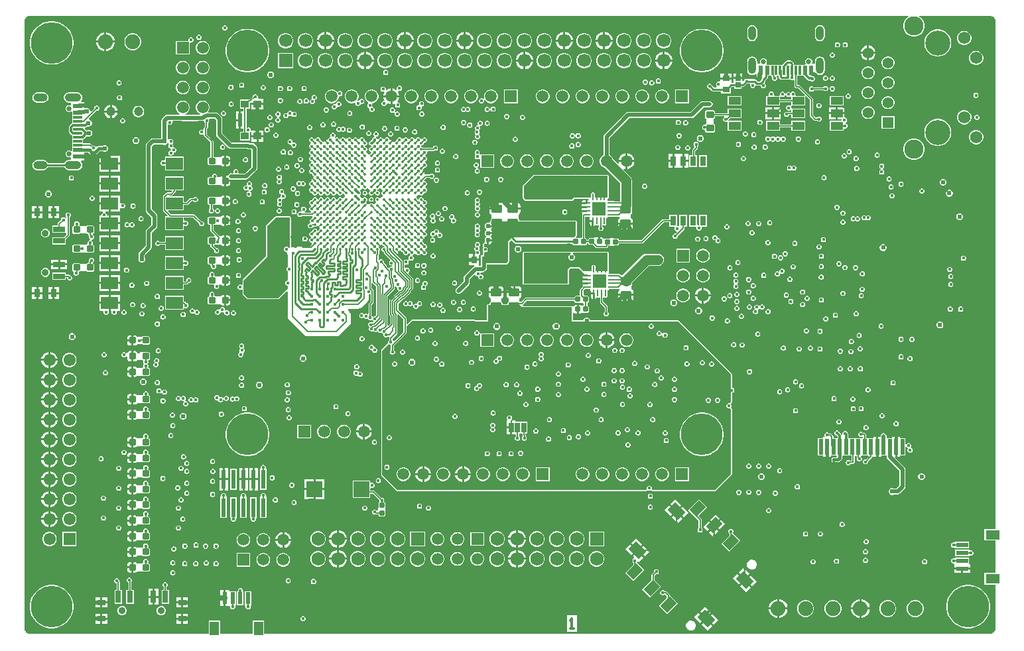
<source format=gtl>
G04*
G04 #@! TF.GenerationSoftware,Altium Limited,Altium Designer,23.11.1 (41)*
G04*
G04 Layer_Physical_Order=1*
G04 Layer_Color=255*
%FSLAX44Y44*%
%MOMM*%
G71*
G04*
G04 #@! TF.SameCoordinates,C7E8D478-9E5C-4E13-ACBB-AA16B9FF6824*
G04*
G04*
G04 #@! TF.FilePolarity,Positive*
G04*
G01*
G75*
%ADD10C,0.2540*%
%ADD15C,0.1270*%
%ADD16C,0.2032*%
%ADD18C,0.3810*%
G04:AMPARAMS|DCode=24|XSize=0.8mm|YSize=0.8mm|CornerRadius=0.1mm|HoleSize=0mm|Usage=FLASHONLY|Rotation=0.000|XOffset=0mm|YOffset=0mm|HoleType=Round|Shape=RoundedRectangle|*
%AMROUNDEDRECTD24*
21,1,0.8000,0.6000,0,0,0.0*
21,1,0.6000,0.8000,0,0,0.0*
1,1,0.2000,0.3000,-0.3000*
1,1,0.2000,-0.3000,-0.3000*
1,1,0.2000,-0.3000,0.3000*
1,1,0.2000,0.3000,0.3000*
%
%ADD24ROUNDEDRECTD24*%
%ADD25R,1.5000X0.7000*%
%ADD26R,0.8000X1.0000*%
%ADD27R,0.5001X2.0000*%
%ADD28R,2.1600X1.5200*%
%ADD29C,0.3500*%
%ADD30R,1.5000X1.0000*%
%ADD31R,0.6000X1.1500*%
%ADD32R,0.6400X0.6400*%
%ADD33R,0.9500X0.7500*%
%ADD34R,0.7600X1.2700*%
%ADD35R,1.8000X1.8000*%
%ADD36O,0.9000X0.2500*%
G04:AMPARAMS|DCode=37|XSize=1.4mm|YSize=1mm|CornerRadius=0.125mm|HoleSize=0mm|Usage=FLASHONLY|Rotation=0.000|XOffset=0mm|YOffset=0mm|HoleType=Round|Shape=RoundedRectangle|*
%AMROUNDEDRECTD37*
21,1,1.4000,0.7500,0,0,0.0*
21,1,1.1500,1.0000,0,0,0.0*
1,1,0.2500,0.5750,-0.3750*
1,1,0.2500,-0.5750,-0.3750*
1,1,0.2500,-0.5750,0.3750*
1,1,0.2500,0.5750,0.3750*
%
%ADD37ROUNDEDRECTD37*%
%ADD38O,0.2500X0.9000*%
%ADD39R,1.5500X0.6000*%
G04:AMPARAMS|DCode=40|XSize=1.9mm|YSize=1.4mm|CornerRadius=0mm|HoleSize=0mm|Usage=FLASHONLY|Rotation=135.000|XOffset=0mm|YOffset=0mm|HoleType=Round|Shape=Rectangle|*
%AMROTATEDRECTD40*
4,1,4,1.1667,-0.1768,0.1768,-1.1667,-1.1667,0.1768,-0.1768,1.1667,1.1667,-0.1768,0.0*
%
%ADD40ROTATEDRECTD40*%

G04:AMPARAMS|DCode=41|XSize=0.6mm|YSize=0.6mm|CornerRadius=0.06mm|HoleSize=0mm|Usage=FLASHONLY|Rotation=90.000|XOffset=0mm|YOffset=0mm|HoleType=Round|Shape=RoundedRectangle|*
%AMROUNDEDRECTD41*
21,1,0.6000,0.4800,0,0,90.0*
21,1,0.4800,0.6000,0,0,90.0*
1,1,0.1200,0.2400,0.2400*
1,1,0.1200,0.2400,-0.2400*
1,1,0.1200,-0.2400,-0.2400*
1,1,0.1200,-0.2400,0.2400*
%
%ADD41ROUNDEDRECTD41*%
%ADD42R,0.7500X0.9500*%
G04:AMPARAMS|DCode=43|XSize=1.7mm|YSize=1.2mm|CornerRadius=0mm|HoleSize=0mm|Usage=FLASHONLY|Rotation=45.000|XOffset=0mm|YOffset=0mm|HoleType=Round|Shape=Rectangle|*
%AMROTATEDRECTD43*
4,1,4,-0.1768,-1.0253,-1.0253,-0.1768,0.1768,1.0253,1.0253,0.1768,-0.1768,-1.0253,0.0*
%
%ADD43ROTATEDRECTD43*%

%ADD44R,1.0000X0.9000*%
%ADD45R,0.5500X1.7000*%
%ADD46R,1.1500X0.6000*%
%ADD47R,1.0000X0.8000*%
%ADD48C,0.3700*%
%ADD49R,2.0000X2.0000*%
%ADD50R,0.6000X2.4000*%
%ADD51R,0.6000X1.5500*%
%ADD52R,0.7000X1.5000*%
%ADD53R,5.7000X1.6000*%
G04:AMPARAMS|DCode=54|XSize=0.6mm|YSize=0.6mm|CornerRadius=0.06mm|HoleSize=0mm|Usage=FLASHONLY|Rotation=180.000|XOffset=0mm|YOffset=0mm|HoleType=Round|Shape=RoundedRectangle|*
%AMROUNDEDRECTD54*
21,1,0.6000,0.4800,0,0,180.0*
21,1,0.4800,0.6000,0,0,180.0*
1,1,0.1200,-0.2400,0.2400*
1,1,0.1200,0.2400,0.2400*
1,1,0.1200,0.2400,-0.2400*
1,1,0.1200,-0.2400,-0.2400*
%
%ADD54ROUNDEDRECTD54*%
%ADD55R,0.6350X1.2700*%
%ADD56R,0.3000X1.1500*%
%ADD57R,1.8000X1.2000*%
G04:AMPARAMS|DCode=58|XSize=1mm|YSize=0.9mm|CornerRadius=0.1125mm|HoleSize=0mm|Usage=FLASHONLY|Rotation=0.000|XOffset=0mm|YOffset=0mm|HoleType=Round|Shape=RoundedRectangle|*
%AMROUNDEDRECTD58*
21,1,1.0000,0.6750,0,0,0.0*
21,1,0.7750,0.9000,0,0,0.0*
1,1,0.2250,0.3875,-0.3375*
1,1,0.2250,-0.3875,-0.3375*
1,1,0.2250,-0.3875,0.3375*
1,1,0.2250,0.3875,0.3375*
%
%ADD58ROUNDEDRECTD58*%
%ADD59R,1.2000X1.8000*%
%ADD60R,1.1500X0.3000*%
%ADD89C,0.9000*%
%ADD93C,1.3900*%
%ADD99C,1.5700*%
%ADD103C,3.2000*%
%ADD104R,1.3900X1.3900*%
%ADD105C,2.4500*%
G04:AMPARAMS|DCode=106|XSize=1mm|YSize=1.8mm|CornerRadius=0.5mm|HoleSize=0mm|Usage=FLASHONLY|Rotation=180.000|XOffset=0mm|YOffset=0mm|HoleType=Round|Shape=RoundedRectangle|*
%AMROUNDEDRECTD106*
21,1,1.0000,0.8000,0,0,180.0*
21,1,0.0000,1.8000,0,0,180.0*
1,1,1.0000,0.0000,0.4000*
1,1,1.0000,0.0000,0.4000*
1,1,1.0000,0.0000,-0.4000*
1,1,1.0000,0.0000,-0.4000*
%
%ADD106ROUNDEDRECTD106*%
G04:AMPARAMS|DCode=107|XSize=1mm|YSize=2.1mm|CornerRadius=0.5mm|HoleSize=0mm|Usage=FLASHONLY|Rotation=180.000|XOffset=0mm|YOffset=0mm|HoleType=Round|Shape=RoundedRectangle|*
%AMROUNDEDRECTD107*
21,1,1.0000,1.1000,0,0,180.0*
21,1,0.0000,2.1000,0,0,180.0*
1,1,1.0000,0.0000,0.5500*
1,1,1.0000,0.0000,0.5500*
1,1,1.0000,0.0000,-0.5500*
1,1,1.0000,0.0000,-0.5500*
%
%ADD107ROUNDEDRECTD107*%
%ADD108C,0.6500*%
G04:AMPARAMS|DCode=111|XSize=1mm|YSize=2.1mm|CornerRadius=0.5mm|HoleSize=0mm|Usage=FLASHONLY|Rotation=270.000|XOffset=0mm|YOffset=0mm|HoleType=Round|Shape=RoundedRectangle|*
%AMROUNDEDRECTD111*
21,1,1.0000,1.1000,0,0,270.0*
21,1,0.0000,2.1000,0,0,270.0*
1,1,1.0000,-0.5500,0.0000*
1,1,1.0000,-0.5500,0.0000*
1,1,1.0000,0.5500,0.0000*
1,1,1.0000,0.5500,0.0000*
%
%ADD111ROUNDEDRECTD111*%
G04:AMPARAMS|DCode=112|XSize=1mm|YSize=1.8mm|CornerRadius=0.5mm|HoleSize=0mm|Usage=FLASHONLY|Rotation=270.000|XOffset=0mm|YOffset=0mm|HoleType=Round|Shape=RoundedRectangle|*
%AMROUNDEDRECTD112*
21,1,1.0000,0.8000,0,0,270.0*
21,1,0.0000,1.8000,0,0,270.0*
1,1,1.0000,-0.4000,0.0000*
1,1,1.0000,-0.4000,0.0000*
1,1,1.0000,0.4000,0.0000*
1,1,1.0000,0.4000,0.0000*
%
%ADD112ROUNDEDRECTD112*%
%ADD113C,0.6350*%
%ADD114C,0.1778*%
%ADD115C,0.1524*%
%ADD116C,0.5080*%
%ADD117C,0.3048*%
%ADD118C,1.2700*%
%ADD119R,1.5000X1.5000*%
%ADD120C,1.5000*%
%ADD121C,0.6000*%
%ADD122C,0.3556*%
%ADD123C,5.3000*%
%ADD124C,1.7000*%
%ADD125C,1.9000*%
%ADD126C,1.7272*%
%ADD127C,1.2000*%
%ADD128C,1.5500*%
%ADD129R,1.5500X1.5500*%
%ADD130R,1.7000X1.7000*%
%ADD131R,1.6764X1.6764*%
%ADD132R,1.5000X1.5000*%
%ADD133C,0.4064*%
%ADD134C,0.6096*%
%ADD135C,0.6000*%
G36*
X1659494Y1074532D02*
X1660862Y1073965D01*
X1662094Y1073142D01*
X1663142Y1072094D01*
X1663965Y1070862D01*
X1664532Y1069494D01*
X1664821Y1068041D01*
Y1067300D01*
Y418870D01*
X1650890D01*
Y404330D01*
X1664821D01*
Y362870D01*
X1650890D01*
Y348330D01*
X1664821D01*
Y292700D01*
Y291959D01*
X1664532Y290506D01*
X1663965Y289138D01*
X1663142Y287906D01*
X1662094Y286858D01*
X1660862Y286035D01*
X1659494Y285468D01*
X1658041Y285179D01*
X731170D01*
Y302370D01*
X716630D01*
Y285179D01*
X675170D01*
Y302370D01*
X660630D01*
Y285179D01*
X431959D01*
X430506Y285468D01*
X429138Y286035D01*
X427906Y286858D01*
X426858Y287906D01*
X426035Y289138D01*
X425468Y290506D01*
X425179Y291959D01*
Y292700D01*
Y1067300D01*
Y1068041D01*
X425468Y1069494D01*
X426035Y1070862D01*
X426858Y1072094D01*
X427906Y1073142D01*
X429138Y1073965D01*
X430506Y1074532D01*
X431959Y1074821D01*
X1554019D01*
X1554359Y1073551D01*
X1552399Y1072419D01*
X1549881Y1069901D01*
X1548101Y1066818D01*
X1547180Y1063380D01*
Y1059820D01*
X1548101Y1056382D01*
X1549881Y1053298D01*
X1552399Y1050781D01*
X1555482Y1049001D01*
X1558920Y1048080D01*
X1562480D01*
X1565918Y1049001D01*
X1569001Y1050781D01*
X1571519Y1053298D01*
X1573299Y1056382D01*
X1574220Y1059820D01*
Y1063380D01*
X1573299Y1066818D01*
X1571519Y1069901D01*
X1569001Y1072419D01*
X1567041Y1073551D01*
X1567381Y1074821D01*
X1658041D01*
X1659494Y1074532D01*
D02*
G37*
%LPC*%
G36*
X681657Y1062302D02*
X680343D01*
X679130Y1061799D01*
X678201Y1060870D01*
X677698Y1059657D01*
Y1058343D01*
X678201Y1057130D01*
X679130Y1056201D01*
X680343Y1055698D01*
X681657D01*
X682870Y1056201D01*
X683799Y1057130D01*
X684302Y1058343D01*
Y1059657D01*
X683799Y1060870D01*
X682870Y1061799D01*
X681657Y1062302D01*
D02*
G37*
G36*
X1166553Y1053740D02*
X1166370D01*
Y1043970D01*
X1176140D01*
Y1044153D01*
X1175388Y1046961D01*
X1173934Y1049479D01*
X1171879Y1051534D01*
X1169361Y1052988D01*
X1166553Y1053740D01*
D02*
G37*
G36*
X1163830D02*
X1163647D01*
X1160839Y1052988D01*
X1158321Y1051534D01*
X1156266Y1049479D01*
X1154812Y1046961D01*
X1154060Y1044153D01*
Y1043970D01*
X1163830D01*
Y1053740D01*
D02*
G37*
G36*
X1115753D02*
X1115570D01*
Y1043970D01*
X1125340D01*
Y1044153D01*
X1124588Y1046961D01*
X1123134Y1049479D01*
X1121079Y1051534D01*
X1118561Y1052988D01*
X1115753Y1053740D01*
D02*
G37*
G36*
X1113030D02*
X1112847D01*
X1110039Y1052988D01*
X1107521Y1051534D01*
X1105466Y1049479D01*
X1104012Y1046961D01*
X1103260Y1044153D01*
Y1043970D01*
X1113030D01*
Y1053740D01*
D02*
G37*
G36*
X988753D02*
X988570D01*
Y1043970D01*
X998340D01*
Y1044153D01*
X997588Y1046961D01*
X996134Y1049479D01*
X994079Y1051534D01*
X991561Y1052988D01*
X988753Y1053740D01*
D02*
G37*
G36*
X986030D02*
X985847D01*
X983039Y1052988D01*
X980521Y1051534D01*
X978466Y1049479D01*
X977012Y1046961D01*
X976260Y1044153D01*
Y1043970D01*
X986030D01*
Y1053740D01*
D02*
G37*
G36*
X912553D02*
X912370D01*
Y1043970D01*
X922140D01*
Y1044153D01*
X921388Y1046961D01*
X919934Y1049479D01*
X917879Y1051534D01*
X915361Y1052988D01*
X912553Y1053740D01*
D02*
G37*
G36*
X909830D02*
X909647D01*
X906839Y1052988D01*
X904321Y1051534D01*
X902266Y1049479D01*
X900812Y1046961D01*
X900060Y1044153D01*
Y1043970D01*
X909830D01*
Y1053740D01*
D02*
G37*
G36*
X810953D02*
X810770D01*
Y1043970D01*
X820540D01*
Y1044153D01*
X819788Y1046961D01*
X818334Y1049479D01*
X816279Y1051534D01*
X813761Y1052988D01*
X810953Y1053740D01*
D02*
G37*
G36*
X808230D02*
X808047D01*
X805239Y1052988D01*
X802721Y1051534D01*
X800666Y1049479D01*
X799212Y1046961D01*
X798460Y1044153D01*
Y1043970D01*
X808230D01*
Y1053740D01*
D02*
G37*
G36*
X648657Y1050302D02*
X647343D01*
X646130Y1049799D01*
X645201Y1048870D01*
X644698Y1047657D01*
Y1046343D01*
X645201Y1045130D01*
X646130Y1044201D01*
X647343Y1043698D01*
X648657D01*
X649870Y1044201D01*
X650799Y1045130D01*
X651302Y1046343D01*
Y1047657D01*
X650799Y1048870D01*
X649870Y1049799D01*
X648657Y1050302D01*
D02*
G37*
G36*
X530185Y1053440D02*
X529870D01*
Y1042670D01*
X540640D01*
Y1042985D01*
X539819Y1046047D01*
X538234Y1048793D01*
X535993Y1051034D01*
X533247Y1052619D01*
X530185Y1053440D01*
D02*
G37*
G36*
X527330D02*
X527015D01*
X523953Y1052619D01*
X521207Y1051034D01*
X518966Y1048793D01*
X517381Y1046047D01*
X516560Y1042985D01*
Y1042670D01*
X527330D01*
Y1053440D01*
D02*
G37*
G36*
X1440700Y1062943D02*
X1438254Y1062456D01*
X1436180Y1061070D01*
X1434794Y1058996D01*
X1434307Y1056550D01*
Y1048550D01*
X1434794Y1046104D01*
X1436180Y1044030D01*
X1438254Y1042644D01*
X1440700Y1042157D01*
X1443146Y1042644D01*
X1445220Y1044030D01*
X1446606Y1046104D01*
X1447093Y1048550D01*
Y1056550D01*
X1446606Y1058996D01*
X1445220Y1061070D01*
X1443146Y1062456D01*
X1440700Y1062943D01*
D02*
G37*
G36*
X1354300D02*
X1351854Y1062456D01*
X1349780Y1061070D01*
X1348394Y1058996D01*
X1347907Y1056550D01*
Y1048550D01*
X1348394Y1046104D01*
X1349780Y1044030D01*
X1351854Y1042644D01*
X1354300Y1042157D01*
X1356746Y1042644D01*
X1358820Y1044030D01*
X1360206Y1046104D01*
X1360693Y1048550D01*
Y1056550D01*
X1360206Y1058996D01*
X1358820Y1061070D01*
X1356746Y1062456D01*
X1354300Y1062943D01*
D02*
G37*
G36*
X638657Y1047365D02*
X637343D01*
X636130Y1046862D01*
X635201Y1045933D01*
X634698Y1044720D01*
Y1043406D01*
X634126Y1042550D01*
X618610D01*
Y1025010D01*
X636150D01*
Y1040112D01*
X637206Y1040818D01*
X637343Y1040761D01*
X638657D01*
X639870Y1041264D01*
X640799Y1042193D01*
X641302Y1043406D01*
Y1044720D01*
X640799Y1045933D01*
X639870Y1046862D01*
X638657Y1047365D01*
D02*
G37*
G36*
X1626201Y1055220D02*
X1623799D01*
X1621480Y1054598D01*
X1619400Y1053398D01*
X1617702Y1051700D01*
X1616501Y1049620D01*
X1615880Y1047301D01*
Y1044899D01*
X1616501Y1042580D01*
X1617702Y1040500D01*
X1619400Y1038802D01*
X1621480Y1037601D01*
X1623799Y1036980D01*
X1626201D01*
X1628520Y1037601D01*
X1630600Y1038802D01*
X1632298Y1040500D01*
X1633499Y1042580D01*
X1634120Y1044899D01*
Y1047301D01*
X1633499Y1049620D01*
X1632298Y1051700D01*
X1630600Y1053398D01*
X1628520Y1054598D01*
X1626201Y1055220D01*
D02*
G37*
G36*
X1473777Y1040844D02*
X1472463D01*
X1471250Y1040342D01*
X1470321Y1039413D01*
X1469818Y1038199D01*
Y1036885D01*
X1470321Y1035672D01*
X1471250Y1034743D01*
X1472463Y1034240D01*
X1473777D01*
X1474991Y1034743D01*
X1475920Y1035672D01*
X1476422Y1036885D01*
Y1038199D01*
X1475920Y1039413D01*
X1474991Y1040342D01*
X1473777Y1040844D01*
D02*
G37*
G36*
X1463777D02*
X1462463D01*
X1461250Y1040342D01*
X1460321Y1039413D01*
X1459818Y1038199D01*
Y1036885D01*
X1460321Y1035672D01*
X1461250Y1034743D01*
X1462463Y1034240D01*
X1463777D01*
X1464991Y1034743D01*
X1465920Y1035672D01*
X1466422Y1036885D01*
Y1038199D01*
X1465920Y1039413D01*
X1464991Y1040342D01*
X1463777Y1040844D01*
D02*
G37*
G36*
X1242586Y1052470D02*
X1240014D01*
X1237529Y1051804D01*
X1235301Y1050518D01*
X1233482Y1048699D01*
X1232196Y1046471D01*
X1231530Y1043986D01*
Y1041414D01*
X1232196Y1038929D01*
X1233482Y1036701D01*
X1235301Y1034882D01*
X1237529Y1033596D01*
X1240014Y1032930D01*
X1242586D01*
X1245071Y1033596D01*
X1247299Y1034882D01*
X1249118Y1036701D01*
X1250404Y1038929D01*
X1251070Y1041414D01*
Y1043986D01*
X1250404Y1046471D01*
X1249118Y1048699D01*
X1247299Y1050518D01*
X1245071Y1051804D01*
X1242586Y1052470D01*
D02*
G37*
G36*
X1217186D02*
X1214614D01*
X1212129Y1051804D01*
X1209901Y1050518D01*
X1208082Y1048699D01*
X1206796Y1046471D01*
X1206130Y1043986D01*
Y1041414D01*
X1206796Y1038929D01*
X1208082Y1036701D01*
X1209901Y1034882D01*
X1212129Y1033596D01*
X1214614Y1032930D01*
X1217186D01*
X1219671Y1033596D01*
X1221899Y1034882D01*
X1223718Y1036701D01*
X1225004Y1038929D01*
X1225670Y1041414D01*
Y1043986D01*
X1225004Y1046471D01*
X1223718Y1048699D01*
X1221899Y1050518D01*
X1219671Y1051804D01*
X1217186Y1052470D01*
D02*
G37*
G36*
X1191786D02*
X1189214D01*
X1186729Y1051804D01*
X1184501Y1050518D01*
X1182682Y1048699D01*
X1181396Y1046471D01*
X1180730Y1043986D01*
Y1041414D01*
X1181396Y1038929D01*
X1182682Y1036701D01*
X1184501Y1034882D01*
X1186729Y1033596D01*
X1189214Y1032930D01*
X1191786D01*
X1194271Y1033596D01*
X1196499Y1034882D01*
X1198318Y1036701D01*
X1199604Y1038929D01*
X1200270Y1041414D01*
Y1043986D01*
X1199604Y1046471D01*
X1198318Y1048699D01*
X1196499Y1050518D01*
X1194271Y1051804D01*
X1191786Y1052470D01*
D02*
G37*
G36*
X1140986D02*
X1138414D01*
X1135929Y1051804D01*
X1133701Y1050518D01*
X1131882Y1048699D01*
X1130596Y1046471D01*
X1129930Y1043986D01*
Y1041414D01*
X1130596Y1038929D01*
X1131882Y1036701D01*
X1133701Y1034882D01*
X1135929Y1033596D01*
X1138414Y1032930D01*
X1140986D01*
X1143471Y1033596D01*
X1145699Y1034882D01*
X1147518Y1036701D01*
X1148804Y1038929D01*
X1149470Y1041414D01*
Y1043986D01*
X1148804Y1046471D01*
X1147518Y1048699D01*
X1145699Y1050518D01*
X1143471Y1051804D01*
X1140986Y1052470D01*
D02*
G37*
G36*
X1090186D02*
X1087614D01*
X1085129Y1051804D01*
X1082901Y1050518D01*
X1081082Y1048699D01*
X1079796Y1046471D01*
X1079130Y1043986D01*
Y1041414D01*
X1079796Y1038929D01*
X1081082Y1036701D01*
X1082901Y1034882D01*
X1085129Y1033596D01*
X1087614Y1032930D01*
X1090186D01*
X1092671Y1033596D01*
X1094899Y1034882D01*
X1096718Y1036701D01*
X1098004Y1038929D01*
X1098670Y1041414D01*
Y1043986D01*
X1098004Y1046471D01*
X1096718Y1048699D01*
X1094899Y1050518D01*
X1092671Y1051804D01*
X1090186Y1052470D01*
D02*
G37*
G36*
X1064786D02*
X1062214D01*
X1059729Y1051804D01*
X1057501Y1050518D01*
X1055682Y1048699D01*
X1054396Y1046471D01*
X1053730Y1043986D01*
Y1041414D01*
X1054396Y1038929D01*
X1055682Y1036701D01*
X1057501Y1034882D01*
X1059729Y1033596D01*
X1062214Y1032930D01*
X1064786D01*
X1067271Y1033596D01*
X1069499Y1034882D01*
X1071318Y1036701D01*
X1072604Y1038929D01*
X1073270Y1041414D01*
Y1043986D01*
X1072604Y1046471D01*
X1071318Y1048699D01*
X1069499Y1050518D01*
X1067271Y1051804D01*
X1064786Y1052470D01*
D02*
G37*
G36*
X1039386D02*
X1036814D01*
X1034329Y1051804D01*
X1032101Y1050518D01*
X1030282Y1048699D01*
X1028996Y1046471D01*
X1028330Y1043986D01*
Y1041414D01*
X1028996Y1038929D01*
X1030282Y1036701D01*
X1032101Y1034882D01*
X1034329Y1033596D01*
X1036814Y1032930D01*
X1039386D01*
X1041871Y1033596D01*
X1044099Y1034882D01*
X1045918Y1036701D01*
X1047204Y1038929D01*
X1047870Y1041414D01*
Y1043986D01*
X1047204Y1046471D01*
X1045918Y1048699D01*
X1044099Y1050518D01*
X1041871Y1051804D01*
X1039386Y1052470D01*
D02*
G37*
G36*
X1013986D02*
X1011414D01*
X1008929Y1051804D01*
X1006701Y1050518D01*
X1004882Y1048699D01*
X1003596Y1046471D01*
X1002930Y1043986D01*
Y1041414D01*
X1003596Y1038929D01*
X1004882Y1036701D01*
X1006701Y1034882D01*
X1008929Y1033596D01*
X1011414Y1032930D01*
X1013986D01*
X1016471Y1033596D01*
X1018699Y1034882D01*
X1020518Y1036701D01*
X1021804Y1038929D01*
X1022470Y1041414D01*
Y1043986D01*
X1021804Y1046471D01*
X1020518Y1048699D01*
X1018699Y1050518D01*
X1016471Y1051804D01*
X1013986Y1052470D01*
D02*
G37*
G36*
X963186D02*
X960614D01*
X958129Y1051804D01*
X955901Y1050518D01*
X954082Y1048699D01*
X952796Y1046471D01*
X952130Y1043986D01*
Y1041414D01*
X952796Y1038929D01*
X954082Y1036701D01*
X955901Y1034882D01*
X958129Y1033596D01*
X960614Y1032930D01*
X963186D01*
X965671Y1033596D01*
X967899Y1034882D01*
X969718Y1036701D01*
X971004Y1038929D01*
X971670Y1041414D01*
Y1043986D01*
X971004Y1046471D01*
X969718Y1048699D01*
X967899Y1050518D01*
X965671Y1051804D01*
X963186Y1052470D01*
D02*
G37*
G36*
X937786D02*
X935214D01*
X932729Y1051804D01*
X930501Y1050518D01*
X928682Y1048699D01*
X927396Y1046471D01*
X926730Y1043986D01*
Y1041414D01*
X927396Y1038929D01*
X928682Y1036701D01*
X930501Y1034882D01*
X932729Y1033596D01*
X935214Y1032930D01*
X937786D01*
X940271Y1033596D01*
X942499Y1034882D01*
X944318Y1036701D01*
X945604Y1038929D01*
X946270Y1041414D01*
Y1043986D01*
X945604Y1046471D01*
X944318Y1048699D01*
X942499Y1050518D01*
X940271Y1051804D01*
X937786Y1052470D01*
D02*
G37*
G36*
X886986D02*
X884414D01*
X881929Y1051804D01*
X879701Y1050518D01*
X877882Y1048699D01*
X876596Y1046471D01*
X875930Y1043986D01*
Y1041414D01*
X876596Y1038929D01*
X877882Y1036701D01*
X879701Y1034882D01*
X881929Y1033596D01*
X884414Y1032930D01*
X886986D01*
X889471Y1033596D01*
X891699Y1034882D01*
X893518Y1036701D01*
X894804Y1038929D01*
X895470Y1041414D01*
Y1043986D01*
X894804Y1046471D01*
X893518Y1048699D01*
X891699Y1050518D01*
X889471Y1051804D01*
X886986Y1052470D01*
D02*
G37*
G36*
X861586D02*
X859014D01*
X856529Y1051804D01*
X854301Y1050518D01*
X852482Y1048699D01*
X851196Y1046471D01*
X850530Y1043986D01*
Y1041414D01*
X851196Y1038929D01*
X852482Y1036701D01*
X854301Y1034882D01*
X856529Y1033596D01*
X859014Y1032930D01*
X861586D01*
X864071Y1033596D01*
X866299Y1034882D01*
X868118Y1036701D01*
X869404Y1038929D01*
X870070Y1041414D01*
Y1043986D01*
X869404Y1046471D01*
X868118Y1048699D01*
X866299Y1050518D01*
X864071Y1051804D01*
X861586Y1052470D01*
D02*
G37*
G36*
X836186D02*
X833614D01*
X831129Y1051804D01*
X828901Y1050518D01*
X827082Y1048699D01*
X825796Y1046471D01*
X825130Y1043986D01*
Y1041414D01*
X825796Y1038929D01*
X827082Y1036701D01*
X828901Y1034882D01*
X831129Y1033596D01*
X833614Y1032930D01*
X836186D01*
X838671Y1033596D01*
X840899Y1034882D01*
X842718Y1036701D01*
X844004Y1038929D01*
X844670Y1041414D01*
Y1043986D01*
X844004Y1046471D01*
X842718Y1048699D01*
X840899Y1050518D01*
X838671Y1051804D01*
X836186Y1052470D01*
D02*
G37*
G36*
X785386D02*
X782814D01*
X780329Y1051804D01*
X778101Y1050518D01*
X776282Y1048699D01*
X774996Y1046471D01*
X774330Y1043986D01*
Y1041414D01*
X774996Y1038929D01*
X776282Y1036701D01*
X778101Y1034882D01*
X780329Y1033596D01*
X782814Y1032930D01*
X785386D01*
X787871Y1033596D01*
X790099Y1034882D01*
X791918Y1036701D01*
X793204Y1038929D01*
X793870Y1041414D01*
Y1043986D01*
X793204Y1046471D01*
X791918Y1048699D01*
X790099Y1050518D01*
X787871Y1051804D01*
X785386Y1052470D01*
D02*
G37*
G36*
X759986D02*
X757414D01*
X754929Y1051804D01*
X752701Y1050518D01*
X750882Y1048699D01*
X749596Y1046471D01*
X748930Y1043986D01*
Y1041414D01*
X749596Y1038929D01*
X750882Y1036701D01*
X752701Y1034882D01*
X754929Y1033596D01*
X757414Y1032930D01*
X759986D01*
X762471Y1033596D01*
X764699Y1034882D01*
X766518Y1036701D01*
X767804Y1038929D01*
X768470Y1041414D01*
Y1043986D01*
X767804Y1046471D01*
X766518Y1048699D01*
X764699Y1050518D01*
X762471Y1051804D01*
X759986Y1052470D01*
D02*
G37*
G36*
X1176140Y1041430D02*
X1166370D01*
Y1031660D01*
X1166553D01*
X1169361Y1032412D01*
X1171879Y1033866D01*
X1173934Y1035921D01*
X1175388Y1038439D01*
X1176140Y1041247D01*
Y1041430D01*
D02*
G37*
G36*
X1163830D02*
X1154060D01*
Y1041247D01*
X1154812Y1038439D01*
X1156266Y1035921D01*
X1158321Y1033866D01*
X1160839Y1032412D01*
X1163647Y1031660D01*
X1163830D01*
Y1041430D01*
D02*
G37*
G36*
X1125340D02*
X1115570D01*
Y1031660D01*
X1115753D01*
X1118561Y1032412D01*
X1121079Y1033866D01*
X1123134Y1035921D01*
X1124588Y1038439D01*
X1125340Y1041247D01*
Y1041430D01*
D02*
G37*
G36*
X1113030D02*
X1103260D01*
Y1041247D01*
X1104012Y1038439D01*
X1105466Y1035921D01*
X1107521Y1033866D01*
X1110039Y1032412D01*
X1112847Y1031660D01*
X1113030D01*
Y1041430D01*
D02*
G37*
G36*
X998340D02*
X988570D01*
Y1031660D01*
X988753D01*
X991561Y1032412D01*
X994079Y1033866D01*
X996134Y1035921D01*
X997588Y1038439D01*
X998340Y1041247D01*
Y1041430D01*
D02*
G37*
G36*
X986030D02*
X976260D01*
Y1041247D01*
X977012Y1038439D01*
X978466Y1035921D01*
X980521Y1033866D01*
X983039Y1032412D01*
X985847Y1031660D01*
X986030D01*
Y1041430D01*
D02*
G37*
G36*
X922140D02*
X912370D01*
Y1031660D01*
X912553D01*
X915361Y1032412D01*
X917879Y1033866D01*
X919934Y1035921D01*
X921388Y1038439D01*
X922140Y1041247D01*
Y1041430D01*
D02*
G37*
G36*
X909830D02*
X900060D01*
Y1041247D01*
X900812Y1038439D01*
X902266Y1035921D01*
X904321Y1033866D01*
X906839Y1032412D01*
X909647Y1031660D01*
X909830D01*
Y1041430D01*
D02*
G37*
G36*
X820540D02*
X810770D01*
Y1031660D01*
X810953D01*
X813761Y1032412D01*
X816279Y1033866D01*
X818334Y1035921D01*
X819788Y1038439D01*
X820540Y1041247D01*
Y1041430D01*
D02*
G37*
G36*
X808230D02*
X798460D01*
Y1041247D01*
X799212Y1038439D01*
X800666Y1035921D01*
X802721Y1033866D01*
X805239Y1032412D01*
X808047Y1031660D01*
X808230D01*
Y1041430D01*
D02*
G37*
G36*
X565018Y1052170D02*
X562182D01*
X559443Y1051436D01*
X556987Y1050018D01*
X554982Y1048013D01*
X553564Y1045557D01*
X552830Y1042818D01*
Y1039982D01*
X553564Y1037243D01*
X554982Y1034787D01*
X556987Y1032782D01*
X559443Y1031364D01*
X562182Y1030630D01*
X565018D01*
X567757Y1031364D01*
X570213Y1032782D01*
X572218Y1034787D01*
X573636Y1037243D01*
X574370Y1039982D01*
Y1042818D01*
X573636Y1045557D01*
X572218Y1048013D01*
X570213Y1050018D01*
X567757Y1051436D01*
X565018Y1052170D01*
D02*
G37*
G36*
X540640Y1040130D02*
X529870D01*
Y1029360D01*
X530185D01*
X533247Y1030181D01*
X535993Y1031766D01*
X538234Y1034007D01*
X539819Y1036753D01*
X540640Y1039815D01*
Y1040130D01*
D02*
G37*
G36*
X527330D02*
X516560D01*
Y1039815D01*
X517381Y1036753D01*
X518966Y1034007D01*
X521207Y1031766D01*
X523953Y1030181D01*
X527015Y1029360D01*
X527330D01*
Y1040130D01*
D02*
G37*
G36*
X1503570Y1036784D02*
Y1028570D01*
X1511785D01*
X1511143Y1030963D01*
X1509894Y1033127D01*
X1508127Y1034894D01*
X1505963Y1036143D01*
X1503570Y1036784D01*
D02*
G37*
G36*
X1501030Y1036785D02*
X1498637Y1036143D01*
X1496473Y1034894D01*
X1494706Y1033127D01*
X1493457Y1030963D01*
X1492816Y1028570D01*
X1501030D01*
Y1036785D01*
D02*
G37*
G36*
X653935Y1042550D02*
X651625D01*
X649395Y1041952D01*
X647395Y1040798D01*
X645762Y1039165D01*
X644608Y1037165D01*
X644010Y1034935D01*
Y1032625D01*
X644608Y1030395D01*
X645762Y1028395D01*
X647395Y1026762D01*
X649395Y1025608D01*
X651625Y1025010D01*
X653935D01*
X656165Y1025608D01*
X658165Y1026762D01*
X659798Y1028395D01*
X660952Y1030395D01*
X661550Y1032625D01*
Y1034935D01*
X660952Y1037165D01*
X659798Y1039165D01*
X658165Y1040798D01*
X656165Y1041952D01*
X653935Y1042550D01*
D02*
G37*
G36*
X1592901Y1057270D02*
X1589499D01*
X1586163Y1056606D01*
X1583020Y1055304D01*
X1580191Y1053415D01*
X1577785Y1051009D01*
X1575896Y1048180D01*
X1574594Y1045038D01*
X1573930Y1041701D01*
Y1038299D01*
X1574594Y1034962D01*
X1575896Y1031820D01*
X1577785Y1028991D01*
X1580191Y1026585D01*
X1583020Y1024696D01*
X1586163Y1023394D01*
X1589499Y1022730D01*
X1592901D01*
X1596237Y1023394D01*
X1599380Y1024696D01*
X1602209Y1026585D01*
X1604615Y1028991D01*
X1606505Y1031820D01*
X1607806Y1034962D01*
X1608470Y1038299D01*
Y1041701D01*
X1607806Y1045038D01*
X1606505Y1048180D01*
X1604615Y1051009D01*
X1602209Y1053415D01*
X1599380Y1055304D01*
X1596237Y1056606D01*
X1592901Y1057270D01*
D02*
G37*
G36*
X1457300Y1027555D02*
X1455986D01*
X1454773Y1027053D01*
X1453844Y1026124D01*
X1453341Y1024910D01*
Y1023597D01*
X1453844Y1022383D01*
X1454773Y1021454D01*
X1455986Y1020952D01*
X1457300D01*
X1458514Y1021454D01*
X1459443Y1022383D01*
X1459945Y1023597D01*
Y1024910D01*
X1459443Y1026124D01*
X1458514Y1027053D01*
X1457300Y1027555D01*
D02*
G37*
G36*
X1242753Y1028340D02*
X1242570D01*
Y1018570D01*
X1252340D01*
Y1018753D01*
X1251588Y1021561D01*
X1250134Y1024079D01*
X1248079Y1026134D01*
X1245561Y1027588D01*
X1242753Y1028340D01*
D02*
G37*
G36*
X1240030D02*
X1239847D01*
X1237039Y1027588D01*
X1234521Y1026134D01*
X1232466Y1024079D01*
X1231012Y1021561D01*
X1230260Y1018753D01*
Y1018570D01*
X1240030D01*
Y1028340D01*
D02*
G37*
G36*
X1064953D02*
X1064770D01*
Y1018570D01*
X1074540D01*
Y1018753D01*
X1073788Y1021561D01*
X1072334Y1024079D01*
X1070279Y1026134D01*
X1067761Y1027588D01*
X1064953Y1028340D01*
D02*
G37*
G36*
X1062230D02*
X1062047D01*
X1059239Y1027588D01*
X1056721Y1026134D01*
X1054666Y1024079D01*
X1053212Y1021561D01*
X1052460Y1018753D01*
Y1018570D01*
X1062230D01*
Y1028340D01*
D02*
G37*
G36*
X861753D02*
X861570D01*
Y1018570D01*
X871340D01*
Y1018753D01*
X870588Y1021561D01*
X869134Y1024079D01*
X867079Y1026134D01*
X864561Y1027588D01*
X861753Y1028340D01*
D02*
G37*
G36*
X859030D02*
X858847D01*
X856039Y1027588D01*
X853521Y1026134D01*
X851466Y1024079D01*
X850012Y1021561D01*
X849260Y1018753D01*
Y1018570D01*
X859030D01*
Y1028340D01*
D02*
G37*
G36*
X1511785Y1026030D02*
X1503570D01*
Y1017815D01*
X1505963Y1018457D01*
X1508127Y1019706D01*
X1509894Y1021473D01*
X1511143Y1023637D01*
X1511785Y1026030D01*
D02*
G37*
G36*
X1501030D02*
X1492816D01*
X1493457Y1023637D01*
X1494706Y1021473D01*
X1496473Y1019706D01*
X1498637Y1018457D01*
X1501030Y1017815D01*
Y1026030D01*
D02*
G37*
G36*
X1440700Y1022643D02*
X1438254Y1022156D01*
X1436180Y1020770D01*
X1434794Y1018697D01*
X1434307Y1016250D01*
Y1013290D01*
X1431416D01*
X1430711Y1014346D01*
X1430920Y1014851D01*
Y1016649D01*
X1430232Y1018310D01*
X1428960Y1019582D01*
X1427299Y1020270D01*
X1425501D01*
X1423840Y1019582D01*
X1422568Y1018310D01*
X1421880Y1016649D01*
Y1014851D01*
X1422527Y1013290D01*
X1422078Y1012020D01*
X1407590D01*
Y1013080D01*
X1407393Y1014071D01*
X1406831Y1014911D01*
X1405181Y1016561D01*
X1404341Y1017123D01*
X1403350Y1017320D01*
X1398888D01*
X1397897Y1017123D01*
X1397057Y1016561D01*
X1393399Y1012903D01*
X1392837Y1012063D01*
X1392829Y1012020D01*
X1372922D01*
X1372473Y1013290D01*
X1373120Y1014851D01*
Y1016649D01*
X1372432Y1018310D01*
X1371160Y1019582D01*
X1369499Y1020270D01*
X1367701D01*
X1366040Y1019582D01*
X1364768Y1018310D01*
X1364080Y1016649D01*
Y1014851D01*
X1364289Y1014346D01*
X1363584Y1013290D01*
X1360693D01*
Y1016250D01*
X1360206Y1018697D01*
X1358820Y1020770D01*
X1356746Y1022156D01*
X1354300Y1022643D01*
X1351854Y1022156D01*
X1349780Y1020770D01*
X1348394Y1018697D01*
X1347907Y1016250D01*
Y1005250D01*
X1348394Y1002804D01*
X1349780Y1000730D01*
X1351854Y999344D01*
X1354300Y998857D01*
X1356746Y999344D01*
X1358690Y1000642D01*
X1359960Y1000323D01*
Y996710D01*
X1364230D01*
Y1005000D01*
X1366770D01*
Y996710D01*
X1366794D01*
X1367280Y995537D01*
X1366757Y995013D01*
X1366195Y994173D01*
X1365998Y993182D01*
Y992758D01*
X1364242Y991002D01*
X1361293D01*
X1359463Y992831D01*
X1358623Y993393D01*
X1357632Y993590D01*
X1349080D01*
X1348870Y993799D01*
X1347657Y994302D01*
X1346343D01*
X1345130Y993799D01*
X1344201Y992870D01*
X1343718Y991704D01*
X1343650Y991623D01*
X1343024Y991175D01*
X1341780Y991754D01*
Y993930D01*
X1336040D01*
X1330300D01*
Y989460D01*
X1329391Y988590D01*
X1328090D01*
Y993445D01*
X1320800D01*
X1313510D01*
Y991120D01*
X1312240Y990271D01*
X1312059Y990346D01*
X1310745D01*
X1309532Y989843D01*
X1308603Y988914D01*
X1308100Y987701D01*
Y986387D01*
X1308603Y985174D01*
X1309201Y984575D01*
X1308734Y983305D01*
X1305323D01*
X1303270Y985359D01*
X1302849Y986374D01*
X1301920Y987303D01*
X1300706Y987806D01*
X1299393D01*
X1298179Y987303D01*
X1297250Y986374D01*
X1296748Y985161D01*
Y983847D01*
X1297250Y982634D01*
X1298179Y981705D01*
X1299393Y981202D01*
X1300102D01*
X1302419Y978884D01*
X1303260Y978323D01*
X1304251Y978126D01*
X1314780D01*
Y975695D01*
X1326820D01*
Y982073D01*
X1328157Y983410D01*
X1331570D01*
Y981530D01*
X1340510D01*
Y983410D01*
X1342000D01*
X1342991Y983607D01*
X1343831Y984169D01*
X1347361Y987698D01*
X1347657D01*
X1348870Y988201D01*
X1349080Y988410D01*
X1351335D01*
X1352036Y987140D01*
X1351754Y986459D01*
Y985146D01*
X1352257Y983932D01*
X1353186Y983003D01*
X1354400Y982501D01*
X1355713D01*
X1356927Y983003D01*
X1357856Y983932D01*
X1358335Y985089D01*
X1358381Y985168D01*
X1358465Y985253D01*
X1359628Y985940D01*
X1360220Y985822D01*
X1365229D01*
X1365230Y985821D01*
Y984507D01*
X1365733Y983294D01*
X1366662Y982365D01*
X1367875Y981862D01*
X1369189D01*
X1370403Y982365D01*
X1371331Y983294D01*
X1371834Y984507D01*
Y985821D01*
X1371331Y987034D01*
X1370403Y987963D01*
X1370347Y987986D01*
X1370049Y989484D01*
X1370419Y989854D01*
X1370981Y990694D01*
X1371178Y991685D01*
Y992109D01*
X1373601Y994532D01*
X1374163Y995373D01*
X1374360Y996364D01*
Y997980D01*
X1378923D01*
Y997815D01*
X1379070Y997072D01*
X1379492Y996442D01*
X1379908Y996026D01*
X1379716Y995563D01*
Y994249D01*
X1380219Y993036D01*
X1381148Y992107D01*
X1382361Y991604D01*
X1383675D01*
X1384889Y992107D01*
X1385818Y993036D01*
X1386320Y994249D01*
Y995563D01*
X1385818Y996777D01*
X1386410Y997980D01*
X1387640D01*
Y997168D01*
X1387837Y996177D01*
X1388399Y995337D01*
X1389887Y993849D01*
X1390727Y993287D01*
X1391718Y993090D01*
X1398449D01*
X1399392Y993278D01*
X1399917Y993174D01*
X1400908Y993371D01*
X1401198Y993565D01*
X1402545Y993633D01*
X1403474Y992704D01*
X1404687Y992201D01*
X1406001D01*
X1406788Y992527D01*
X1408058Y991887D01*
Y984744D01*
X1408206Y984001D01*
X1408627Y983371D01*
X1409371Y982627D01*
X1410001Y982206D01*
X1410744Y982058D01*
X1413195D01*
X1421753Y973500D01*
X1421227Y972230D01*
X1420934Y972230D01*
X1420934Y972230D01*
X1420923Y972230D01*
X1410331D01*
X1409482Y973500D01*
X1409566Y973702D01*
Y975016D01*
X1409064Y976230D01*
X1408135Y977159D01*
X1406921Y977661D01*
X1405607D01*
X1404394Y977159D01*
X1403466Y976231D01*
X1402807Y976889D01*
X1401594Y977392D01*
X1400280D01*
X1399067Y976889D01*
X1398138Y975960D01*
X1397635Y974747D01*
Y973433D01*
X1398138Y972220D01*
X1399067Y971291D01*
X1400280Y970788D01*
X1401594D01*
X1402807Y971291D01*
X1403100Y971583D01*
X1404370Y971057D01*
Y967902D01*
X1389630D01*
Y971205D01*
X1390900Y971731D01*
X1391193Y971439D01*
X1392406Y970936D01*
X1393720D01*
X1394933Y971439D01*
X1395862Y972368D01*
X1396365Y973581D01*
Y974895D01*
X1395862Y976108D01*
X1394933Y977037D01*
X1393720Y977540D01*
X1392406D01*
X1391193Y977037D01*
X1390264Y976108D01*
X1389761Y974895D01*
Y973581D01*
X1389829Y973418D01*
X1388946Y972230D01*
X1382625D01*
X1381848Y973500D01*
X1382076Y974051D01*
Y975365D01*
X1381573Y976578D01*
X1380644Y977507D01*
X1379431Y978010D01*
X1378117D01*
X1376904Y977507D01*
X1375975Y976578D01*
X1375472Y975365D01*
Y974051D01*
X1375700Y973500D01*
X1374923Y972230D01*
X1372090D01*
Y959690D01*
X1389630D01*
Y964018D01*
X1404370D01*
Y960811D01*
X1404370Y960807D01*
Y960807D01*
X1404370Y960096D01*
X1403185Y959485D01*
X1402870Y959799D01*
X1401657Y960302D01*
X1400343D01*
X1399130Y959799D01*
X1398201Y958870D01*
X1397698Y957657D01*
Y956343D01*
X1398201Y955130D01*
X1399130Y954201D01*
X1400343Y953698D01*
X1401657D01*
X1402870Y954201D01*
X1403100Y954430D01*
X1404370Y953904D01*
Y951902D01*
X1400296D01*
X1400296Y951902D01*
X1399553Y951755D01*
X1399533Y951741D01*
X1398927Y951992D01*
X1397613D01*
X1396400Y951489D01*
X1395471Y950560D01*
X1394968Y949347D01*
Y948033D01*
X1395471Y946820D01*
X1396400Y945891D01*
X1397613Y945388D01*
X1398927D01*
X1400140Y945891D01*
X1401069Y946820D01*
X1401566Y948018D01*
X1404370D01*
Y943690D01*
X1421910D01*
Y956230D01*
X1405525D01*
X1404364Y956337D01*
X1404302Y957472D01*
Y957657D01*
X1403969Y958460D01*
X1403906Y958612D01*
X1404504Y959491D01*
X1404730Y959690D01*
X1405472Y959690D01*
X1421910D01*
X1421910Y971243D01*
Y971254D01*
Y971254D01*
X1421910Y971547D01*
X1422404Y971751D01*
X1423180Y972073D01*
X1428058Y967195D01*
Y947000D01*
X1428206Y946257D01*
X1428627Y945627D01*
X1432896Y941357D01*
X1433526Y940936D01*
X1434269Y940788D01*
X1434270Y940788D01*
X1436770D01*
X1437627Y939931D01*
X1438841Y939429D01*
X1440155D01*
X1441368Y939931D01*
X1442297Y940860D01*
X1442800Y942074D01*
Y943388D01*
X1442297Y944601D01*
X1441368Y945530D01*
X1440155Y946033D01*
X1438841D01*
X1437627Y945530D01*
X1436770Y944673D01*
X1435074D01*
X1431942Y947804D01*
Y968000D01*
X1431942Y968000D01*
X1431794Y968743D01*
X1431373Y969373D01*
X1415373Y985373D01*
X1414743Y985795D01*
X1414000Y985942D01*
X1411942D01*
Y997980D01*
X1420295D01*
X1420344Y997732D01*
X1420962Y996808D01*
X1425288Y992482D01*
X1425289Y992482D01*
X1426213Y991864D01*
X1427303Y991647D01*
X1427303Y991647D01*
X1428912D01*
X1429057Y991502D01*
X1430271Y991000D01*
X1431584D01*
X1432798Y991502D01*
X1433727Y992431D01*
X1434229Y993645D01*
Y994958D01*
X1434030Y995440D01*
X1434848Y996710D01*
X1435040D01*
Y1000323D01*
X1436310Y1000642D01*
X1438254Y999344D01*
X1440700Y998857D01*
X1443146Y999344D01*
X1445220Y1000730D01*
X1446606Y1002804D01*
X1447093Y1005250D01*
Y1016250D01*
X1446606Y1018697D01*
X1445220Y1020770D01*
X1443146Y1022156D01*
X1440700Y1022643D01*
D02*
G37*
G36*
X462186Y1067770D02*
X457814D01*
X453497Y1067086D01*
X449340Y1065735D01*
X445445Y1063751D01*
X441909Y1061182D01*
X438818Y1058091D01*
X436249Y1054555D01*
X434264Y1050660D01*
X432914Y1046503D01*
X432230Y1042186D01*
Y1037814D01*
X432914Y1033497D01*
X434264Y1029340D01*
X436249Y1025445D01*
X438818Y1021909D01*
X441909Y1018818D01*
X445445Y1016249D01*
X449340Y1014265D01*
X453497Y1012914D01*
X457814Y1012230D01*
X462186D01*
X466503Y1012914D01*
X470660Y1014265D01*
X474555Y1016249D01*
X478091Y1018818D01*
X481182Y1021909D01*
X483751Y1025445D01*
X485736Y1029340D01*
X487086Y1033497D01*
X487770Y1037814D01*
Y1042186D01*
X487086Y1046503D01*
X485736Y1050660D01*
X483751Y1054555D01*
X481182Y1058091D01*
X478091Y1061182D01*
X474555Y1063751D01*
X470660Y1065735D01*
X466503Y1067086D01*
X462186Y1067770D01*
D02*
G37*
G36*
X1641401Y1029820D02*
X1638999D01*
X1636680Y1029198D01*
X1634600Y1027998D01*
X1632902Y1026300D01*
X1631702Y1024220D01*
X1631080Y1021901D01*
Y1019499D01*
X1631702Y1017180D01*
X1632902Y1015100D01*
X1634600Y1013402D01*
X1636680Y1012202D01*
X1638999Y1011580D01*
X1641401D01*
X1643720Y1012202D01*
X1645800Y1013402D01*
X1647498Y1015100D01*
X1648698Y1017180D01*
X1649320Y1019499D01*
Y1021901D01*
X1648698Y1024220D01*
X1647498Y1026300D01*
X1645800Y1027998D01*
X1643720Y1029198D01*
X1641401Y1029820D01*
D02*
G37*
G36*
X1217186Y1027070D02*
X1214614D01*
X1212129Y1026404D01*
X1209901Y1025118D01*
X1208082Y1023299D01*
X1206796Y1021071D01*
X1206130Y1018586D01*
Y1016014D01*
X1206796Y1013529D01*
X1208082Y1011301D01*
X1209901Y1009482D01*
X1212129Y1008196D01*
X1214614Y1007530D01*
X1217186D01*
X1219671Y1008196D01*
X1221899Y1009482D01*
X1223718Y1011301D01*
X1225004Y1013529D01*
X1225670Y1016014D01*
Y1018586D01*
X1225004Y1021071D01*
X1223718Y1023299D01*
X1221899Y1025118D01*
X1219671Y1026404D01*
X1217186Y1027070D01*
D02*
G37*
G36*
X1191786D02*
X1189214D01*
X1186729Y1026404D01*
X1184501Y1025118D01*
X1182682Y1023299D01*
X1181396Y1021071D01*
X1180730Y1018586D01*
Y1016014D01*
X1181396Y1013529D01*
X1182682Y1011301D01*
X1184501Y1009482D01*
X1186729Y1008196D01*
X1189214Y1007530D01*
X1191786D01*
X1194271Y1008196D01*
X1196499Y1009482D01*
X1198318Y1011301D01*
X1199604Y1013529D01*
X1200270Y1016014D01*
Y1018586D01*
X1199604Y1021071D01*
X1198318Y1023299D01*
X1196499Y1025118D01*
X1194271Y1026404D01*
X1191786Y1027070D01*
D02*
G37*
G36*
X1166386D02*
X1163814D01*
X1161329Y1026404D01*
X1159101Y1025118D01*
X1157282Y1023299D01*
X1155996Y1021071D01*
X1155330Y1018586D01*
Y1016014D01*
X1155996Y1013529D01*
X1157282Y1011301D01*
X1159101Y1009482D01*
X1161329Y1008196D01*
X1163814Y1007530D01*
X1166386D01*
X1168871Y1008196D01*
X1171099Y1009482D01*
X1172918Y1011301D01*
X1174204Y1013529D01*
X1174870Y1016014D01*
Y1018586D01*
X1174204Y1021071D01*
X1172918Y1023299D01*
X1171099Y1025118D01*
X1168871Y1026404D01*
X1166386Y1027070D01*
D02*
G37*
G36*
X1140986D02*
X1138414D01*
X1135929Y1026404D01*
X1133701Y1025118D01*
X1131882Y1023299D01*
X1130596Y1021071D01*
X1129930Y1018586D01*
Y1016014D01*
X1130596Y1013529D01*
X1131882Y1011301D01*
X1133701Y1009482D01*
X1135929Y1008196D01*
X1138414Y1007530D01*
X1140986D01*
X1143471Y1008196D01*
X1145699Y1009482D01*
X1147518Y1011301D01*
X1148804Y1013529D01*
X1149470Y1016014D01*
Y1018586D01*
X1148804Y1021071D01*
X1147518Y1023299D01*
X1145699Y1025118D01*
X1143471Y1026404D01*
X1140986Y1027070D01*
D02*
G37*
G36*
X1115586D02*
X1113014D01*
X1110529Y1026404D01*
X1108301Y1025118D01*
X1106482Y1023299D01*
X1105196Y1021071D01*
X1104530Y1018586D01*
Y1016014D01*
X1105196Y1013529D01*
X1106482Y1011301D01*
X1108301Y1009482D01*
X1110529Y1008196D01*
X1113014Y1007530D01*
X1115586D01*
X1118071Y1008196D01*
X1120299Y1009482D01*
X1122118Y1011301D01*
X1123404Y1013529D01*
X1124070Y1016014D01*
Y1018586D01*
X1123404Y1021071D01*
X1122118Y1023299D01*
X1120299Y1025118D01*
X1118071Y1026404D01*
X1115586Y1027070D01*
D02*
G37*
G36*
X1090186D02*
X1087614D01*
X1085129Y1026404D01*
X1082901Y1025118D01*
X1081082Y1023299D01*
X1079796Y1021071D01*
X1079130Y1018586D01*
Y1016014D01*
X1079796Y1013529D01*
X1081082Y1011301D01*
X1082901Y1009482D01*
X1085129Y1008196D01*
X1087614Y1007530D01*
X1090186D01*
X1092671Y1008196D01*
X1094899Y1009482D01*
X1096718Y1011301D01*
X1098004Y1013529D01*
X1098670Y1016014D01*
Y1018586D01*
X1098004Y1021071D01*
X1096718Y1023299D01*
X1094899Y1025118D01*
X1092671Y1026404D01*
X1090186Y1027070D01*
D02*
G37*
G36*
X1039386D02*
X1036814D01*
X1034329Y1026404D01*
X1032101Y1025118D01*
X1030282Y1023299D01*
X1028996Y1021071D01*
X1028330Y1018586D01*
Y1016014D01*
X1028996Y1013529D01*
X1030282Y1011301D01*
X1032101Y1009482D01*
X1034329Y1008196D01*
X1036814Y1007530D01*
X1039386D01*
X1041871Y1008196D01*
X1044099Y1009482D01*
X1045918Y1011301D01*
X1047204Y1013529D01*
X1047870Y1016014D01*
Y1018586D01*
X1047204Y1021071D01*
X1045918Y1023299D01*
X1044099Y1025118D01*
X1041871Y1026404D01*
X1039386Y1027070D01*
D02*
G37*
G36*
X1013986D02*
X1011414D01*
X1008929Y1026404D01*
X1006701Y1025118D01*
X1004882Y1023299D01*
X1003596Y1021071D01*
X1002930Y1018586D01*
Y1016014D01*
X1003596Y1013529D01*
X1004882Y1011301D01*
X1006701Y1009482D01*
X1008929Y1008196D01*
X1011414Y1007530D01*
X1013986D01*
X1016471Y1008196D01*
X1018699Y1009482D01*
X1020518Y1011301D01*
X1021804Y1013529D01*
X1022470Y1016014D01*
Y1018586D01*
X1021804Y1021071D01*
X1020518Y1023299D01*
X1018699Y1025118D01*
X1016471Y1026404D01*
X1013986Y1027070D01*
D02*
G37*
G36*
X988586D02*
X986014D01*
X983529Y1026404D01*
X981301Y1025118D01*
X979482Y1023299D01*
X978196Y1021071D01*
X977530Y1018586D01*
Y1016014D01*
X978196Y1013529D01*
X979482Y1011301D01*
X981301Y1009482D01*
X983529Y1008196D01*
X986014Y1007530D01*
X988586D01*
X991071Y1008196D01*
X993299Y1009482D01*
X995118Y1011301D01*
X996404Y1013529D01*
X997070Y1016014D01*
Y1018586D01*
X996404Y1021071D01*
X995118Y1023299D01*
X993299Y1025118D01*
X991071Y1026404D01*
X988586Y1027070D01*
D02*
G37*
G36*
X963186D02*
X960614D01*
X958129Y1026404D01*
X955901Y1025118D01*
X954082Y1023299D01*
X952796Y1021071D01*
X952130Y1018586D01*
Y1016014D01*
X952796Y1013529D01*
X954082Y1011301D01*
X955901Y1009482D01*
X958129Y1008196D01*
X960614Y1007530D01*
X963186D01*
X965671Y1008196D01*
X967899Y1009482D01*
X969718Y1011301D01*
X971004Y1013529D01*
X971670Y1016014D01*
Y1018586D01*
X971004Y1021071D01*
X969718Y1023299D01*
X967899Y1025118D01*
X965671Y1026404D01*
X963186Y1027070D01*
D02*
G37*
G36*
X937786D02*
X935214D01*
X932729Y1026404D01*
X930501Y1025118D01*
X928682Y1023299D01*
X927396Y1021071D01*
X926730Y1018586D01*
Y1016014D01*
X927396Y1013529D01*
X928682Y1011301D01*
X930501Y1009482D01*
X932729Y1008196D01*
X935214Y1007530D01*
X937786D01*
X940271Y1008196D01*
X942499Y1009482D01*
X944318Y1011301D01*
X945604Y1013529D01*
X946270Y1016014D01*
Y1018586D01*
X945604Y1021071D01*
X944318Y1023299D01*
X942499Y1025118D01*
X940271Y1026404D01*
X937786Y1027070D01*
D02*
G37*
G36*
X912386D02*
X909814D01*
X907329Y1026404D01*
X905101Y1025118D01*
X903282Y1023299D01*
X901996Y1021071D01*
X901330Y1018586D01*
Y1016014D01*
X901996Y1013529D01*
X903282Y1011301D01*
X905101Y1009482D01*
X907329Y1008196D01*
X909814Y1007530D01*
X912386D01*
X914871Y1008196D01*
X917099Y1009482D01*
X918918Y1011301D01*
X920204Y1013529D01*
X920870Y1016014D01*
Y1018586D01*
X920204Y1021071D01*
X918918Y1023299D01*
X917099Y1025118D01*
X914871Y1026404D01*
X912386Y1027070D01*
D02*
G37*
G36*
X886986D02*
X884414D01*
X881929Y1026404D01*
X879701Y1025118D01*
X877882Y1023299D01*
X876596Y1021071D01*
X875930Y1018586D01*
Y1016014D01*
X876596Y1013529D01*
X877882Y1011301D01*
X879701Y1009482D01*
X881929Y1008196D01*
X884414Y1007530D01*
X886986D01*
X889471Y1008196D01*
X891699Y1009482D01*
X893518Y1011301D01*
X894804Y1013529D01*
X895470Y1016014D01*
Y1018586D01*
X894804Y1021071D01*
X893518Y1023299D01*
X891699Y1025118D01*
X889471Y1026404D01*
X886986Y1027070D01*
D02*
G37*
G36*
X836186D02*
X833614D01*
X831129Y1026404D01*
X828901Y1025118D01*
X827082Y1023299D01*
X825796Y1021071D01*
X825130Y1018586D01*
Y1016014D01*
X825796Y1013529D01*
X827082Y1011301D01*
X828901Y1009482D01*
X831129Y1008196D01*
X833614Y1007530D01*
X836186D01*
X838671Y1008196D01*
X840899Y1009482D01*
X842718Y1011301D01*
X844004Y1013529D01*
X844670Y1016014D01*
Y1018586D01*
X844004Y1021071D01*
X842718Y1023299D01*
X840899Y1025118D01*
X838671Y1026404D01*
X836186Y1027070D01*
D02*
G37*
G36*
X810786D02*
X808214D01*
X805729Y1026404D01*
X803501Y1025118D01*
X801682Y1023299D01*
X800396Y1021071D01*
X799730Y1018586D01*
Y1016014D01*
X800396Y1013529D01*
X801682Y1011301D01*
X803501Y1009482D01*
X805729Y1008196D01*
X808214Y1007530D01*
X810786D01*
X813271Y1008196D01*
X815499Y1009482D01*
X817318Y1011301D01*
X818604Y1013529D01*
X819270Y1016014D01*
Y1018586D01*
X818604Y1021071D01*
X817318Y1023299D01*
X815499Y1025118D01*
X813271Y1026404D01*
X810786Y1027070D01*
D02*
G37*
G36*
X785386D02*
X782814D01*
X780329Y1026404D01*
X778101Y1025118D01*
X776282Y1023299D01*
X774996Y1021071D01*
X774330Y1018586D01*
Y1016014D01*
X774996Y1013529D01*
X776282Y1011301D01*
X778101Y1009482D01*
X780329Y1008196D01*
X782814Y1007530D01*
X785386D01*
X787871Y1008196D01*
X790099Y1009482D01*
X791918Y1011301D01*
X793204Y1013529D01*
X793870Y1016014D01*
Y1018586D01*
X793204Y1021071D01*
X791918Y1023299D01*
X790099Y1025118D01*
X787871Y1026404D01*
X785386Y1027070D01*
D02*
G37*
G36*
X768470D02*
X748930D01*
Y1007530D01*
X768470D01*
Y1027070D01*
D02*
G37*
G36*
X1528782Y1022820D02*
X1526618D01*
X1524527Y1022260D01*
X1522653Y1021178D01*
X1521122Y1019647D01*
X1520040Y1017773D01*
X1519480Y1015682D01*
Y1013518D01*
X1520040Y1011427D01*
X1521122Y1009553D01*
X1522653Y1008022D01*
X1524527Y1006940D01*
X1526618Y1006380D01*
X1528782D01*
X1530873Y1006940D01*
X1532747Y1008022D01*
X1534278Y1009553D01*
X1535360Y1011427D01*
X1535920Y1013518D01*
Y1015682D01*
X1535360Y1017773D01*
X1534278Y1019647D01*
X1532747Y1021178D01*
X1530873Y1022260D01*
X1528782Y1022820D01*
D02*
G37*
G36*
X1252340Y1016030D02*
X1242570D01*
Y1006260D01*
X1242753D01*
X1245561Y1007012D01*
X1248079Y1008466D01*
X1250134Y1010521D01*
X1251588Y1013039D01*
X1252340Y1015847D01*
Y1016030D01*
D02*
G37*
G36*
X1240030D02*
X1230260D01*
Y1015847D01*
X1231012Y1013039D01*
X1232466Y1010521D01*
X1234521Y1008466D01*
X1237039Y1007012D01*
X1239847Y1006260D01*
X1240030D01*
Y1016030D01*
D02*
G37*
G36*
X1074540D02*
X1064770D01*
Y1006260D01*
X1064953D01*
X1067761Y1007012D01*
X1070279Y1008466D01*
X1072334Y1010521D01*
X1073788Y1013039D01*
X1074540Y1015847D01*
Y1016030D01*
D02*
G37*
G36*
X1062230D02*
X1052460D01*
Y1015847D01*
X1053212Y1013039D01*
X1054666Y1010521D01*
X1056721Y1008466D01*
X1059239Y1007012D01*
X1062047Y1006260D01*
X1062230D01*
Y1016030D01*
D02*
G37*
G36*
X871340D02*
X861570D01*
Y1006260D01*
X861753D01*
X864561Y1007012D01*
X867079Y1008466D01*
X869134Y1010521D01*
X870588Y1013039D01*
X871340Y1015847D01*
Y1016030D01*
D02*
G37*
G36*
X859030D02*
X849260D01*
Y1015847D01*
X850012Y1013039D01*
X851466Y1010521D01*
X853521Y1008466D01*
X856039Y1007012D01*
X858847Y1006260D01*
X859030D01*
Y1016030D01*
D02*
G37*
G36*
X1292186Y1057770D02*
X1287814D01*
X1283497Y1057086D01*
X1279340Y1055735D01*
X1275445Y1053751D01*
X1271909Y1051182D01*
X1268818Y1048091D01*
X1266249Y1044555D01*
X1264265Y1040660D01*
X1262914Y1036503D01*
X1262230Y1032186D01*
Y1027814D01*
X1262914Y1023497D01*
X1264265Y1019340D01*
X1266249Y1015445D01*
X1268818Y1011909D01*
X1271909Y1008818D01*
X1275445Y1006249D01*
X1279340Y1004265D01*
X1283497Y1002914D01*
X1287814Y1002230D01*
X1292186D01*
X1296503Y1002914D01*
X1300660Y1004265D01*
X1304555Y1006249D01*
X1308091Y1008818D01*
X1311182Y1011909D01*
X1313751Y1015445D01*
X1315735Y1019340D01*
X1317086Y1023497D01*
X1317770Y1027814D01*
Y1032186D01*
X1317086Y1036503D01*
X1315735Y1040660D01*
X1313751Y1044555D01*
X1311182Y1048091D01*
X1308091Y1051182D01*
X1304555Y1053751D01*
X1300660Y1055735D01*
X1296503Y1057086D01*
X1292186Y1057770D01*
D02*
G37*
G36*
X712186D02*
X707814D01*
X703497Y1057086D01*
X699340Y1055735D01*
X695445Y1053751D01*
X691909Y1051182D01*
X688818Y1048091D01*
X686249Y1044555D01*
X684265Y1040660D01*
X682914Y1036503D01*
X682230Y1032186D01*
Y1027814D01*
X682914Y1023497D01*
X684265Y1019340D01*
X686249Y1015445D01*
X688818Y1011909D01*
X691909Y1008818D01*
X695445Y1006249D01*
X699340Y1004265D01*
X703497Y1002914D01*
X707814Y1002230D01*
X712186D01*
X716503Y1002914D01*
X720660Y1004265D01*
X724555Y1006249D01*
X728091Y1008818D01*
X731182Y1011909D01*
X733751Y1015445D01*
X735735Y1019340D01*
X737086Y1023497D01*
X737770Y1027814D01*
Y1032186D01*
X737086Y1036503D01*
X735735Y1040660D01*
X733751Y1044555D01*
X731182Y1048091D01*
X728091Y1051182D01*
X724555Y1053751D01*
X720660Y1055735D01*
X716503Y1057086D01*
X712186Y1057770D01*
D02*
G37*
G36*
X653935Y1017150D02*
X651625D01*
X649395Y1016552D01*
X647395Y1015398D01*
X645762Y1013765D01*
X644608Y1011765D01*
X644010Y1009535D01*
Y1007225D01*
X644608Y1004995D01*
X645762Y1002995D01*
X647395Y1001362D01*
X649395Y1000208D01*
X651625Y999610D01*
X653935D01*
X656165Y1000208D01*
X658165Y1001362D01*
X659798Y1002995D01*
X660952Y1004995D01*
X661550Y1007225D01*
Y1009535D01*
X660952Y1011765D01*
X659798Y1013765D01*
X658165Y1015398D01*
X656165Y1016552D01*
X653935Y1017150D01*
D02*
G37*
G36*
X628535D02*
X626225D01*
X623995Y1016552D01*
X621995Y1015398D01*
X620362Y1013765D01*
X619208Y1011765D01*
X618610Y1009535D01*
Y1007225D01*
X619208Y1004995D01*
X620362Y1002995D01*
X621995Y1001362D01*
X623995Y1000208D01*
X626225Y999610D01*
X628535D01*
X630765Y1000208D01*
X632765Y1001362D01*
X634398Y1002995D01*
X635552Y1004995D01*
X636150Y1007225D01*
Y1009535D01*
X635552Y1011765D01*
X634398Y1013765D01*
X632765Y1015398D01*
X630765Y1016552D01*
X628535Y1017150D01*
D02*
G37*
G36*
X887117Y1005454D02*
X885803D01*
X884590Y1004951D01*
X883661Y1004022D01*
X883158Y1002809D01*
Y1001495D01*
X883661Y1000282D01*
X884590Y999353D01*
X885803Y998850D01*
X887117D01*
X888330Y999353D01*
X889259Y1000282D01*
X889762Y1001495D01*
Y1002809D01*
X889259Y1004022D01*
X888330Y1004951D01*
X887117Y1005454D01*
D02*
G37*
G36*
X1341780Y1000940D02*
X1337310D01*
Y996470D01*
X1341780D01*
Y1000940D01*
D02*
G37*
G36*
X1334770D02*
X1330300D01*
Y996470D01*
X1334770D01*
Y1000940D01*
D02*
G37*
G36*
X1328090Y1001005D02*
X1322070D01*
Y995985D01*
X1328090D01*
Y1001005D01*
D02*
G37*
G36*
X1319530D02*
X1313510D01*
Y995985D01*
X1319530D01*
Y1001005D01*
D02*
G37*
G36*
X740544Y1003684D02*
X738826D01*
X737239Y1003027D01*
X736024Y1001812D01*
X735367Y1000225D01*
Y998508D01*
X736024Y996920D01*
X737239Y995706D01*
X738826Y995049D01*
X740544D01*
X742131Y995706D01*
X743345Y996920D01*
X744003Y998508D01*
Y1000225D01*
X743345Y1001812D01*
X742131Y1003027D01*
X740544Y1003684D01*
D02*
G37*
G36*
X1503382Y1010120D02*
X1501218D01*
X1499127Y1009560D01*
X1497253Y1008478D01*
X1495722Y1006947D01*
X1494640Y1005073D01*
X1494080Y1002982D01*
Y1000818D01*
X1494640Y998727D01*
X1495722Y996853D01*
X1497253Y995322D01*
X1499127Y994240D01*
X1501218Y993680D01*
X1503382D01*
X1505473Y994240D01*
X1507347Y995322D01*
X1508878Y996853D01*
X1509960Y998727D01*
X1510520Y1000818D01*
Y1002982D01*
X1509960Y1005073D01*
X1508878Y1006947D01*
X1507347Y1008478D01*
X1505473Y1009560D01*
X1503382Y1010120D01*
D02*
G37*
G36*
X1457300Y998252D02*
X1455986D01*
X1454773Y997750D01*
X1453844Y996821D01*
X1453341Y995607D01*
Y994294D01*
X1453844Y993080D01*
X1454773Y992151D01*
X1455986Y991648D01*
X1457300D01*
X1458514Y992151D01*
X1459443Y993080D01*
X1459945Y994294D01*
Y995607D01*
X1459443Y996821D01*
X1458514Y997750D01*
X1457300Y998252D01*
D02*
G37*
G36*
X1448537D02*
X1447223D01*
X1446010Y997750D01*
X1445081Y996821D01*
X1444578Y995607D01*
Y994294D01*
X1445081Y993080D01*
X1446010Y992151D01*
X1447223Y991648D01*
X1448537D01*
X1449751Y992151D01*
X1450680Y993080D01*
X1451182Y994294D01*
Y995607D01*
X1450680Y996821D01*
X1449751Y997750D01*
X1448537Y998252D01*
D02*
G37*
G36*
X1235073Y994410D02*
X1233760D01*
X1232546Y993907D01*
X1231617Y992978D01*
X1231115Y991765D01*
Y990451D01*
X1231617Y989238D01*
X1232546Y988309D01*
X1233760Y987806D01*
X1235073D01*
X1236287Y988309D01*
X1237216Y989238D01*
X1237719Y990451D01*
Y991765D01*
X1237216Y992978D01*
X1236287Y993907D01*
X1235073Y994410D01*
D02*
G37*
G36*
X1218657Y993302D02*
X1217343D01*
X1216130Y992799D01*
X1215201Y991870D01*
X1214698Y990657D01*
Y989343D01*
X1215201Y988130D01*
X1216130Y987201D01*
X1217343Y986698D01*
X1218657D01*
X1219870Y987201D01*
X1220799Y988130D01*
X1221302Y989343D01*
Y990657D01*
X1220799Y991870D01*
X1219870Y992799D01*
X1218657Y993302D01*
D02*
G37*
G36*
X1226657Y992302D02*
X1225343D01*
X1224130Y991799D01*
X1223201Y990870D01*
X1222698Y989657D01*
Y988343D01*
X1223201Y987130D01*
X1224130Y986201D01*
X1225343Y985698D01*
X1226657D01*
X1227870Y986201D01*
X1228799Y987130D01*
X1229302Y988343D01*
Y989657D01*
X1228799Y990870D01*
X1227870Y991799D01*
X1226657Y992302D01*
D02*
G37*
G36*
X546757Y992200D02*
X545443D01*
X544230Y991697D01*
X543301Y990768D01*
X542798Y989555D01*
Y988241D01*
X543301Y987027D01*
X544230Y986098D01*
X545443Y985596D01*
X546757D01*
X547970Y986098D01*
X548899Y987027D01*
X549402Y988241D01*
Y989555D01*
X548899Y990768D01*
X547970Y991697D01*
X546757Y992200D01*
D02*
G37*
G36*
X1448537Y984964D02*
X1447223D01*
X1446010Y984462D01*
X1445081Y983533D01*
X1444974Y983273D01*
X1432396D01*
X1431870Y983799D01*
X1430657Y984302D01*
X1429343D01*
X1428130Y983799D01*
X1427201Y982870D01*
X1426698Y981657D01*
Y980343D01*
X1427201Y979130D01*
X1428130Y978201D01*
X1429343Y977698D01*
X1430657D01*
X1431870Y978201D01*
X1432799Y979130D01*
X1432907Y979389D01*
X1445484D01*
X1446010Y978863D01*
X1447223Y978360D01*
X1448537D01*
X1449751Y978863D01*
X1450680Y979792D01*
X1451182Y981005D01*
Y982319D01*
X1450680Y983533D01*
X1449751Y984462D01*
X1448537Y984964D01*
D02*
G37*
G36*
X703267Y989240D02*
X701954D01*
X700740Y988737D01*
X699811Y987809D01*
X699308Y986595D01*
Y985281D01*
X699811Y984068D01*
X700740Y983139D01*
X701954Y982636D01*
X703267D01*
X704481Y983139D01*
X705410Y984068D01*
X705912Y985281D01*
Y986595D01*
X705410Y987809D01*
X704481Y988737D01*
X703267Y989240D01*
D02*
G37*
G36*
X1528782Y997420D02*
X1526618D01*
X1524527Y996860D01*
X1522653Y995778D01*
X1521122Y994247D01*
X1520040Y992373D01*
X1519480Y990282D01*
Y988118D01*
X1520040Y986027D01*
X1521122Y984153D01*
X1522653Y982622D01*
X1524527Y981540D01*
X1526618Y980980D01*
X1528782D01*
X1530873Y981540D01*
X1532747Y982622D01*
X1534278Y984153D01*
X1535360Y986027D01*
X1535920Y988118D01*
Y990282D01*
X1535360Y992373D01*
X1534278Y994247D01*
X1532747Y995778D01*
X1530873Y996860D01*
X1528782Y997420D01*
D02*
G37*
G36*
X689680Y986437D02*
X688367D01*
X687153Y985935D01*
X686224Y985006D01*
X685722Y983792D01*
Y982478D01*
X686224Y981265D01*
X687153Y980336D01*
X688367Y979833D01*
X689680D01*
X690894Y980336D01*
X691823Y981265D01*
X692326Y982478D01*
Y983792D01*
X691823Y985006D01*
X690894Y985935D01*
X689680Y986437D01*
D02*
G37*
G36*
X904653Y985256D02*
X903339D01*
X902126Y984753D01*
X901197Y983824D01*
X900694Y982611D01*
Y981297D01*
X901003Y980552D01*
X899926Y979833D01*
X899925Y979834D01*
X897635Y981156D01*
X895082Y981840D01*
X895030D01*
Y973070D01*
X903800D01*
Y973122D01*
X903116Y975675D01*
X901830Y977902D01*
X901870Y978026D01*
X902735Y978902D01*
X903339Y978652D01*
X904653D01*
X905866Y979155D01*
X906795Y980083D01*
X907298Y981297D01*
Y982611D01*
X906795Y983824D01*
X905866Y984753D01*
X904653Y985256D01*
D02*
G37*
G36*
X730907Y986282D02*
X729593D01*
X728380Y985779D01*
X727451Y984850D01*
X726948Y983637D01*
Y982323D01*
X727451Y981110D01*
X728380Y980181D01*
X729593Y979678D01*
X730907D01*
X732120Y980181D01*
X733049Y981110D01*
X733552Y982323D01*
Y983637D01*
X733049Y984850D01*
X732120Y985779D01*
X730907Y986282D01*
D02*
G37*
G36*
X782977Y985012D02*
X781663D01*
X780450Y984509D01*
X779521Y983580D01*
X779018Y982367D01*
Y981053D01*
X779521Y979840D01*
X780450Y978911D01*
X781663Y978408D01*
X782977D01*
X784190Y978911D01*
X785119Y979840D01*
X785622Y981053D01*
Y982367D01*
X785119Y983580D01*
X784190Y984509D01*
X782977Y985012D01*
D02*
G37*
G36*
X764435D02*
X763121D01*
X761908Y984509D01*
X760979Y983580D01*
X760476Y982367D01*
Y981053D01*
X760979Y979840D01*
X761908Y978911D01*
X763121Y978408D01*
X764435D01*
X765648Y978911D01*
X766577Y979840D01*
X767080Y981053D01*
Y982367D01*
X766577Y983580D01*
X765648Y984509D01*
X764435Y985012D01*
D02*
G37*
G36*
X752577Y984964D02*
X751263D01*
X750050Y984462D01*
X749121Y983533D01*
X748618Y982319D01*
Y981005D01*
X749121Y979792D01*
X750050Y978863D01*
X751263Y978360D01*
X752577D01*
X753791Y978863D01*
X754720Y979792D01*
X755222Y981005D01*
Y982319D01*
X754720Y983533D01*
X753791Y984462D01*
X752577Y984964D01*
D02*
G37*
G36*
X1457309Y984880D02*
X1455996D01*
X1454782Y984377D01*
X1453853Y983448D01*
X1453351Y982235D01*
Y980921D01*
X1453853Y979707D01*
X1454782Y978779D01*
X1455996Y978276D01*
X1457309D01*
X1458523Y978779D01*
X1459452Y979707D01*
X1459955Y980921D01*
Y982235D01*
X1459452Y983448D01*
X1458523Y984377D01*
X1457309Y984880D01*
D02*
G37*
G36*
X653935Y991750D02*
X651625D01*
X649395Y991152D01*
X647395Y989998D01*
X645762Y988365D01*
X644608Y986365D01*
X644010Y984135D01*
Y981825D01*
X644608Y979595D01*
X645762Y977595D01*
X647395Y975962D01*
X649395Y974808D01*
X651625Y974210D01*
X653935D01*
X656165Y974808D01*
X658165Y975962D01*
X659798Y977595D01*
X660952Y979595D01*
X661550Y981825D01*
Y984135D01*
X660952Y986365D01*
X659798Y988365D01*
X658165Y989998D01*
X656165Y991152D01*
X653935Y991750D01*
D02*
G37*
G36*
X628535D02*
X626225D01*
X623995Y991152D01*
X621995Y989998D01*
X620362Y988365D01*
X619208Y986365D01*
X618610Y984135D01*
Y981825D01*
X619208Y979595D01*
X620362Y977595D01*
X621995Y975962D01*
X623995Y974808D01*
X626225Y974210D01*
X628535D01*
X630765Y974808D01*
X632765Y975962D01*
X634398Y977595D01*
X635552Y979595D01*
X636150Y981825D01*
Y984135D01*
X635552Y986365D01*
X634398Y988365D01*
X632765Y989998D01*
X630765Y991152D01*
X628535Y991750D01*
D02*
G37*
G36*
X883790Y984235D02*
X882476D01*
X881263Y983732D01*
X880334Y982803D01*
X879831Y981590D01*
Y980276D01*
X880334Y979062D01*
X881263Y978134D01*
X882476Y977631D01*
X883790D01*
X884154Y977782D01*
X885038Y976773D01*
X884404Y975675D01*
X883720Y973122D01*
Y973070D01*
X892490D01*
Y981840D01*
X892438D01*
X889885Y981156D01*
X887608Y979841D01*
X887423Y979900D01*
X886981Y980068D01*
X886435Y980470D01*
Y981590D01*
X885932Y982803D01*
X885003Y983732D01*
X883790Y984235D01*
D02*
G37*
G36*
X1640657Y976302D02*
X1639343D01*
X1638130Y975799D01*
X1637201Y974870D01*
X1636698Y973657D01*
Y972343D01*
X1637201Y971130D01*
X1638130Y970201D01*
X1639343Y969698D01*
X1640657D01*
X1641870Y970201D01*
X1642799Y971130D01*
X1643302Y972343D01*
Y973657D01*
X1642799Y974870D01*
X1641870Y975799D01*
X1640657Y976302D01*
D02*
G37*
G36*
X1477657Y975302D02*
X1476343D01*
X1475130Y974799D01*
X1474201Y973870D01*
X1473698Y972657D01*
Y971343D01*
X1474201Y970130D01*
X1475130Y969201D01*
X1476343Y968698D01*
X1477657D01*
X1478870Y969201D01*
X1479799Y970130D01*
X1480302Y971343D01*
Y972657D01*
X1479799Y973870D01*
X1478870Y974799D01*
X1477657Y975302D01*
D02*
G37*
G36*
X1503382Y984720D02*
X1501218D01*
X1499127Y984160D01*
X1497253Y983078D01*
X1495722Y981547D01*
X1494640Y979673D01*
X1494080Y977582D01*
Y975418D01*
X1494640Y973327D01*
X1495722Y971453D01*
X1497253Y969922D01*
X1499127Y968840D01*
X1501218Y968280D01*
X1503382D01*
X1505473Y968840D01*
X1507347Y969922D01*
X1508878Y971453D01*
X1509960Y973327D01*
X1510520Y975418D01*
Y977582D01*
X1509960Y979673D01*
X1508878Y981547D01*
X1507347Y983078D01*
X1505473Y984160D01*
X1503382Y984720D01*
D02*
G37*
G36*
X1021915Y980570D02*
X1019605D01*
X1017375Y979972D01*
X1015375Y978818D01*
X1013742Y977185D01*
X1012588Y975185D01*
X1011990Y972955D01*
Y970645D01*
X1012470Y968856D01*
X1011331Y968198D01*
X1010785Y968745D01*
X1009571Y969247D01*
X1008257D01*
X1007044Y968745D01*
X1006115Y967816D01*
X1005612Y966602D01*
Y965289D01*
X1006115Y964075D01*
X1007044Y963146D01*
X1008257Y962643D01*
X1009571D01*
X1010785Y963146D01*
X1011713Y964075D01*
X1012216Y965289D01*
Y966602D01*
X1013389Y967026D01*
X1013742Y966415D01*
X1015375Y964782D01*
X1017375Y963628D01*
X1019605Y963030D01*
X1021915D01*
X1024145Y963628D01*
X1026145Y964782D01*
X1027778Y966415D01*
X1028932Y968415D01*
X1029530Y970645D01*
Y972955D01*
X1028932Y975185D01*
X1027778Y977185D01*
X1026145Y978818D01*
X1024145Y979972D01*
X1021915Y980570D01*
D02*
G37*
G36*
X547407Y973150D02*
X546093D01*
X544880Y972647D01*
X543951Y971718D01*
X543448Y970505D01*
Y969191D01*
X543951Y967977D01*
X544880Y967048D01*
X546093Y966546D01*
X547407D01*
X548621Y967048D01*
X549549Y967977D01*
X550052Y969191D01*
Y970505D01*
X549549Y971718D01*
X548621Y972647D01*
X547407Y973150D01*
D02*
G37*
G36*
X449550Y976693D02*
X441550D01*
X439104Y976206D01*
X437030Y974820D01*
X435644Y972746D01*
X435157Y970300D01*
X435644Y967854D01*
X437030Y965780D01*
X439104Y964394D01*
X441550Y963907D01*
X449550D01*
X451996Y964394D01*
X454070Y965780D01*
X455456Y967854D01*
X455943Y970300D01*
X455456Y972746D01*
X454070Y974820D01*
X451996Y976206D01*
X449550Y976693D01*
D02*
G37*
G36*
X720493Y974344D02*
X719179D01*
X717966Y973841D01*
X717037Y972912D01*
X716534Y971699D01*
Y971309D01*
X712857Y967631D01*
X710621D01*
X710433Y967594D01*
X700486D01*
Y956054D01*
X704814D01*
Y952364D01*
X701776D01*
Y941324D01*
Y930284D01*
X704814D01*
Y926594D01*
X700486D01*
Y915054D01*
X713026D01*
Y925909D01*
X713682Y926565D01*
X714842Y926755D01*
D01*
X714842Y926755D01*
D01*
X715215Y926681D01*
X715216Y926665D01*
X715216Y926622D01*
Y922094D01*
X721486D01*
Y927864D01*
X716733D01*
X715551Y927868D01*
X715183Y927900D01*
X714375Y928786D01*
Y929283D01*
X713872Y930497D01*
X712943Y931425D01*
X711730Y931928D01*
X710416D01*
X709968Y931742D01*
X708698Y932580D01*
Y956054D01*
X713026D01*
Y963074D01*
X714214Y963556D01*
X714868Y963094D01*
X722756D01*
X730296D01*
Y968864D01*
X723883D01*
X723034Y970134D01*
X723138Y970385D01*
Y971699D01*
X722635Y972912D01*
X721706Y973841D01*
X720493Y974344D01*
D02*
G37*
G36*
X752577Y969645D02*
X751263D01*
X750050Y969142D01*
X749121Y968213D01*
X748618Y967000D01*
Y965686D01*
X749121Y964473D01*
X750050Y963544D01*
X751263Y963041D01*
X752577D01*
X753791Y963544D01*
X754720Y964473D01*
X755222Y965686D01*
Y967000D01*
X754720Y968213D01*
X753791Y969142D01*
X752577Y969645D01*
D02*
G37*
G36*
X1273370Y980570D02*
X1255830D01*
Y963030D01*
X1273370D01*
Y980570D01*
D02*
G37*
G36*
X1240355D02*
X1238045D01*
X1235815Y979972D01*
X1233815Y978818D01*
X1232182Y977185D01*
X1231028Y975185D01*
X1230430Y972955D01*
Y970645D01*
X1231028Y968415D01*
X1232182Y966415D01*
X1233815Y964782D01*
X1235815Y963628D01*
X1238045Y963030D01*
X1240355D01*
X1242585Y963628D01*
X1244585Y964782D01*
X1246218Y966415D01*
X1247372Y968415D01*
X1247970Y970645D01*
Y972955D01*
X1247372Y975185D01*
X1246218Y977185D01*
X1244585Y978818D01*
X1242585Y979972D01*
X1240355Y980570D01*
D02*
G37*
G36*
X1214955D02*
X1212645D01*
X1210415Y979972D01*
X1208415Y978818D01*
X1206782Y977185D01*
X1205628Y975185D01*
X1205030Y972955D01*
Y970645D01*
X1205628Y968415D01*
X1206782Y966415D01*
X1208415Y964782D01*
X1210415Y963628D01*
X1212645Y963030D01*
X1214955D01*
X1217185Y963628D01*
X1219185Y964782D01*
X1220818Y966415D01*
X1221972Y968415D01*
X1222570Y970645D01*
Y972955D01*
X1221972Y975185D01*
X1220818Y977185D01*
X1219185Y978818D01*
X1217185Y979972D01*
X1214955Y980570D01*
D02*
G37*
G36*
X1189555D02*
X1187245D01*
X1185015Y979972D01*
X1183015Y978818D01*
X1181382Y977185D01*
X1180228Y975185D01*
X1179630Y972955D01*
Y970645D01*
X1180228Y968415D01*
X1181382Y966415D01*
X1183015Y964782D01*
X1185015Y963628D01*
X1187245Y963030D01*
X1189555D01*
X1191785Y963628D01*
X1193785Y964782D01*
X1195418Y966415D01*
X1196572Y968415D01*
X1197170Y970645D01*
Y972955D01*
X1196572Y975185D01*
X1195418Y977185D01*
X1193785Y978818D01*
X1191785Y979972D01*
X1189555Y980570D01*
D02*
G37*
G36*
X1164155D02*
X1161845D01*
X1159615Y979972D01*
X1157615Y978818D01*
X1155982Y977185D01*
X1154828Y975185D01*
X1154230Y972955D01*
Y970645D01*
X1154828Y968415D01*
X1155982Y966415D01*
X1157615Y964782D01*
X1159615Y963628D01*
X1161845Y963030D01*
X1164155D01*
X1166385Y963628D01*
X1168385Y964782D01*
X1170018Y966415D01*
X1171172Y968415D01*
X1171770Y970645D01*
Y972955D01*
X1171172Y975185D01*
X1170018Y977185D01*
X1168385Y978818D01*
X1166385Y979972D01*
X1164155Y980570D01*
D02*
G37*
G36*
X1138755D02*
X1136445D01*
X1134215Y979972D01*
X1132215Y978818D01*
X1130582Y977185D01*
X1129428Y975185D01*
X1128830Y972955D01*
Y970645D01*
X1129428Y968415D01*
X1130582Y966415D01*
X1132215Y964782D01*
X1134215Y963628D01*
X1136445Y963030D01*
X1138755D01*
X1140985Y963628D01*
X1142985Y964782D01*
X1144618Y966415D01*
X1145772Y968415D01*
X1146370Y970645D01*
Y972955D01*
X1145772Y975185D01*
X1144618Y977185D01*
X1142985Y978818D01*
X1140985Y979972D01*
X1138755Y980570D01*
D02*
G37*
G36*
X1113355D02*
X1111045D01*
X1108815Y979972D01*
X1106815Y978818D01*
X1105182Y977185D01*
X1104028Y975185D01*
X1103430Y972955D01*
Y970645D01*
X1104028Y968415D01*
X1105182Y966415D01*
X1106815Y964782D01*
X1108815Y963628D01*
X1111045Y963030D01*
X1113355D01*
X1115585Y963628D01*
X1117585Y964782D01*
X1119218Y966415D01*
X1120372Y968415D01*
X1120970Y970645D01*
Y972955D01*
X1120372Y975185D01*
X1119218Y977185D01*
X1117585Y978818D01*
X1115585Y979972D01*
X1113355Y980570D01*
D02*
G37*
G36*
X1087955D02*
X1085645D01*
X1083415Y979972D01*
X1081415Y978818D01*
X1079782Y977185D01*
X1078628Y975185D01*
X1078030Y972955D01*
Y970645D01*
X1078628Y968415D01*
X1079782Y966415D01*
X1081415Y964782D01*
X1083415Y963628D01*
X1085645Y963030D01*
X1087955D01*
X1090185Y963628D01*
X1092185Y964782D01*
X1093818Y966415D01*
X1094972Y968415D01*
X1095570Y970645D01*
Y972955D01*
X1094972Y975185D01*
X1093818Y977185D01*
X1092185Y978818D01*
X1090185Y979972D01*
X1087955Y980570D01*
D02*
G37*
G36*
X1054930D02*
X1037390D01*
Y963030D01*
X1054930D01*
Y980570D01*
D02*
G37*
G36*
X996515D02*
X994205D01*
X991975Y979972D01*
X989975Y978818D01*
X988342Y977185D01*
X987188Y975185D01*
X986590Y972955D01*
Y970645D01*
X987188Y968415D01*
X988342Y966415D01*
X989975Y964782D01*
X991975Y963628D01*
X994205Y963030D01*
X996515D01*
X998745Y963628D01*
X1000745Y964782D01*
X1002378Y966415D01*
X1003532Y968415D01*
X1004130Y970645D01*
Y972955D01*
X1003532Y975185D01*
X1002378Y977185D01*
X1000745Y978818D01*
X998745Y979972D01*
X996515Y980570D01*
D02*
G37*
G36*
X971115D02*
X968805D01*
X966575Y979972D01*
X964575Y978818D01*
X962942Y977185D01*
X961788Y975185D01*
X961190Y972955D01*
Y970645D01*
X961788Y968415D01*
X962942Y966415D01*
X964575Y964782D01*
X966575Y963628D01*
X968805Y963030D01*
X971115D01*
X973345Y963628D01*
X975345Y964782D01*
X976978Y966415D01*
X978132Y968415D01*
X978730Y970645D01*
Y972955D01*
X978132Y975185D01*
X976978Y977185D01*
X975345Y978818D01*
X973345Y979972D01*
X971115Y980570D01*
D02*
G37*
G36*
X945715D02*
X943405D01*
X941175Y979972D01*
X939175Y978818D01*
X937542Y977185D01*
X936388Y975185D01*
X935790Y972955D01*
Y970645D01*
X936388Y968415D01*
X937542Y966415D01*
X939175Y964782D01*
X941175Y963628D01*
X943405Y963030D01*
X945715D01*
X947945Y963628D01*
X949945Y964782D01*
X951578Y966415D01*
X952732Y968415D01*
X953330Y970645D01*
Y972955D01*
X952732Y975185D01*
X951578Y977185D01*
X949945Y978818D01*
X947945Y979972D01*
X945715Y980570D01*
D02*
G37*
G36*
X920315D02*
X918005D01*
X915775Y979972D01*
X913775Y978818D01*
X912142Y977185D01*
X910988Y975185D01*
X910390Y972955D01*
Y970645D01*
X910988Y968415D01*
X912142Y966415D01*
X913775Y964782D01*
X915775Y963628D01*
X918005Y963030D01*
X920315D01*
X922545Y963628D01*
X924545Y964782D01*
X926178Y966415D01*
X927332Y968415D01*
X927930Y970645D01*
Y972955D01*
X927332Y975185D01*
X926178Y977185D01*
X924545Y978818D01*
X922545Y979972D01*
X920315Y980570D01*
D02*
G37*
G36*
X818715D02*
X816405D01*
X814175Y979972D01*
X812175Y978818D01*
X810542Y977185D01*
X809388Y975185D01*
X808790Y972955D01*
Y970645D01*
X809388Y968415D01*
X810542Y966415D01*
X812175Y964782D01*
X814175Y963628D01*
X816405Y963030D01*
X818715D01*
X820945Y963628D01*
X822945Y964782D01*
X824578Y966415D01*
X825732Y968415D01*
X826330Y970645D01*
Y971236D01*
X827186Y971808D01*
X828499D01*
X829713Y972311D01*
X830642Y973240D01*
X831144Y974453D01*
Y975767D01*
X830642Y976981D01*
X829713Y977909D01*
X828499Y978412D01*
X827186D01*
X825972Y977909D01*
X825752Y977690D01*
X824694Y977235D01*
X824083Y977680D01*
X822945Y978818D01*
X820945Y979972D01*
X818715Y980570D01*
D02*
G37*
G36*
X785558Y969008D02*
X784245D01*
X783031Y968506D01*
X782102Y967577D01*
X781600Y966363D01*
Y965050D01*
X782102Y963836D01*
X783031Y962907D01*
X784245Y962404D01*
X785558D01*
X786772Y962907D01*
X787701Y963836D01*
X788204Y965050D01*
Y966363D01*
X787701Y967577D01*
X786772Y968506D01*
X785558Y969008D01*
D02*
G37*
G36*
X777684Y968629D02*
X776371D01*
X775157Y968126D01*
X774228Y967197D01*
X773726Y965984D01*
Y964670D01*
X774228Y963457D01*
X775157Y962528D01*
X776371Y962025D01*
X777684D01*
X778898Y962528D01*
X779827Y963457D01*
X780330Y964670D01*
Y965984D01*
X779827Y967197D01*
X778898Y968126D01*
X777684Y968629D01*
D02*
G37*
G36*
X795742Y973656D02*
X794429D01*
X793215Y973154D01*
X792286Y972225D01*
X791784Y971011D01*
Y969697D01*
X791827Y969593D01*
X792119Y968444D01*
X790905Y967941D01*
X789976Y967012D01*
X789474Y965799D01*
Y964485D01*
X789976Y963271D01*
X790905Y962343D01*
X792119Y961840D01*
X793432D01*
X794646Y962343D01*
X795575Y963271D01*
X796078Y964485D01*
Y965799D01*
X796034Y965903D01*
X795742Y967052D01*
X796956Y967555D01*
X797885Y968484D01*
X798388Y969697D01*
Y971011D01*
X797885Y972225D01*
X796956Y973154D01*
X795742Y973656D01*
D02*
G37*
G36*
X892490Y970530D02*
X883720D01*
Y970478D01*
X884404Y967925D01*
X884899Y967068D01*
X884165Y965798D01*
X883812D01*
X882598Y965296D01*
X881669Y964367D01*
X881167Y963153D01*
Y961840D01*
X881669Y960626D01*
X882598Y959697D01*
X883812Y959194D01*
X885125D01*
X886339Y959697D01*
X887268Y960626D01*
X887770Y961840D01*
Y962198D01*
X889041Y962932D01*
X889885Y962444D01*
X892438Y961760D01*
X892490D01*
Y970530D01*
D02*
G37*
G36*
X827051Y965068D02*
X825737D01*
X824524Y964565D01*
X823595Y963636D01*
X823092Y962423D01*
X821822Y961603D01*
X821443Y961760D01*
X820129D01*
X818915Y961257D01*
X817987Y960328D01*
X817484Y959115D01*
Y957801D01*
X817987Y956588D01*
X818915Y955659D01*
X820129Y955156D01*
X821443D01*
X822656Y955659D01*
X823585Y956588D01*
X824088Y957801D01*
X825358Y958621D01*
X825737Y958464D01*
X827051D01*
X828265Y958967D01*
X829193Y959895D01*
X829696Y961109D01*
Y962423D01*
X829193Y963636D01*
X828265Y964565D01*
X827051Y965068D01*
D02*
G37*
G36*
X492850Y976693D02*
X481850D01*
X479403Y976206D01*
X477330Y974820D01*
X475944Y972746D01*
X475457Y970300D01*
X475944Y967854D01*
X477330Y965780D01*
X479403Y964394D01*
X481850Y963907D01*
X484810D01*
Y961016D01*
X483754Y960311D01*
X483249Y960520D01*
X481451D01*
X479790Y959832D01*
X478518Y958560D01*
X477830Y956899D01*
Y955101D01*
X478518Y953440D01*
X479790Y952168D01*
X481451Y951480D01*
X483249D01*
X484810Y952126D01*
X486080Y951678D01*
Y946830D01*
Y937286D01*
X485809Y937232D01*
X484884Y936614D01*
X484884Y936614D01*
X482542Y934272D01*
X481924Y933347D01*
X481707Y932257D01*
X481707Y932257D01*
Y926943D01*
X481707Y926943D01*
X481924Y925853D01*
X482542Y924928D01*
X484884Y922586D01*
X484884Y922586D01*
X485808Y921968D01*
X486080Y921914D01*
Y911830D01*
Y902522D01*
X484810Y902074D01*
X483249Y902720D01*
X481451D01*
X479790Y902032D01*
X478518Y900760D01*
X477830Y899099D01*
Y897301D01*
X478518Y895640D01*
X479790Y894368D01*
X481451Y893680D01*
X483249D01*
X483754Y893889D01*
X484810Y893184D01*
Y890293D01*
X481850D01*
X479403Y889806D01*
X477330Y888420D01*
X476040Y886490D01*
X455360D01*
X454070Y888420D01*
X451996Y889806D01*
X449550Y890293D01*
X441550D01*
X439104Y889806D01*
X437030Y888420D01*
X435644Y886346D01*
X435157Y883900D01*
X435644Y881454D01*
X437030Y879380D01*
X439104Y877994D01*
X441550Y877507D01*
X449550D01*
X451996Y877994D01*
X454070Y879380D01*
X455360Y881310D01*
X476040D01*
X477330Y879380D01*
X479403Y877994D01*
X481850Y877507D01*
X492850D01*
X495296Y877994D01*
X497370Y879380D01*
X498756Y881454D01*
X499243Y883900D01*
X498756Y886346D01*
X497458Y888290D01*
X497777Y889560D01*
X501390D01*
Y893830D01*
X493100D01*
Y896370D01*
X501390D01*
Y899863D01*
X506785D01*
X508634Y898014D01*
X509684Y897312D01*
X510923Y897066D01*
X515237D01*
X516476Y897312D01*
X517526Y898014D01*
X521275Y901763D01*
X524631D01*
X525054Y901339D01*
X526641Y900682D01*
X528359D01*
X529946Y901339D01*
X531161Y902554D01*
X531818Y904141D01*
Y905859D01*
X531161Y907446D01*
X529946Y908661D01*
X528359Y909318D01*
X526641D01*
X525054Y908661D01*
X524631Y908237D01*
X519934D01*
X518695Y907991D01*
X517645Y907289D01*
X517395Y907039D01*
X515897Y907337D01*
X515879Y907380D01*
X514950Y908309D01*
X513737Y908812D01*
X512525D01*
X510364Y910973D01*
X509733Y911394D01*
X508990Y911542D01*
X500120D01*
Y916862D01*
X500775Y916992D01*
X501699Y917610D01*
X504284Y920195D01*
X505376Y920899D01*
X506963Y920242D01*
X508681D01*
X510268Y920899D01*
X511483Y922114D01*
X512140Y923701D01*
Y925419D01*
X511483Y927006D01*
X510268Y928221D01*
X508681Y928878D01*
X506963D01*
X505376Y928221D01*
X505043Y927887D01*
X502425Y930505D01*
X502951Y931775D01*
X503254D01*
X503254Y931775D01*
X504344Y931992D01*
X505269Y932610D01*
X506006Y933347D01*
X506186Y933272D01*
X507904D01*
X509491Y933929D01*
X510705Y935144D01*
X511363Y936731D01*
Y938449D01*
X510705Y940036D01*
X509491Y941251D01*
X507904Y941908D01*
X507606D01*
X507080Y943178D01*
X516998Y953096D01*
X518144D01*
X519358Y953599D01*
X520287Y954528D01*
X520790Y955742D01*
Y957055D01*
X520287Y958269D01*
X519358Y959198D01*
X518144Y959700D01*
X516831D01*
X515617Y959198D01*
X514688Y958269D01*
X514186Y957055D01*
Y955777D01*
X510588Y952180D01*
X509318Y952706D01*
Y953359D01*
X508661Y954946D01*
X507446Y956161D01*
X505859Y956818D01*
X504141D01*
X503095Y956385D01*
X502500D01*
X502372Y956359D01*
X501390Y957165D01*
Y957830D01*
X493100D01*
Y960370D01*
X501390D01*
Y964640D01*
X497777D01*
X497458Y965910D01*
X498756Y967854D01*
X499243Y970300D01*
X498756Y972746D01*
X497370Y974820D01*
X495296Y976206D01*
X492850Y976693D01*
D02*
G37*
G36*
X1470910Y972230D02*
X1453370D01*
Y959690D01*
X1470910D01*
Y972230D01*
D02*
G37*
G36*
X1340630D02*
X1323090D01*
Y959690D01*
X1340630D01*
Y972230D01*
D02*
G37*
G36*
X844115Y980570D02*
X841805D01*
X839575Y979972D01*
X837575Y978818D01*
X835942Y977185D01*
X834788Y975185D01*
X834190Y972955D01*
Y970645D01*
X834788Y968415D01*
X835942Y966415D01*
X837575Y964782D01*
X839575Y963628D01*
X841805Y963030D01*
X844115D01*
X846345Y963628D01*
X846425Y963674D01*
X846625Y963613D01*
X847598Y962885D01*
Y962003D01*
X848101Y960790D01*
X849030Y959861D01*
X850243Y959358D01*
X851557D01*
X852770Y959861D01*
X853699Y960790D01*
X853843Y961136D01*
X855323Y961898D01*
X856637D01*
X857850Y962401D01*
X858779Y963330D01*
X859282Y964543D01*
Y965857D01*
X858779Y967070D01*
X857850Y967999D01*
X856637Y968502D01*
X855323D01*
X854110Y967999D01*
X853181Y967070D01*
X853037Y966723D01*
X851557Y965962D01*
X851183D01*
X850449Y967232D01*
X851132Y968415D01*
X851730Y970645D01*
Y972955D01*
X851132Y975185D01*
X849978Y977185D01*
X848345Y978818D01*
X846345Y979972D01*
X844115Y980570D01*
D02*
G37*
G36*
X689790Y965082D02*
X688477D01*
X687263Y964579D01*
X686334Y963651D01*
X685832Y962437D01*
Y961123D01*
X686334Y959910D01*
X687263Y958981D01*
X688477Y958478D01*
X689790D01*
X691004Y958981D01*
X691933Y959910D01*
X692436Y961123D01*
Y962437D01*
X691933Y963651D01*
X691004Y964579D01*
X689790Y965082D01*
D02*
G37*
G36*
X903800Y970530D02*
X895030D01*
Y961760D01*
X895082D01*
X897481Y962403D01*
X897925Y962098D01*
X898464Y961456D01*
X898367Y961222D01*
Y959908D01*
X898869Y958695D01*
X899798Y957766D01*
X901012Y957263D01*
X902326D01*
X903539Y957766D01*
X904468Y958695D01*
X904971Y959908D01*
Y961222D01*
X904468Y962436D01*
X903539Y963364D01*
X902326Y963867D01*
X901822D01*
X901296Y965137D01*
X901794Y965635D01*
X903116Y967925D01*
X903800Y970478D01*
Y970530D01*
D02*
G37*
G36*
X1440155Y963032D02*
X1438841D01*
X1437627Y962530D01*
X1436698Y961601D01*
X1436196Y960387D01*
Y959073D01*
X1436698Y957860D01*
X1437627Y956931D01*
X1438841Y956428D01*
X1440155D01*
X1441368Y956931D01*
X1442297Y957860D01*
X1442800Y959073D01*
Y960387D01*
X1442297Y961601D01*
X1441368Y962530D01*
X1440155Y963032D01*
D02*
G37*
G36*
X1024277Y958723D02*
X1022963D01*
X1021750Y958220D01*
X1020821Y957291D01*
X1020418Y956320D01*
X1019538Y956152D01*
X1019096Y956194D01*
X1018799Y956910D01*
X1017870Y957839D01*
X1016657Y958342D01*
X1015343D01*
X1014130Y957839D01*
X1013201Y956910D01*
X1012698Y955697D01*
Y954383D01*
X1013201Y953170D01*
X1014130Y952241D01*
X1015343Y951738D01*
X1016657D01*
X1017870Y952241D01*
X1018799Y953170D01*
X1019202Y954141D01*
X1020082Y954309D01*
X1020524Y954267D01*
X1020821Y953551D01*
X1021750Y952622D01*
X1022963Y952119D01*
X1024277D01*
X1025490Y952622D01*
X1026419Y953551D01*
X1026922Y954764D01*
Y956078D01*
X1026419Y957291D01*
X1025490Y958220D01*
X1024277Y958723D01*
D02*
G37*
G36*
X1528782Y972020D02*
X1526618D01*
X1524527Y971460D01*
X1522653Y970378D01*
X1521122Y968847D01*
X1520040Y966973D01*
X1519480Y964882D01*
Y962718D01*
X1520040Y960627D01*
X1521122Y958753D01*
X1522653Y957222D01*
X1524527Y956140D01*
X1526618Y955580D01*
X1528782D01*
X1530873Y956140D01*
X1532747Y957222D01*
X1534278Y958753D01*
X1535360Y960627D01*
X1535920Y962718D01*
Y964882D01*
X1535360Y966973D01*
X1534278Y968847D01*
X1532747Y970378D01*
X1530873Y971460D01*
X1528782Y972020D01*
D02*
G37*
G36*
X730296Y960554D02*
X724026D01*
Y954784D01*
X730296D01*
Y960554D01*
D02*
G37*
G36*
X721486D02*
X715216D01*
Y954784D01*
X721486D01*
Y960554D01*
D02*
G37*
G36*
X932781Y965605D02*
X931467D01*
X930253Y965103D01*
X929325Y964174D01*
X928822Y962960D01*
Y961646D01*
X928889Y961484D01*
X928487Y960883D01*
X927982Y960356D01*
X926981Y959942D01*
X926052Y959013D01*
X925549Y957799D01*
Y956486D01*
X926052Y955272D01*
X926981Y954343D01*
X928195Y953840D01*
X929508D01*
X930722Y954343D01*
X931651Y955272D01*
X932153Y956486D01*
Y957799D01*
X932086Y957962D01*
X932488Y958563D01*
X932994Y959090D01*
X933994Y959504D01*
X934923Y960433D01*
X935426Y961646D01*
Y962960D01*
X934923Y964174D01*
X933994Y965103D01*
X932781Y965605D01*
D02*
G37*
G36*
X537008Y960747D02*
Y953516D01*
X544239D01*
X543696Y955542D01*
X542572Y957490D01*
X540982Y959080D01*
X539034Y960204D01*
X537008Y960747D01*
D02*
G37*
G36*
X534468Y960747D02*
X532442Y960204D01*
X530494Y959080D01*
X528904Y957490D01*
X527780Y955542D01*
X527237Y953516D01*
X534468D01*
Y960747D01*
D02*
G37*
G36*
X869515Y980570D02*
X867205D01*
X864975Y979972D01*
X862975Y978818D01*
X861342Y977185D01*
X860188Y975185D01*
X859590Y972955D01*
Y970645D01*
X860188Y968415D01*
X861342Y966415D01*
X862975Y964782D01*
X864008Y964186D01*
X864097Y963757D01*
X864047Y962697D01*
X863341Y961990D01*
X862838Y960777D01*
Y959463D01*
X863341Y958250D01*
X864270Y957321D01*
X864701Y957142D01*
X865431Y955824D01*
Y954510D01*
X865933Y953297D01*
X866862Y952368D01*
X868076Y951865D01*
X869389D01*
X870603Y952368D01*
X871532Y953297D01*
X872035Y954510D01*
Y955824D01*
X871532Y957037D01*
X870603Y957966D01*
X870171Y958145D01*
X869442Y959463D01*
Y960777D01*
X869035Y961760D01*
X869361Y962623D01*
X869658Y963068D01*
X871745Y963628D01*
X873745Y964782D01*
X875378Y966415D01*
X876532Y968415D01*
X877130Y970645D01*
Y972955D01*
X876532Y975185D01*
X875378Y977185D01*
X873745Y978818D01*
X871745Y979972D01*
X869515Y980570D01*
D02*
G37*
G36*
X986566Y958342D02*
X985252D01*
X984039Y957839D01*
X983110Y956910D01*
X982607Y955697D01*
Y954383D01*
X983110Y953170D01*
X984039Y952241D01*
X985252Y951738D01*
X986566D01*
X987779Y952241D01*
X988562Y953024D01*
X989372Y952214D01*
X990586Y951711D01*
X991900D01*
X993113Y952214D01*
X994042Y953142D01*
X994545Y954356D01*
Y955670D01*
X994042Y956883D01*
X993113Y957812D01*
X991900Y958315D01*
X990586D01*
X989372Y957812D01*
X988589Y957029D01*
X987779Y957839D01*
X986566Y958342D01*
D02*
G37*
G36*
X1472180Y957500D02*
X1463410D01*
Y951230D01*
X1472180D01*
Y957500D01*
D02*
G37*
G36*
X1460870D02*
X1452100D01*
Y951230D01*
X1460870D01*
Y957500D01*
D02*
G37*
G36*
X1390900D02*
X1382130D01*
Y951230D01*
X1390900D01*
Y957500D01*
D02*
G37*
G36*
X1379590D02*
X1370820D01*
Y951230D01*
X1379590D01*
Y957500D01*
D02*
G37*
G36*
X811340Y957738D02*
X810026D01*
X808812Y957236D01*
X807883Y956307D01*
X807381Y955093D01*
Y953780D01*
X807883Y952566D01*
X808812Y951637D01*
X810026Y951134D01*
X811340D01*
X812553Y951637D01*
X813482Y952566D01*
X813985Y953780D01*
Y955093D01*
X813482Y956307D01*
X812553Y957236D01*
X811340Y957738D01*
D02*
G37*
G36*
X1340630Y956230D02*
X1323090D01*
Y950242D01*
X1306797D01*
Y951675D01*
X1306611Y952609D01*
X1306082Y953402D01*
X1305289Y953931D01*
X1304355Y954117D01*
X1296605D01*
X1295670Y953931D01*
X1294878Y953402D01*
X1294349Y952609D01*
X1294163Y951675D01*
Y944925D01*
X1294349Y943990D01*
X1294878Y943198D01*
X1295480Y942796D01*
Y936804D01*
X1294878Y936402D01*
X1294349Y935610D01*
X1294298Y935355D01*
X1294216Y935311D01*
X1292902D01*
X1291689Y934808D01*
X1290760Y933879D01*
X1290257Y932665D01*
Y931352D01*
X1290760Y930138D01*
X1291689Y929209D01*
X1292902Y928707D01*
X1294163D01*
Y927925D01*
X1294349Y926991D01*
X1294878Y926198D01*
X1295670Y925669D01*
X1296605Y925483D01*
X1304355D01*
X1305289Y925669D01*
X1306082Y926198D01*
X1306611Y926991D01*
X1306797Y927925D01*
Y934675D01*
X1306611Y935610D01*
X1306082Y936402D01*
X1305480Y936804D01*
Y942796D01*
X1306082Y943198D01*
X1306611Y943990D01*
X1306797Y944925D01*
Y946358D01*
X1318298D01*
X1318609Y945356D01*
X1318624Y945088D01*
X1317747Y944210D01*
X1317244Y942997D01*
Y941683D01*
X1317747Y940470D01*
X1318676Y939541D01*
X1319889Y939038D01*
X1321203D01*
X1321820Y939294D01*
X1323090Y938555D01*
Y927690D01*
X1340630D01*
Y940230D01*
X1324621D01*
X1323772Y941500D01*
X1323848Y941683D01*
Y941701D01*
X1325837Y943690D01*
X1340630D01*
Y956230D01*
D02*
G37*
G36*
X765106Y953302D02*
X763792D01*
X762579Y952799D01*
X761650Y951870D01*
X761147Y950657D01*
X759877Y950211D01*
X759657Y950302D01*
X758343D01*
X757130Y949799D01*
X756201Y948870D01*
X755698Y947657D01*
Y946343D01*
X756201Y945130D01*
X757130Y944201D01*
X758343Y943698D01*
X759657D01*
X760870Y944201D01*
X761799Y945130D01*
X762302Y946343D01*
X763572Y946789D01*
X763792Y946698D01*
X765106D01*
X766320Y947201D01*
X766694Y947126D01*
X766821Y946820D01*
X767750Y945891D01*
X768963Y945388D01*
X770277D01*
X771490Y945891D01*
X772419Y946820D01*
X772922Y948033D01*
Y949347D01*
X772419Y950560D01*
X771490Y951489D01*
X770277Y951992D01*
X768963D01*
X767750Y951489D01*
X767376Y951564D01*
X767249Y951870D01*
X766320Y952799D01*
X765106Y953302D01*
D02*
G37*
G36*
X653935Y966350D02*
X651625D01*
X649395Y965752D01*
X647395Y964598D01*
X645762Y962965D01*
X644608Y960965D01*
X644010Y958735D01*
Y956425D01*
X644608Y954195D01*
X645762Y952195D01*
X647395Y950562D01*
X649395Y949408D01*
X649443Y949395D01*
X649276Y948125D01*
X646827D01*
X646250Y948364D01*
X644532D01*
X643486Y947930D01*
X630159D01*
X629992Y949200D01*
X630765Y949408D01*
X632765Y950562D01*
X634398Y952195D01*
X635552Y954195D01*
X636150Y956425D01*
Y958735D01*
X635552Y960965D01*
X634398Y962965D01*
X632765Y964598D01*
X630765Y965752D01*
X628535Y966350D01*
X626225D01*
X623995Y965752D01*
X621995Y964598D01*
X620362Y962965D01*
X619208Y960965D01*
X618610Y958735D01*
Y956425D01*
X619208Y954195D01*
X620362Y952195D01*
X621995Y950562D01*
X622886Y950048D01*
X623334Y948359D01*
X623242Y948199D01*
X607290D01*
X605804Y947903D01*
X604543Y947061D01*
X601253Y943771D01*
X600411Y942511D01*
X600115Y941024D01*
Y917885D01*
X589000D01*
X587513Y917589D01*
X586253Y916747D01*
X581253Y911747D01*
X580411Y910487D01*
X580115Y909000D01*
Y826000D01*
X580411Y824513D01*
X581253Y823253D01*
X587115Y817391D01*
Y807609D01*
X581111Y801605D01*
X580269Y800345D01*
X579973Y798858D01*
Y780467D01*
X572253Y772747D01*
X571411Y771487D01*
X571115Y770000D01*
Y765905D01*
X570682Y764859D01*
Y763141D01*
X571339Y761554D01*
X572554Y760339D01*
X574141Y759682D01*
X575859D01*
X577446Y760339D01*
X578661Y761554D01*
X579318Y763141D01*
Y764859D01*
X578885Y765905D01*
Y768391D01*
X586605Y776111D01*
X587447Y777371D01*
X587743Y778858D01*
Y797249D01*
X593747Y803253D01*
X594589Y804513D01*
X594885Y806000D01*
Y819000D01*
X594589Y820487D01*
X593747Y821747D01*
X587885Y827609D01*
Y907391D01*
X590609Y910115D01*
X602095D01*
X603141Y909682D01*
X604859D01*
X606446Y910339D01*
X607661Y911554D01*
X607937Y912220D01*
X609209D01*
X610035Y911250D01*
X609341Y910555D01*
X608838Y909342D01*
Y908028D01*
X609341Y906815D01*
X610270Y905886D01*
X611483Y905383D01*
X612034D01*
X612860Y904139D01*
X612648Y903627D01*
Y902500D01*
X611521D01*
X610308Y901998D01*
X609379Y901069D01*
X608876Y899855D01*
Y898541D01*
X609379Y897328D01*
X610308Y896399D01*
X611521Y895896D01*
X612835D01*
X614049Y896399D01*
X614978Y897328D01*
X615480Y898541D01*
Y899668D01*
X616607D01*
X617820Y900171D01*
X618749Y901100D01*
X619252Y902313D01*
Y903627D01*
X618749Y904840D01*
X617820Y905769D01*
X616607Y906272D01*
X616056D01*
X615230Y907516D01*
X615442Y908028D01*
Y909342D01*
X614939Y910555D01*
X614143Y911352D01*
X614939Y912149D01*
X615442Y913362D01*
Y914676D01*
X614939Y915889D01*
X614010Y916818D01*
X612797Y917321D01*
X611483D01*
X610270Y916818D01*
X610053Y916601D01*
X608354Y916572D01*
X607885Y917051D01*
Y935050D01*
X608643Y935453D01*
X609155Y935633D01*
X610271Y935170D01*
X611584D01*
X612798Y935673D01*
X613727Y936602D01*
X614230Y937816D01*
Y939129D01*
X614217Y939160D01*
X615065Y940430D01*
X625596D01*
X626946Y940161D01*
X643486D01*
X644532Y939728D01*
X646250D01*
X647766Y940356D01*
X653328D01*
X653695Y940428D01*
X654485Y939780D01*
X654988Y938566D01*
X655748Y937806D01*
Y933342D01*
X654963Y932557D01*
X654541Y931927D01*
X654394Y931183D01*
Y929412D01*
X654000Y929108D01*
X653124Y928736D01*
X652167Y929132D01*
X650853D01*
X649640Y928629D01*
X648711Y927700D01*
X648208Y926487D01*
Y925173D01*
X648711Y923960D01*
X649640Y923031D01*
X650853Y922528D01*
X652167D01*
X653124Y922924D01*
X654076Y922520D01*
X654394Y922286D01*
X654541Y921543D01*
X654963Y920913D01*
X662658Y913218D01*
Y894314D01*
X661600D01*
X660714Y894138D01*
X659963Y893637D01*
X659462Y892886D01*
X659286Y892000D01*
Y886000D01*
X659462Y885114D01*
X659963Y884363D01*
X660714Y883862D01*
X661600Y883686D01*
X667600D01*
X668486Y883862D01*
X668693Y884000D01*
X675679D01*
X676048Y883448D01*
X677219Y882665D01*
X678600Y882391D01*
X680330D01*
Y889000D01*
Y895609D01*
X678600D01*
X677219Y895335D01*
X676048Y894552D01*
X675679Y894000D01*
X668693D01*
X668486Y894138D01*
X667600Y894314D01*
X666542D01*
Y914022D01*
X666395Y914766D01*
X665973Y915396D01*
X658278Y923091D01*
Y930379D01*
X659063Y931164D01*
X659485Y931794D01*
X659632Y932537D01*
Y937627D01*
X659657Y937638D01*
X660586Y938566D01*
X661089Y939780D01*
Y941094D01*
X660778Y941845D01*
X661438Y943115D01*
X668391D01*
X670115Y941391D01*
Y923000D01*
X670411Y921513D01*
X671253Y920253D01*
X685568Y905938D01*
X686828Y905096D01*
X688315Y904800D01*
X709689D01*
X710271Y904411D01*
X711758Y904115D01*
X714415D01*
X715115Y903415D01*
Y881609D01*
X706706Y873200D01*
X699106D01*
X698258Y874470D01*
X698414Y874847D01*
Y876161D01*
X697911Y877374D01*
X696982Y878303D01*
X695769Y878806D01*
X694455D01*
X693241Y878303D01*
X692313Y877374D01*
X691810Y876161D01*
Y874847D01*
X691966Y874470D01*
X691118Y873200D01*
X690153D01*
X690140Y873208D01*
X688654Y873503D01*
X687167Y873208D01*
X685907Y872366D01*
X685065Y871105D01*
X684876Y870154D01*
X684600Y870209D01*
X682870D01*
Y864870D01*
X688275D01*
X688958Y865430D01*
X708315D01*
X709802Y865726D01*
X711062Y866568D01*
X721747Y877253D01*
X722589Y878513D01*
X722885Y880000D01*
Y905024D01*
X722589Y906511D01*
X721747Y907771D01*
X718771Y910747D01*
X717511Y911589D01*
X716024Y911885D01*
X713142D01*
X712560Y912274D01*
X711073Y912570D01*
X689924D01*
X677885Y924609D01*
Y943000D01*
X677589Y944487D01*
X676747Y945747D01*
X672747Y949747D01*
X671487Y950589D01*
X670000Y950885D01*
X660147D01*
X659661Y952058D01*
X659798Y952195D01*
X660952Y954195D01*
X661550Y956425D01*
Y958735D01*
X660952Y960965D01*
X659798Y962965D01*
X658165Y964598D01*
X656165Y965752D01*
X653935Y966350D01*
D02*
G37*
G36*
X841280Y953328D02*
X839966D01*
X838753Y952825D01*
X837824Y951896D01*
X837321Y950683D01*
Y949369D01*
X837824Y948155D01*
X838753Y947226D01*
X839966Y946724D01*
X841280D01*
X842494Y947226D01*
X843422Y948155D01*
X843925Y949369D01*
Y950683D01*
X843422Y951896D01*
X842494Y952825D01*
X841280Y953328D01*
D02*
G37*
G36*
X680107Y953214D02*
X678793D01*
X677580Y952712D01*
X676651Y951783D01*
X676148Y950569D01*
Y949255D01*
X676651Y948042D01*
X677580Y947113D01*
X678793Y946610D01*
X680107D01*
X681320Y947113D01*
X682249Y948042D01*
X682752Y949255D01*
Y950569D01*
X682249Y951783D01*
X681320Y952712D01*
X680107Y953214D01*
D02*
G37*
G36*
X933070Y952592D02*
X931756D01*
X930542Y952089D01*
X929613Y951160D01*
X929111Y949947D01*
Y948633D01*
X929613Y947420D01*
X930542Y946491D01*
X931756Y945988D01*
X933070D01*
X934283Y946491D01*
X935212Y947420D01*
X935715Y948633D01*
Y949947D01*
X935212Y951160D01*
X934283Y952089D01*
X933070Y952592D01*
D02*
G37*
G36*
X895657Y957302D02*
X894343D01*
X893130Y956799D01*
X892201Y955870D01*
X891698Y954657D01*
Y953343D01*
X892201Y952130D01*
X893130Y951201D01*
X894343Y950698D01*
X895657D01*
X896870Y951201D01*
X897214Y951544D01*
X898201Y950860D01*
X898022Y950429D01*
X897698Y949646D01*
Y948333D01*
X898201Y947119D01*
X899130Y946190D01*
X900343Y945687D01*
X901657D01*
X902870Y946190D01*
X903799Y947119D01*
X904302Y948333D01*
Y949646D01*
X903799Y950860D01*
X902870Y951789D01*
X901657Y952291D01*
X900343D01*
X899130Y951789D01*
X898786Y951445D01*
X897799Y952130D01*
X897978Y952561D01*
X898302Y953343D01*
Y954657D01*
X897799Y955870D01*
X896870Y956799D01*
X895657Y957302D01*
D02*
G37*
G36*
X571695Y959516D02*
X569781D01*
X567932Y959021D01*
X566274Y958063D01*
X564921Y956710D01*
X563963Y955052D01*
X563468Y953203D01*
Y951289D01*
X563963Y949440D01*
X564921Y947782D01*
X566274Y946429D01*
X567932Y945471D01*
X569781Y944976D01*
X571695D01*
X573544Y945471D01*
X575202Y946429D01*
X576555Y947782D01*
X577513Y949440D01*
X578008Y951289D01*
Y953203D01*
X577513Y955052D01*
X576555Y956710D01*
X575202Y958063D01*
X573544Y959021D01*
X571695Y959516D01*
D02*
G37*
G36*
X544239Y950976D02*
X537008D01*
Y943745D01*
X539034Y944288D01*
X540982Y945412D01*
X542572Y947002D01*
X543696Y948950D01*
X544239Y950976D01*
D02*
G37*
G36*
X534468D02*
X527237D01*
X527780Y948950D01*
X528904Y947002D01*
X530494Y945412D01*
X532442Y944288D01*
X534468Y943745D01*
Y950976D01*
D02*
G37*
G36*
X1503382Y959320D02*
X1501218D01*
X1499127Y958760D01*
X1497253Y957678D01*
X1495722Y956147D01*
X1494640Y954273D01*
X1494080Y952182D01*
Y950018D01*
X1494640Y947927D01*
X1495722Y946053D01*
X1497253Y944522D01*
X1499127Y943440D01*
X1501218Y942880D01*
X1503382D01*
X1505473Y943440D01*
X1507347Y944522D01*
X1508878Y946053D01*
X1509960Y947927D01*
X1510520Y950018D01*
Y952182D01*
X1509960Y954273D01*
X1508878Y956147D01*
X1507347Y957678D01*
X1505473Y958760D01*
X1503382Y959320D01*
D02*
G37*
G36*
X1041657Y949302D02*
X1040343D01*
X1039130Y948799D01*
X1038201Y947870D01*
X1037698Y946657D01*
Y945343D01*
X1038201Y944130D01*
X1039130Y943201D01*
X1040343Y942698D01*
X1041657D01*
X1042870Y943201D01*
X1043799Y944130D01*
X1044302Y945343D01*
Y946657D01*
X1043799Y947870D01*
X1042870Y948799D01*
X1041657Y949302D01*
D02*
G37*
G36*
X699236Y952364D02*
X695216D01*
Y942594D01*
X699236D01*
Y952364D01*
D02*
G37*
G36*
X1460870Y948690D02*
X1452100D01*
Y942420D01*
X1460870D01*
Y948690D01*
D02*
G37*
G36*
X1390900D02*
X1382130D01*
Y942420D01*
X1390900D01*
Y948690D01*
D02*
G37*
G36*
X1379590D02*
X1370820D01*
Y942420D01*
X1379590D01*
Y948690D01*
D02*
G37*
G36*
X1641657Y948302D02*
X1640343D01*
X1639130Y947799D01*
X1638201Y946870D01*
X1637698Y945657D01*
Y944343D01*
X1638201Y943130D01*
X1639130Y942201D01*
X1640343Y941698D01*
X1641657D01*
X1642870Y942201D01*
X1643799Y943130D01*
X1644302Y944343D01*
Y945657D01*
X1643799Y946870D01*
X1642870Y947799D01*
X1641657Y948302D01*
D02*
G37*
G36*
X1061657D02*
X1060343D01*
X1059130Y947799D01*
X1058201Y946870D01*
X1057698Y945657D01*
Y944343D01*
X1058201Y943130D01*
X1059130Y942201D01*
X1060343Y941698D01*
X1061657D01*
X1062870Y942201D01*
X1063799Y943130D01*
X1064302Y944343D01*
Y945657D01*
X1063799Y946870D01*
X1062870Y947799D01*
X1061657Y948302D01*
D02*
G37*
G36*
X739255Y947936D02*
X737942D01*
X736728Y947434D01*
X735799Y946505D01*
X735296Y945291D01*
Y943978D01*
X735799Y942764D01*
X736728Y941835D01*
X737942Y941332D01*
X739255D01*
X740469Y941835D01*
X741398Y942764D01*
X741900Y943978D01*
Y945291D01*
X741398Y946505D01*
X740469Y947434D01*
X739255Y947936D01*
D02*
G37*
G36*
X749635Y952158D02*
X748322D01*
X747108Y951656D01*
X746179Y950727D01*
X745676Y949513D01*
Y948199D01*
X746179Y946986D01*
X747108Y946057D01*
X747786Y945776D01*
Y944401D01*
X747090Y944113D01*
X746161Y943184D01*
X745658Y941971D01*
Y940657D01*
X746161Y939443D01*
X747090Y938514D01*
X748304Y938012D01*
X749617D01*
X750831Y938514D01*
X751760Y939443D01*
X752262Y940657D01*
Y941971D01*
X751760Y943184D01*
X750831Y944113D01*
X750153Y944394D01*
Y945769D01*
X750849Y946057D01*
X751778Y946986D01*
X752280Y948199D01*
Y949513D01*
X751778Y950727D01*
X750849Y951656D01*
X749635Y952158D01*
D02*
G37*
G36*
X551357Y944084D02*
X550043D01*
X548829Y943581D01*
X547901Y942652D01*
X547398Y941439D01*
Y940125D01*
X547901Y938912D01*
X548829Y937983D01*
X550043Y937480D01*
X551357D01*
X552570Y937983D01*
X553499Y938912D01*
X554002Y940125D01*
Y941439D01*
X553499Y942652D01*
X552570Y943581D01*
X551357Y944084D01*
D02*
G37*
G36*
X1421910Y940230D02*
X1404370D01*
Y935902D01*
X1389630D01*
Y940230D01*
X1372090D01*
Y927690D01*
X1389630D01*
Y932018D01*
X1404370D01*
Y927690D01*
X1421910D01*
Y940230D01*
D02*
G37*
G36*
X1626201Y954120D02*
X1623799D01*
X1621480Y953499D01*
X1619400Y952298D01*
X1617702Y950600D01*
X1616501Y948520D01*
X1615880Y946201D01*
Y943799D01*
X1616501Y941480D01*
X1617702Y939400D01*
X1619400Y937702D01*
X1621480Y936501D01*
X1623799Y935880D01*
X1626201D01*
X1628520Y936501D01*
X1630600Y937702D01*
X1632298Y939400D01*
X1633499Y941480D01*
X1634120Y943799D01*
Y946201D01*
X1633499Y948520D01*
X1632298Y950600D01*
X1630600Y952298D01*
X1628520Y953499D01*
X1626201Y954120D01*
D02*
G37*
G36*
X1364810Y941803D02*
X1363497D01*
X1362283Y941301D01*
X1361354Y940372D01*
X1360851Y939158D01*
Y937844D01*
X1361354Y936631D01*
X1362283Y935702D01*
X1363497Y935199D01*
X1364810D01*
X1366024Y935702D01*
X1366953Y936631D01*
X1367455Y937844D01*
Y939158D01*
X1366953Y940372D01*
X1366024Y941301D01*
X1364810Y941803D01*
D02*
G37*
G36*
X1260577D02*
X1259263D01*
X1258050Y941301D01*
X1257121Y940372D01*
X1256618Y939158D01*
Y937844D01*
X1257121Y936631D01*
X1258050Y935702D01*
X1259263Y935199D01*
X1260577D01*
X1261791Y935702D01*
X1262720Y936631D01*
X1263222Y937844D01*
Y939158D01*
X1262720Y940372D01*
X1261791Y941301D01*
X1260577Y941803D01*
D02*
G37*
G36*
X986566Y941698D02*
X985252D01*
X984039Y941195D01*
X983110Y940266D01*
X982607Y939053D01*
Y937739D01*
X983110Y936526D01*
X984039Y935597D01*
X985252Y935094D01*
X986566D01*
X987779Y935597D01*
X988708Y936526D01*
X989211Y937739D01*
Y939053D01*
X988708Y940266D01*
X987779Y941195D01*
X986566Y941698D01*
D02*
G37*
G36*
X1269990Y941217D02*
X1268677D01*
X1267463Y940714D01*
X1266534Y939785D01*
X1266031Y938571D01*
Y937258D01*
X1266534Y936044D01*
X1267463Y935115D01*
X1268677Y934613D01*
X1269990D01*
X1271204Y935115D01*
X1272133Y936044D01*
X1272635Y937258D01*
Y938571D01*
X1272133Y939785D01*
X1271204Y940714D01*
X1269990Y941217D01*
D02*
G37*
G36*
X1016657Y940562D02*
X1015343D01*
X1014130Y940059D01*
X1013201Y939130D01*
X1012698Y937917D01*
Y936603D01*
X1013201Y935390D01*
X1014130Y934461D01*
X1015343Y933958D01*
X1016657D01*
X1017870Y934461D01*
X1018799Y935390D01*
X1019302Y936603D01*
Y937917D01*
X1018799Y939130D01*
X1017870Y940059D01*
X1016657Y940562D01*
D02*
G37*
G36*
X820487Y939444D02*
X819174D01*
X817960Y938941D01*
X817031Y938012D01*
X816528Y936799D01*
Y935485D01*
X817031Y934272D01*
X817960Y933343D01*
X819174Y932840D01*
X820487D01*
X821701Y933343D01*
X822630Y934272D01*
X823132Y935485D01*
Y936799D01*
X822630Y938012D01*
X821701Y938941D01*
X820487Y939444D01*
D02*
G37*
G36*
X806934Y938592D02*
X805621D01*
X804407Y938090D01*
X803478Y937161D01*
X802976Y935947D01*
Y934633D01*
X803478Y933420D01*
X804407Y932491D01*
X805621Y931988D01*
X806934D01*
X808148Y932491D01*
X809077Y933420D01*
X809580Y934633D01*
Y935947D01*
X809077Y937161D01*
X808148Y938090D01*
X806934Y938592D01*
D02*
G37*
G36*
X740931Y938477D02*
X739618D01*
X738404Y937974D01*
X737475Y937045D01*
X736973Y935832D01*
Y934518D01*
X737475Y933305D01*
X738404Y932376D01*
X739618Y931873D01*
X740931D01*
X742145Y932376D01*
X743074Y933305D01*
X743577Y934518D01*
Y935832D01*
X743074Y937045D01*
X742145Y937974D01*
X740931Y938477D01*
D02*
G37*
G36*
X832784Y933053D02*
X831470D01*
X830257Y932551D01*
X829460Y931754D01*
X828663Y932551D01*
X827450Y933053D01*
X826136D01*
X824923Y932551D01*
X823994Y931622D01*
X823491Y930408D01*
Y929094D01*
X823994Y927881D01*
X824923Y926952D01*
X826136Y926449D01*
X827450D01*
X828663Y926952D01*
X829460Y927748D01*
X830257Y926952D01*
X831470Y926449D01*
X832784D01*
X833997Y926952D01*
X834926Y927881D01*
X835429Y929094D01*
Y930408D01*
X834926Y931622D01*
X833997Y932551D01*
X832784Y933053D01*
D02*
G37*
G36*
X994406Y938346D02*
X993092D01*
X991879Y937843D01*
X990950Y936915D01*
X990447Y935701D01*
Y934387D01*
X990950Y933174D01*
X991879Y932245D01*
X993092Y931742D01*
X994406D01*
X995620Y932245D01*
X996549Y933174D01*
X997051Y934387D01*
Y935701D01*
X996549Y936915D01*
X995620Y937843D01*
X994406Y938346D01*
D02*
G37*
G36*
X1472180Y948690D02*
X1463410D01*
Y942420D01*
X1468616D01*
X1468819Y942117D01*
Y940803D01*
X1468436Y940230D01*
X1453370D01*
Y927690D01*
X1470910D01*
Y929853D01*
X1472180Y930702D01*
X1472286Y930658D01*
X1473599D01*
X1474813Y931161D01*
X1475742Y932090D01*
X1476244Y933303D01*
Y934617D01*
X1475742Y935831D01*
X1474813Y936759D01*
X1473766Y937193D01*
X1473616Y937778D01*
X1473640Y938515D01*
X1473991Y938661D01*
X1474920Y939590D01*
X1475423Y940803D01*
Y942117D01*
X1474920Y943331D01*
X1473991Y944259D01*
X1472778Y944762D01*
X1472180D01*
Y948690D01*
D02*
G37*
G36*
X699236Y940054D02*
X695216D01*
Y930284D01*
X699236D01*
Y940054D01*
D02*
G37*
G36*
X1535920Y946620D02*
X1519480D01*
Y930180D01*
X1535920D01*
Y946620D01*
D02*
G37*
G36*
X857284Y935876D02*
X855970D01*
X854757Y935374D01*
X853828Y934445D01*
X853325Y933231D01*
Y931917D01*
X853828Y930704D01*
X854757Y929775D01*
X855970Y929272D01*
X857284D01*
X858498Y929775D01*
X859426Y930704D01*
X859929Y931917D01*
Y933231D01*
X859426Y934445D01*
X858498Y935374D01*
X857284Y935876D01*
D02*
G37*
G36*
X960533Y935238D02*
X959219D01*
X958006Y934735D01*
X957077Y933807D01*
X956574Y932593D01*
Y931279D01*
X957077Y930066D01*
X958006Y929137D01*
X959219Y928634D01*
X960533D01*
X961747Y929137D01*
X962675Y930066D01*
X963178Y931279D01*
Y932593D01*
X962675Y933807D01*
X961747Y934735D01*
X960533Y935238D01*
D02*
G37*
G36*
X790257Y935210D02*
X788943D01*
X787729Y934707D01*
X786801Y933778D01*
X786298Y932565D01*
Y931251D01*
X786801Y930038D01*
X787729Y929109D01*
X788943Y928606D01*
X790257D01*
X791470Y929109D01*
X792399Y930038D01*
X792902Y931251D01*
Y932565D01*
X792399Y933778D01*
X791470Y934707D01*
X790257Y935210D01*
D02*
G37*
G36*
X901485Y934212D02*
X900171D01*
X898958Y933709D01*
X898029Y932780D01*
X897526Y931567D01*
Y930253D01*
X898029Y929040D01*
X898958Y928111D01*
X900171Y927608D01*
X901485D01*
X902698Y928111D01*
X903627Y929040D01*
X904130Y930253D01*
Y931567D01*
X903627Y932780D01*
X902698Y933709D01*
X901485Y934212D01*
D02*
G37*
G36*
X885832Y934000D02*
X884519D01*
X883305Y933498D01*
X882376Y932569D01*
X881873Y931355D01*
Y930042D01*
X882376Y928828D01*
X883305Y927899D01*
X884519Y927396D01*
X885832D01*
X887046Y927899D01*
X887975Y928828D01*
X888477Y930042D01*
Y931355D01*
X887975Y932569D01*
X887046Y933498D01*
X885832Y934000D01*
D02*
G37*
G36*
X911899Y932327D02*
X910585D01*
X909372Y931824D01*
X908443Y930895D01*
X907940Y929682D01*
Y928368D01*
X908443Y927154D01*
X909372Y926226D01*
X910585Y925723D01*
X911899D01*
X913112Y926226D01*
X914041Y927154D01*
X914544Y928368D01*
Y929682D01*
X914041Y930895D01*
X913112Y931824D01*
X911899Y932327D01*
D02*
G37*
G36*
X735657Y932302D02*
X734343D01*
X733130Y931799D01*
X732201Y930870D01*
X731698Y929657D01*
Y928343D01*
X732201Y927130D01*
X733130Y926201D01*
X734343Y925698D01*
X735657D01*
X736870Y926201D01*
X737799Y927130D01*
X738302Y928343D01*
Y929657D01*
X737799Y930870D01*
X736870Y931799D01*
X735657Y932302D01*
D02*
G37*
G36*
X840658Y931672D02*
X839344D01*
X838131Y931169D01*
X837202Y930240D01*
X836699Y929027D01*
Y927713D01*
X837202Y926500D01*
X838131Y925571D01*
X839344Y925068D01*
X840658D01*
X841871Y925571D01*
X842800Y926500D01*
X843303Y927713D01*
Y929027D01*
X842800Y930240D01*
X841871Y931169D01*
X840658Y931672D01*
D02*
G37*
G36*
X924134Y929507D02*
X922821D01*
X921607Y929005D01*
X920678Y928076D01*
X920176Y926862D01*
Y925548D01*
X920678Y924335D01*
X921607Y923406D01*
X922821Y922903D01*
X924134D01*
X925348Y923406D01*
X926277Y924335D01*
X926780Y925548D01*
Y926862D01*
X926277Y928076D01*
X925348Y929005D01*
X924134Y929507D01*
D02*
G37*
G36*
X1132707Y924688D02*
X1131393D01*
X1130180Y924185D01*
X1129251Y923256D01*
X1129007Y922669D01*
X1127633D01*
X1127389Y923256D01*
X1126460Y924185D01*
X1125247Y924688D01*
X1123933D01*
X1122720Y924185D01*
X1121791Y923256D01*
X1121288Y922043D01*
Y920729D01*
X1121791Y919516D01*
X1122720Y918587D01*
X1123933Y918084D01*
X1125247D01*
X1126460Y918587D01*
X1127389Y919516D01*
X1127633Y920103D01*
X1129007D01*
X1129251Y919516D01*
X1130180Y918587D01*
X1131393Y918084D01*
X1132707D01*
X1133921Y918587D01*
X1134849Y919516D01*
X1135352Y920729D01*
Y922043D01*
X1134849Y923256D01*
X1133921Y924185D01*
X1132707Y924688D01*
D02*
G37*
G36*
X724026Y927864D02*
Y922094D01*
X730296D01*
Y927864D01*
X724026D01*
D02*
G37*
G36*
X865527Y927862D02*
X864213D01*
X863000Y927359D01*
X862071Y926430D01*
X861568Y925217D01*
Y923903D01*
X862071Y922690D01*
X863000Y921761D01*
X864213Y921258D01*
X865527D01*
X866740Y921761D01*
X867669Y922690D01*
X868172Y923903D01*
Y925217D01*
X867669Y926430D01*
X866740Y927359D01*
X865527Y927862D01*
D02*
G37*
G36*
X1346130Y926920D02*
X1344816D01*
X1343603Y926417D01*
X1342674Y925488D01*
X1342171Y924275D01*
Y922961D01*
X1342674Y921747D01*
X1343603Y920818D01*
X1344816Y920316D01*
X1346130D01*
X1347343Y920818D01*
X1348272Y921747D01*
X1348775Y922961D01*
Y924275D01*
X1348272Y925488D01*
X1347343Y926417D01*
X1346130Y926920D01*
D02*
G37*
G36*
X893370Y926811D02*
X892057D01*
X890843Y926308D01*
X889914Y925379D01*
X889412Y924166D01*
Y922852D01*
X889914Y921638D01*
X890843Y920710D01*
X892057Y920207D01*
X893370D01*
X894584Y920710D01*
X895513Y921638D01*
X896016Y922852D01*
Y924166D01*
X895513Y925379D01*
X894584Y926308D01*
X893370Y926811D01*
D02*
G37*
G36*
X1357017Y925943D02*
X1355703D01*
X1354490Y925440D01*
X1353561Y924511D01*
X1353058Y923298D01*
Y921984D01*
X1353561Y920770D01*
X1354490Y919842D01*
X1355703Y919339D01*
X1357017D01*
X1358230Y919842D01*
X1359159Y920770D01*
X1359662Y921984D01*
Y923298D01*
X1359159Y924511D01*
X1358230Y925440D01*
X1357017Y925943D01*
D02*
G37*
G36*
X1394407Y920540D02*
X1393093D01*
X1391880Y920037D01*
X1391285Y919443D01*
X1390500Y919230D01*
X1389715Y919443D01*
X1389120Y920037D01*
X1387907Y920540D01*
X1386593D01*
X1385379Y920037D01*
X1384785Y919443D01*
X1384000Y919230D01*
X1383215Y919443D01*
X1382621Y920037D01*
X1381407Y920540D01*
X1380093D01*
X1378880Y920037D01*
X1378286Y919443D01*
X1377500Y919230D01*
X1376715Y919443D01*
X1376121Y920037D01*
X1374907Y920540D01*
X1373593D01*
X1372380Y920037D01*
X1371451Y919108D01*
X1370948Y917895D01*
Y916581D01*
X1371451Y915367D01*
X1372380Y914438D01*
X1373593Y913936D01*
X1374907D01*
X1376121Y914438D01*
X1376715Y915033D01*
X1377500Y915245D01*
X1378286Y915033D01*
X1378880Y914438D01*
X1380093Y913936D01*
X1381407D01*
X1382621Y914438D01*
X1383215Y915033D01*
X1384000Y915245D01*
X1384785Y915033D01*
X1385379Y914438D01*
X1386593Y913936D01*
X1387907D01*
X1389120Y914438D01*
X1389715Y915033D01*
X1390500Y915245D01*
X1391285Y915033D01*
X1391880Y914438D01*
X1393093Y913936D01*
X1394407D01*
X1395620Y914438D01*
X1396549Y915367D01*
X1397052Y916581D01*
Y917895D01*
X1396549Y919108D01*
X1395620Y920037D01*
X1394407Y920540D01*
D02*
G37*
G36*
X746979Y925304D02*
X745665D01*
X744451Y924801D01*
X743522Y923872D01*
X743020Y922659D01*
Y921345D01*
X743522Y920132D01*
X744451Y919203D01*
X745665Y918700D01*
X746979D01*
X748192Y919203D01*
X749121Y920132D01*
X749624Y921345D01*
Y922659D01*
X749121Y923872D01*
X748192Y924801D01*
X746979Y925304D01*
D02*
G37*
G36*
X1261658Y924758D02*
X1260344D01*
X1259131Y924255D01*
X1258202Y923326D01*
X1257699Y922112D01*
Y920799D01*
X1258202Y919585D01*
X1259131Y918656D01*
X1260344Y918154D01*
X1261658D01*
X1262872Y918656D01*
X1263801Y919585D01*
X1264303Y920799D01*
Y922112D01*
X1263801Y923326D01*
X1262872Y924255D01*
X1261658Y924758D01*
D02*
G37*
G36*
X1007894Y940418D02*
X1006580D01*
X1005367Y939915D01*
X1004438Y938986D01*
X1003935Y937773D01*
Y936459D01*
X1004253Y935691D01*
X1003621Y934570D01*
X1003492Y934463D01*
X1002839D01*
X1001625Y933960D01*
X1000696Y933031D01*
X1000193Y931818D01*
Y930504D01*
X1000696Y929290D01*
X1001299Y928687D01*
X1001289Y928637D01*
X1000360Y927708D01*
X999857Y926494D01*
Y925181D01*
X1000360Y923967D01*
X1001289Y923038D01*
X1001023Y922442D01*
X1000991Y922411D01*
X1000489Y921198D01*
Y919884D01*
X1000991Y918671D01*
X1001920Y917742D01*
X1003134Y917239D01*
X1004448D01*
X1005661Y917742D01*
X1006590Y918671D01*
X1007093Y919884D01*
Y921198D01*
X1006590Y922411D01*
X1005661Y923340D01*
X1005928Y923936D01*
X1005959Y923967D01*
X1006461Y925181D01*
Y926494D01*
X1005959Y927708D01*
X1005356Y928311D01*
X1005366Y928362D01*
X1006295Y929290D01*
X1006797Y930504D01*
Y931818D01*
X1006479Y932586D01*
X1007111Y933707D01*
X1007241Y933814D01*
X1007894D01*
X1009107Y934317D01*
X1010036Y935245D01*
X1010539Y936459D01*
Y937773D01*
X1010036Y938986D01*
X1009107Y939915D01*
X1007894Y940418D01*
D02*
G37*
G36*
X1413907Y920540D02*
X1412593D01*
X1411380Y920037D01*
X1410451Y919108D01*
X1409948Y917895D01*
Y916581D01*
X1410451Y915367D01*
X1411380Y914438D01*
X1412593Y913936D01*
X1413907D01*
X1415120Y914438D01*
X1416049Y915367D01*
X1416552Y916581D01*
Y917895D01*
X1416049Y919108D01*
X1415120Y920037D01*
X1413907Y920540D01*
D02*
G37*
G36*
X730296Y919554D02*
X724026D01*
Y913784D01*
X730296D01*
Y919554D01*
D02*
G37*
G36*
X721486D02*
X715216D01*
Y913784D01*
X721486D01*
Y919554D01*
D02*
G37*
G36*
X1052657Y920302D02*
X1051343D01*
X1050130Y919799D01*
X1049201Y918870D01*
X1048698Y917657D01*
Y916343D01*
X1049201Y915130D01*
X1050130Y914201D01*
X1051343Y913698D01*
X1052657D01*
X1053870Y914201D01*
X1054799Y915130D01*
X1055302Y916343D01*
Y917657D01*
X1054799Y918870D01*
X1053870Y919799D01*
X1052657Y920302D01*
D02*
G37*
G36*
X1288667Y922321D02*
X1286949D01*
X1285363Y921663D01*
X1284148Y920449D01*
X1283490Y918862D01*
Y917144D01*
X1284148Y915557D01*
X1285363Y914342D01*
X1286949Y913685D01*
X1288667D01*
X1290254Y914342D01*
X1291469Y915557D01*
X1292126Y917144D01*
Y918862D01*
X1291469Y920449D01*
X1290254Y921663D01*
X1288667Y922321D01*
D02*
G37*
G36*
X568359Y919318D02*
X566641D01*
X565054Y918661D01*
X563839Y917446D01*
X563182Y915859D01*
Y914141D01*
X563839Y912554D01*
X565054Y911339D01*
X566641Y910682D01*
X568359D01*
X569946Y911339D01*
X571161Y912554D01*
X571818Y914141D01*
Y915859D01*
X571161Y917446D01*
X569946Y918661D01*
X568359Y919318D01*
D02*
G37*
G36*
X1641401Y928720D02*
X1638999D01*
X1636680Y928099D01*
X1634600Y926898D01*
X1632902Y925200D01*
X1631702Y923120D01*
X1631080Y920801D01*
Y918399D01*
X1631702Y916080D01*
X1632902Y914000D01*
X1634600Y912302D01*
X1636680Y911102D01*
X1638999Y910480D01*
X1641401D01*
X1643720Y911102D01*
X1645800Y912302D01*
X1647498Y914000D01*
X1648698Y916080D01*
X1649320Y918399D01*
Y920801D01*
X1648698Y923120D01*
X1647498Y925200D01*
X1645800Y926898D01*
X1643720Y928099D01*
X1641401Y928720D01*
D02*
G37*
G36*
X1438297Y916760D02*
X1436983D01*
X1435770Y916257D01*
X1434841Y915328D01*
X1434338Y914115D01*
Y912801D01*
X1434841Y911587D01*
X1435770Y910658D01*
X1436983Y910156D01*
X1438297D01*
X1439510Y910658D01*
X1440439Y911587D01*
X1440942Y912801D01*
Y914115D01*
X1440439Y915328D01*
X1439510Y916257D01*
X1438297Y916760D01*
D02*
G37*
G36*
X1001024Y916401D02*
X999710D01*
X998497Y915898D01*
X997568Y914969D01*
X997065Y913756D01*
Y912442D01*
X997568Y911228D01*
X998497Y910300D01*
X999710Y909797D01*
X1001024D01*
X1002238Y910300D01*
X1003167Y911228D01*
X1003669Y912442D01*
Y913756D01*
X1003167Y914969D01*
X1002238Y915898D01*
X1001024Y916401D01*
D02*
G37*
G36*
X1592901Y942970D02*
X1589499D01*
X1586163Y942306D01*
X1583020Y941004D01*
X1580191Y939115D01*
X1577785Y936709D01*
X1575896Y933880D01*
X1574594Y930738D01*
X1573930Y927401D01*
Y923999D01*
X1574594Y920663D01*
X1575896Y917520D01*
X1577785Y914691D01*
X1580191Y912286D01*
X1583020Y910396D01*
X1586163Y909094D01*
X1589499Y908430D01*
X1592901D01*
X1596237Y909094D01*
X1599380Y910396D01*
X1602209Y912286D01*
X1604615Y914691D01*
X1606505Y917520D01*
X1607806Y920663D01*
X1608470Y923999D01*
Y927401D01*
X1607806Y930738D01*
X1606505Y933880D01*
X1604615Y936709D01*
X1602209Y939115D01*
X1599380Y941004D01*
X1596237Y942306D01*
X1592901Y942970D01*
D02*
G37*
G36*
X1337439Y913680D02*
X1336125D01*
X1334912Y913177D01*
X1333983Y912248D01*
X1333480Y911035D01*
Y909721D01*
X1333983Y908507D01*
X1334912Y907579D01*
X1336125Y907076D01*
X1337439D01*
X1338652Y907579D01*
X1339581Y908507D01*
X1340084Y909721D01*
Y911035D01*
X1339581Y912248D01*
X1338652Y913177D01*
X1337439Y913680D01*
D02*
G37*
G36*
X1132707Y913269D02*
X1131393D01*
X1130180Y912766D01*
X1129251Y911837D01*
X1128748Y910623D01*
Y909310D01*
X1129251Y908096D01*
X1130180Y907167D01*
X1131393Y906665D01*
X1132707D01*
X1133921Y907167D01*
X1134849Y908096D01*
X1135352Y909310D01*
Y910623D01*
X1134849Y911837D01*
X1133921Y912766D01*
X1132707Y913269D01*
D02*
G37*
G36*
X765093Y916981D02*
X763780D01*
X762566Y916479D01*
X761637Y915550D01*
X761134Y914336D01*
Y913023D01*
X761637Y911809D01*
X762566Y910880D01*
X763780Y910377D01*
X764764D01*
X765131Y910331D01*
X765937Y909352D01*
Y908917D01*
X766440Y907704D01*
X767369Y906775D01*
X768582Y906272D01*
X769896D01*
X771109Y906775D01*
X772038Y907704D01*
X772541Y908917D01*
Y910231D01*
X772038Y911444D01*
X771109Y912373D01*
X769896Y912876D01*
X768912D01*
X768544Y912922D01*
X767738Y913901D01*
Y914336D01*
X767236Y915550D01*
X766307Y916479D01*
X765093Y916981D01*
D02*
G37*
G36*
X1124842Y911479D02*
X1123528D01*
X1122315Y910976D01*
X1121386Y910047D01*
X1120883Y908834D01*
Y907520D01*
X1121386Y906307D01*
X1122315Y905378D01*
X1123528Y904875D01*
X1124842D01*
X1126055Y905378D01*
X1126984Y906307D01*
X1127487Y907520D01*
Y908834D01*
X1126984Y910047D01*
X1126055Y910976D01*
X1124842Y911479D01*
D02*
G37*
G36*
X1371430Y910247D02*
X1370116D01*
X1368903Y909744D01*
X1367974Y908815D01*
X1367471Y907602D01*
Y906288D01*
X1367974Y905075D01*
X1368903Y904146D01*
X1370116Y903643D01*
X1371430D01*
X1372643Y904146D01*
X1373572Y905075D01*
X1374075Y906288D01*
Y907602D01*
X1373572Y908815D01*
X1372643Y909744D01*
X1371430Y910247D01*
D02*
G37*
G36*
X1357652Y910144D02*
X1356338D01*
X1355125Y909641D01*
X1354196Y908712D01*
X1353693Y907499D01*
Y906185D01*
X1354196Y904971D01*
X1355125Y904043D01*
X1356338Y903540D01*
X1357652D01*
X1358865Y904043D01*
X1359794Y904971D01*
X1360297Y906185D01*
Y907499D01*
X1359794Y908712D01*
X1358865Y909641D01*
X1357652Y910144D01*
D02*
G37*
G36*
X678837Y910082D02*
X677523D01*
X676310Y909579D01*
X675381Y908650D01*
X674878Y907437D01*
Y906123D01*
X675381Y904910D01*
X676310Y903981D01*
X677523Y903478D01*
X678837D01*
X680050Y903981D01*
X680979Y904910D01*
X681482Y906123D01*
Y907437D01*
X680979Y908650D01*
X680050Y909579D01*
X678837Y910082D01*
D02*
G37*
G36*
X1259868Y909685D02*
X1258555D01*
X1257341Y909182D01*
X1256412Y908253D01*
X1255910Y907039D01*
Y905726D01*
X1256412Y904512D01*
X1257341Y903583D01*
X1258555Y903081D01*
X1259868D01*
X1261082Y903583D01*
X1262011Y904512D01*
X1262514Y905726D01*
Y907039D01*
X1262011Y908253D01*
X1261082Y909182D01*
X1259868Y909685D01*
D02*
G37*
G36*
X1272574Y909317D02*
X1271261D01*
X1270047Y908814D01*
X1269118Y907885D01*
X1268616Y906672D01*
Y905358D01*
X1269118Y904144D01*
X1270047Y903215D01*
X1271261Y902713D01*
X1272574D01*
X1273788Y903215D01*
X1274717Y904144D01*
X1275220Y905358D01*
Y906672D01*
X1274717Y907885D01*
X1273788Y908814D01*
X1272574Y909317D01*
D02*
G37*
G36*
X959380Y905002D02*
X958066D01*
X956853Y904499D01*
X955924Y903570D01*
X955421Y902357D01*
Y901043D01*
X955924Y899830D01*
X956853Y898901D01*
X958066Y898398D01*
X959380D01*
X960593Y898901D01*
X961522Y899830D01*
X962025Y901043D01*
Y902357D01*
X961522Y903570D01*
X960593Y904499D01*
X959380Y905002D01*
D02*
G37*
G36*
X874824Y926689D02*
X873510D01*
X872296Y926187D01*
X871367Y925258D01*
X870865Y924044D01*
Y922731D01*
X871367Y921517D01*
X872296Y920588D01*
X872335Y920572D01*
X872083Y919302D01*
X871343D01*
X870130Y918799D01*
X869201Y917870D01*
X868698Y916657D01*
Y916360D01*
X867328Y914990D01*
X866289Y914560D01*
X865440Y913711D01*
X864980Y912601D01*
Y911399D01*
X865440Y910289D01*
X866289Y909440D01*
X867399Y908980D01*
X867525D01*
X867548Y908974D01*
X867971Y907640D01*
X867461Y907020D01*
X867399D01*
X866289Y906560D01*
X865440Y905711D01*
X864980Y904601D01*
Y903399D01*
X865440Y902289D01*
X866289Y901440D01*
X867399Y900980D01*
X867525D01*
X867548Y900974D01*
X867971Y899640D01*
X867461Y899020D01*
X867399D01*
X866289Y898560D01*
X865440Y897711D01*
X865375Y897553D01*
X864000D01*
X863637Y898430D01*
X862430Y899637D01*
X861553Y900000D01*
Y901375D01*
X861711Y901440D01*
X862560Y902289D01*
X863020Y903399D01*
Y904601D01*
X862560Y905711D01*
X861711Y906560D01*
X860601Y907020D01*
X860539D01*
X860030Y907640D01*
X860452Y908974D01*
X860475Y908980D01*
X860601D01*
X861711Y909440D01*
X862560Y910289D01*
X863020Y911399D01*
Y912601D01*
X862560Y913711D01*
X861711Y914560D01*
X860601Y915020D01*
X860276D01*
X859302Y915994D01*
Y916657D01*
X858799Y917870D01*
X857870Y918799D01*
X856657Y919302D01*
X855343D01*
X854130Y918799D01*
X853201Y917870D01*
X853010Y917410D01*
X851530Y916870D01*
X851517Y916872D01*
X851113Y917113D01*
X850799Y917870D01*
X849871Y918799D01*
X848657Y919302D01*
X847343D01*
X846130Y918799D01*
X845201Y917870D01*
X844933Y917224D01*
X843656Y916601D01*
X843428Y916589D01*
X843401Y916604D01*
X843243Y916800D01*
X842799Y917870D01*
X841870Y918799D01*
X840657Y919302D01*
X839343D01*
X838130Y918799D01*
X837201Y917870D01*
X837010Y917410D01*
X835530Y916870D01*
X835517Y916872D01*
X835113Y917113D01*
X834799Y917870D01*
X833870Y918799D01*
X832657Y919302D01*
X831343D01*
X830130Y918799D01*
X829201Y917870D01*
X829010Y917410D01*
X827530Y916870D01*
X827517Y916872D01*
X827113Y917113D01*
X826799Y917870D01*
X825871Y918799D01*
X824657Y919302D01*
X823343D01*
X822552Y918974D01*
X822130Y918799D01*
X821463Y919793D01*
X821799Y920130D01*
X822302Y921343D01*
Y922657D01*
X821799Y923870D01*
X820870Y924799D01*
X819657Y925302D01*
X818343D01*
X817130Y924799D01*
X816201Y923870D01*
X815698Y922657D01*
Y921343D01*
X816017Y920572D01*
X815394Y919351D01*
X815343Y919302D01*
X814130Y918799D01*
X813201Y917870D01*
X812698Y916657D01*
Y916290D01*
X811147D01*
X809570Y915637D01*
X808363Y914430D01*
X808000Y913553D01*
X806625D01*
X806560Y913711D01*
X805711Y914560D01*
X804601Y915020D01*
X804276D01*
X803302Y915994D01*
Y916657D01*
X802799Y917870D01*
X801870Y918799D01*
X800657Y919302D01*
X799343D01*
X798130Y918799D01*
X797201Y917870D01*
X797010Y917410D01*
X795530Y916870D01*
X795517Y916872D01*
X795113Y917113D01*
X794799Y917870D01*
X793870Y918799D01*
X792657Y919302D01*
X791343D01*
X790130Y918799D01*
X789201Y917870D01*
X788698Y916657D01*
Y915343D01*
X789201Y914130D01*
X790130Y913201D01*
X790888Y912887D01*
X791128Y912483D01*
X791130Y912470D01*
X790590Y910990D01*
X790130Y910799D01*
X789201Y909870D01*
X788698Y908657D01*
Y907343D01*
X789201Y906130D01*
X790130Y905201D01*
X790888Y904887D01*
X791128Y904483D01*
X791130Y904470D01*
X790590Y902990D01*
X790130Y902799D01*
X789201Y901870D01*
X788698Y900657D01*
Y899343D01*
X789201Y898130D01*
X790130Y897201D01*
X790888Y896887D01*
X791128Y896483D01*
X791130Y896470D01*
X790590Y894990D01*
X790130Y894799D01*
X789201Y893870D01*
X788698Y892657D01*
Y891343D01*
X789201Y890130D01*
X790130Y889201D01*
X791343Y888698D01*
X791697Y887428D01*
X791649Y887302D01*
X790436Y886799D01*
X789507Y885870D01*
X789004Y884657D01*
Y883343D01*
X789507Y882130D01*
X790436Y881201D01*
X791063Y880941D01*
X791282Y880547D01*
X791289Y880402D01*
X790677Y879026D01*
X790130Y878799D01*
X789201Y877870D01*
X788698Y876657D01*
Y875343D01*
X789201Y874130D01*
X790130Y873201D01*
X791343Y872698D01*
X792006D01*
X792980Y871724D01*
Y871399D01*
X793440Y870289D01*
X794289Y869440D01*
X794447Y869375D01*
Y868000D01*
X793570Y867637D01*
X792363Y866430D01*
X791710Y864853D01*
Y863302D01*
X791343D01*
X790130Y862799D01*
X789201Y861870D01*
X788698Y860657D01*
Y859343D01*
X789201Y858130D01*
X790130Y857201D01*
X790888Y856887D01*
X791128Y856483D01*
X791130Y856470D01*
X790590Y854990D01*
X790130Y854799D01*
X789201Y853870D01*
X788698Y852657D01*
Y851343D01*
X789201Y850130D01*
X790130Y849201D01*
X791343Y848698D01*
X792006D01*
X792980Y847724D01*
Y847399D01*
X793440Y846289D01*
X794289Y845440D01*
X795399Y844980D01*
X796601D01*
X797711Y845440D01*
X798560Y846289D01*
X799020Y847399D01*
Y847525D01*
X799026Y847548D01*
X800360Y847971D01*
X800980Y847461D01*
Y847399D01*
X801440Y846289D01*
X802289Y845440D01*
X803399Y844980D01*
X804601D01*
X805711Y845440D01*
X806560Y846289D01*
X807020Y847399D01*
Y847525D01*
X807026Y847548D01*
X808360Y847970D01*
X808980Y847461D01*
Y847399D01*
X809440Y846289D01*
X810289Y845440D01*
X811399Y844980D01*
X812601D01*
X813711Y845440D01*
X814560Y846289D01*
X815020Y847399D01*
Y847525D01*
X815026Y847548D01*
X816360Y847971D01*
X816980Y847461D01*
Y847399D01*
X817440Y846289D01*
X818289Y845440D01*
X819399Y844980D01*
X820601D01*
X821711Y845440D01*
X822560Y846289D01*
X823020Y847399D01*
Y847653D01*
X823581Y847984D01*
X824255Y848168D01*
X824980Y847598D01*
Y847399D01*
X825440Y846289D01*
X826289Y845440D01*
X827399Y844980D01*
X828601D01*
X829711Y845440D01*
X830560Y846289D01*
X831020Y847399D01*
Y847653D01*
X831581Y847984D01*
X832255Y848168D01*
X832980Y847598D01*
Y847399D01*
X833440Y846289D01*
X834289Y845440D01*
X834447Y845375D01*
Y844000D01*
X833570Y843637D01*
X832363Y842430D01*
X832000Y841553D01*
X830625D01*
X830560Y841711D01*
X829711Y842560D01*
X828601Y843020D01*
X827399D01*
X826289Y842560D01*
X825440Y841711D01*
X824980Y840601D01*
Y840403D01*
X824255Y839832D01*
X823581Y840016D01*
X823020Y840347D01*
Y840601D01*
X822560Y841711D01*
X821711Y842560D01*
X820601Y843020D01*
X819399D01*
X818289Y842560D01*
X817440Y841711D01*
X816980Y840601D01*
Y840539D01*
X816360Y840030D01*
X815026Y840452D01*
X815020Y840475D01*
Y840601D01*
X814560Y841711D01*
X813711Y842560D01*
X812601Y843020D01*
X811399D01*
X810289Y842560D01*
X809440Y841711D01*
X808980Y840601D01*
Y840539D01*
X808360Y840030D01*
X807026Y840452D01*
X807020Y840475D01*
Y840601D01*
X806560Y841711D01*
X805711Y842560D01*
X804601Y843020D01*
X803399D01*
X802289Y842560D01*
X801440Y841711D01*
X800980Y840601D01*
Y840539D01*
X800360Y840030D01*
X799026Y840452D01*
X799020Y840475D01*
Y840601D01*
X798560Y841711D01*
X797711Y842560D01*
X796601Y843020D01*
X795399D01*
X794289Y842560D01*
X793440Y841711D01*
X792980Y840601D01*
Y840276D01*
X792006Y839302D01*
X791343D01*
X790130Y838799D01*
X789201Y837870D01*
X788698Y836657D01*
Y835343D01*
X789201Y834130D01*
X790130Y833201D01*
X790590Y833010D01*
X791130Y831530D01*
X791128Y831517D01*
X790888Y831113D01*
X790130Y830799D01*
X789201Y829871D01*
X788698Y828657D01*
Y827343D01*
X789201Y826130D01*
X790130Y825201D01*
X790435Y825074D01*
X790927Y823525D01*
X790797Y823331D01*
X783286D01*
X783033Y824601D01*
X783438Y824769D01*
X784367Y825697D01*
X784870Y826911D01*
Y828225D01*
X784367Y829438D01*
X783438Y830367D01*
X782225Y830870D01*
X780911D01*
X779697Y830367D01*
X778768Y829438D01*
X778266Y828225D01*
Y826911D01*
X778768Y825697D01*
X779118Y825348D01*
X779121Y825338D01*
X778758Y823912D01*
X778665Y823885D01*
X777657Y824302D01*
X776343D01*
X775130Y823799D01*
X774201Y822870D01*
X773698Y821657D01*
Y820343D01*
X774201Y819130D01*
X775130Y818201D01*
X776343Y817698D01*
X777657D01*
X778870Y818201D01*
X779339Y818669D01*
X792602D01*
X792997Y818218D01*
X793228Y817812D01*
X793327Y817439D01*
X792980Y816601D01*
Y816028D01*
X792862Y815910D01*
X792448D01*
X791234Y815408D01*
X790305Y814479D01*
X789803Y813265D01*
Y811952D01*
X790202Y810986D01*
X789986Y810217D01*
X789623Y809624D01*
X788632Y809213D01*
X787703Y808285D01*
X787200Y807071D01*
Y805757D01*
X787703Y804544D01*
X788632Y803615D01*
X789845Y803112D01*
X791159D01*
X792373Y803615D01*
X793301Y804544D01*
X793327Y804606D01*
X794289Y805440D01*
X795399Y804980D01*
X796601D01*
X797711Y805440D01*
X798560Y806289D01*
X798625Y806447D01*
X800000D01*
X800363Y805570D01*
X801570Y804363D01*
X802447Y804000D01*
Y802625D01*
X802289Y802560D01*
X801440Y801711D01*
X800980Y800601D01*
Y800539D01*
X800360Y800030D01*
X799026Y800452D01*
X799020Y800475D01*
Y800601D01*
X798560Y801711D01*
X797711Y802560D01*
X796601Y803020D01*
X795399D01*
X794289Y802560D01*
X793440Y801711D01*
X792980Y800601D01*
Y800276D01*
X792006Y799302D01*
X791343D01*
X790130Y798799D01*
X789201Y797870D01*
X788698Y796657D01*
Y795343D01*
X789201Y794130D01*
X790130Y793201D01*
X790590Y793010D01*
X791130Y791530D01*
X791128Y791517D01*
X790888Y791113D01*
X790130Y790799D01*
X789201Y789871D01*
X788698Y788657D01*
Y787343D01*
X789201Y786130D01*
X790130Y785201D01*
X791343Y784698D01*
X791710D01*
Y783147D01*
X792291Y781745D01*
X791806Y781465D01*
X790535Y780194D01*
X790368Y779904D01*
X776058D01*
X773580Y779412D01*
X771479Y778008D01*
X771257Y777785D01*
X770841Y778025D01*
X769032Y778510D01*
X767160D01*
X766645Y778372D01*
X765375Y779346D01*
Y790373D01*
X765270Y790626D01*
Y790899D01*
X765057Y791414D01*
Y792586D01*
X765270Y793101D01*
Y793374D01*
X765375Y793627D01*
Y817000D01*
X764972Y817972D01*
X764000Y818375D01*
X752656D01*
X752624Y818388D01*
X751310D01*
X751278Y818375D01*
X746000D01*
X746000Y818375D01*
X745028Y817972D01*
X735431Y808375D01*
X735000D01*
X734028Y807972D01*
X733625Y807000D01*
Y767569D01*
X704028Y737972D01*
X703625Y737000D01*
X703625Y737000D01*
Y731590D01*
X703060Y731237D01*
X702355Y730968D01*
X701306Y731403D01*
X699992D01*
X698778Y730900D01*
X697850Y729971D01*
X697347Y728758D01*
Y727444D01*
X697850Y726231D01*
X698778Y725302D01*
X699992Y724799D01*
X701306D01*
X702355Y725234D01*
X703060Y724965D01*
X703625Y724612D01*
Y720000D01*
X703625Y720000D01*
X704028Y719028D01*
X710028Y713028D01*
X711000Y712625D01*
X711000Y712625D01*
X749000D01*
X749000Y712625D01*
X749972Y713028D01*
X759945Y723001D01*
X761119Y722515D01*
Y691068D01*
X761592Y688689D01*
X762939Y686673D01*
X782685Y666927D01*
X784701Y665580D01*
X787080Y665107D01*
X823171D01*
X825550Y665580D01*
X827566Y666927D01*
X840531Y679892D01*
X841878Y681908D01*
X842352Y684287D01*
Y691864D01*
X841878Y694242D01*
X840531Y696259D01*
X838583Y698207D01*
X838458Y698675D01*
X838228Y699073D01*
X838863Y700173D01*
X851000D01*
X853230Y700617D01*
X855120Y701880D01*
X863120Y709880D01*
X864383Y711770D01*
X864827Y714000D01*
Y718636D01*
X865915Y719126D01*
X866995Y718466D01*
Y709252D01*
X865269Y707527D01*
X864848Y706897D01*
X864700Y706153D01*
Y694037D01*
X863430Y693511D01*
X863402Y693539D01*
X862188Y694042D01*
X860874D01*
X860051Y693701D01*
X858692Y693665D01*
X857763Y694594D01*
X856549Y695096D01*
X855236D01*
X854022Y694594D01*
X853093Y693665D01*
X852591Y692451D01*
Y691137D01*
X853093Y689924D01*
X854022Y688995D01*
X855236Y688492D01*
X856549D01*
X857763Y688995D01*
X857819Y689051D01*
X858732Y688870D01*
X859661Y687941D01*
X860874Y687438D01*
X862188D01*
X862394Y687523D01*
X863843Y687344D01*
X864772Y686415D01*
X865986Y685912D01*
X867299D01*
X868119Y686252D01*
X868555Y686388D01*
X869611Y685717D01*
X869746Y685391D01*
X870675Y684462D01*
X870518Y683299D01*
X869160Y682978D01*
X867947Y683480D01*
X866633D01*
X865419Y682978D01*
X864491Y682049D01*
X863988Y680835D01*
Y679522D01*
X864491Y678308D01*
X865419Y677379D01*
X865511Y677341D01*
X865626Y676765D01*
X865123Y675551D01*
Y674238D01*
X865626Y673024D01*
X866555Y672095D01*
X867769Y671592D01*
X869082D01*
X870296Y672095D01*
X871454Y671458D01*
X871798Y671114D01*
X873011Y670611D01*
X874325D01*
X875539Y671114D01*
X876034Y671610D01*
X876356Y671546D01*
X877285Y670617D01*
X878498Y670114D01*
X879812D01*
X880938Y670581D01*
X881333Y669627D01*
X882262Y668698D01*
X883475Y668195D01*
X883751Y667784D01*
X883698Y667657D01*
Y666343D01*
X884201Y665130D01*
X885130Y664201D01*
X886343Y663698D01*
X887657D01*
X888870Y664201D01*
X889759Y665089D01*
X890580Y665003D01*
X890706Y664982D01*
X891227Y663775D01*
X891206Y663743D01*
X891058Y663000D01*
Y660727D01*
X890201Y659870D01*
X889698Y658657D01*
Y657343D01*
X889947Y656742D01*
X889693Y656637D01*
X889693Y656637D01*
X881028Y647972D01*
X880625Y647000D01*
X880625Y647000D01*
Y488000D01*
X880625Y488000D01*
X881028Y487028D01*
X900028Y468028D01*
X901000Y467625D01*
X901000Y467625D01*
X1218960D01*
X1219090Y467679D01*
X1219228Y467652D01*
X1219562Y467874D01*
X1219932Y468028D01*
X1220969Y468322D01*
X1221159Y468363D01*
X1222353Y467868D01*
X1223667D01*
X1224861Y468363D01*
X1225051Y468322D01*
X1226088Y468028D01*
X1226458Y467874D01*
X1226792Y467652D01*
X1226930Y467679D01*
X1227060Y467625D01*
X1307000D01*
X1307972Y468028D01*
X1307972Y468028D01*
X1327972Y488028D01*
X1328375Y489000D01*
X1328375Y489000D01*
Y572641D01*
X1328318Y572778D01*
X1328345Y572924D01*
X1328123Y573249D01*
X1327972Y573613D01*
X1327465Y574843D01*
X1327912Y575923D01*
Y577237D01*
X1327465Y578317D01*
X1327972Y579547D01*
X1328123Y579911D01*
X1328345Y580236D01*
X1328318Y580382D01*
X1328375Y580519D01*
Y593141D01*
X1328950D01*
X1330163Y593644D01*
X1331092Y594573D01*
X1331595Y595787D01*
Y597100D01*
X1331092Y598314D01*
X1330163Y599243D01*
X1328950Y599745D01*
X1328375D01*
Y617000D01*
X1327972Y617972D01*
X1327972Y617972D01*
X1260972Y684972D01*
X1260000Y685375D01*
X1260000Y685375D01*
X1147274D01*
Y685815D01*
X1146617Y687402D01*
X1145402Y688617D01*
X1143815Y689274D01*
X1142097D01*
X1140510Y688617D01*
X1139295Y687402D01*
X1138638Y685815D01*
Y685375D01*
X1125325D01*
Y695307D01*
X1126595Y695692D01*
X1126986Y695106D01*
X1128025Y694412D01*
X1129250Y694168D01*
X1130380D01*
Y699770D01*
Y705371D01*
X1129250D01*
X1128025Y705128D01*
X1126986Y704434D01*
X1126292Y703395D01*
X1126278Y703326D01*
X1124958Y703196D01*
X1124922Y703282D01*
X1123950Y703685D01*
X1062388D01*
X1062109Y703822D01*
X1061371Y704955D01*
X1061467Y705283D01*
X1061986Y705630D01*
X1066495Y710139D01*
X1127343D01*
Y710070D01*
X1127488Y709340D01*
X1127902Y708722D01*
X1128520Y708308D01*
X1129250Y708163D01*
X1133957D01*
X1134650Y707470D01*
X1138650D01*
X1139319Y707193D01*
Y705047D01*
X1138650Y704770D01*
X1135811D01*
X1135275Y705128D01*
X1134050Y705371D01*
X1132920D01*
Y699770D01*
Y694168D01*
X1134050D01*
X1135275Y694412D01*
X1135811Y694770D01*
X1138650D01*
X1139343Y695463D01*
X1144050D01*
X1144780Y695609D01*
X1145398Y696022D01*
X1145811Y696640D01*
X1145957Y697370D01*
Y702170D01*
X1145811Y702900D01*
X1145398Y703518D01*
X1144780Y703932D01*
X1144050Y704077D01*
X1143981D01*
Y708163D01*
X1144050D01*
X1144780Y708308D01*
X1145398Y708722D01*
X1145811Y709340D01*
X1145957Y710070D01*
Y714870D01*
X1145811Y715600D01*
X1145398Y716218D01*
X1144780Y716631D01*
X1144050Y716777D01*
X1140640D01*
X1138997Y718419D01*
Y723244D01*
X1141013Y725261D01*
X1147510D01*
X1147827Y725001D01*
X1147970Y723790D01*
D01*
X1148146Y722558D01*
Y721350D01*
X1152010D01*
Y720080D01*
X1153280D01*
Y713218D01*
X1153489Y713260D01*
X1154742Y714098D01*
X1154822Y714217D01*
X1156027Y714456D01*
X1157010Y714261D01*
X1157993Y714456D01*
X1158798Y714994D01*
X1158982Y714960D01*
X1160068Y714584D01*
Y708700D01*
X1160216Y707957D01*
X1160637Y707327D01*
X1166058Y701906D01*
Y696727D01*
X1165201Y695870D01*
X1164698Y694657D01*
Y693343D01*
X1165201Y692130D01*
X1166130Y691201D01*
X1167343Y690698D01*
X1168657D01*
X1169870Y691201D01*
X1170799Y692130D01*
X1171302Y693343D01*
Y694657D01*
X1170799Y695870D01*
X1169942Y696727D01*
Y702710D01*
X1169942Y702710D01*
X1169794Y703453D01*
X1169373Y704083D01*
X1163952Y709504D01*
Y714584D01*
X1165038Y714960D01*
X1165222Y714994D01*
X1166027Y714456D01*
X1167010Y714261D01*
X1167993Y714456D01*
X1168827Y715013D01*
X1169384Y715847D01*
X1169579Y716830D01*
Y723330D01*
X1169957Y723790D01*
X1171050D01*
Y724883D01*
X1171510Y725261D01*
X1178010D01*
X1178993Y725456D01*
X1179058Y725499D01*
X1182830D01*
X1183722Y725677D01*
X1183925Y725812D01*
X1185241Y725212D01*
X1185258Y724977D01*
X1184518Y724482D01*
X1183680Y723229D01*
X1183386Y721750D01*
Y719270D01*
X1202614D01*
Y721750D01*
X1202320Y723229D01*
X1201482Y724482D01*
X1200229Y725320D01*
X1200000Y725366D01*
X1200000Y730054D01*
X1200567Y730433D01*
X1201124Y731267D01*
X1201319Y732250D01*
Y734150D01*
X1222484Y755314D01*
X1234000D01*
X1235989Y755576D01*
X1237843Y756344D01*
X1239435Y757565D01*
X1240656Y759157D01*
X1241424Y761011D01*
X1241686Y763000D01*
X1241424Y764989D01*
X1240656Y766843D01*
X1239435Y768435D01*
X1237843Y769656D01*
X1235989Y770424D01*
X1234000Y770686D01*
X1219300D01*
X1219300Y770686D01*
X1217311Y770424D01*
X1215457Y769656D01*
X1213865Y768435D01*
X1187863Y742433D01*
X1185818Y744478D01*
X1185062Y744983D01*
X1184170Y745161D01*
X1179058D01*
X1178993Y745204D01*
X1178010Y745399D01*
X1171510D01*
X1171193Y745659D01*
X1171050Y746870D01*
Y746870D01*
X1171045Y748138D01*
Y771824D01*
X1170642Y772796D01*
X1169670Y773199D01*
X1125425D01*
X1125055Y773045D01*
X1124661Y772967D01*
X1124515Y772945D01*
X1123339Y772967D01*
X1122922Y773094D01*
X1122575Y773199D01*
X1122182Y773199D01*
X1062990D01*
X1062018Y772796D01*
X1061615Y771824D01*
Y749645D01*
X1061160D01*
Y731105D01*
X1120700D01*
Y749645D01*
X1120700Y749645D01*
X1120700D01*
X1120700Y749645D01*
X1121025Y750781D01*
X1121979Y751735D01*
X1133541D01*
X1138218Y747058D01*
X1138225Y747055D01*
X1138366Y745622D01*
X1138278Y745562D01*
X1137440Y744309D01*
X1137398Y744100D01*
X1144260D01*
Y741560D01*
X1137398D01*
X1137440Y741351D01*
X1138122Y740330D01*
X1137440Y739309D01*
X1137398Y739100D01*
X1144260D01*
Y736560D01*
X1137398D01*
X1137440Y736351D01*
X1138122Y735330D01*
X1137440Y734309D01*
X1137398Y734100D01*
X1144260D01*
Y731560D01*
X1137398D01*
X1137440Y731351D01*
X1137983Y730538D01*
X1138251Y729993D01*
X1137950Y728789D01*
X1135018Y725857D01*
X1134513Y725101D01*
X1134335Y724209D01*
Y717454D01*
X1133260Y716777D01*
X1129250D01*
X1128520Y716631D01*
X1127902Y716218D01*
X1127488Y715600D01*
X1127343Y714870D01*
Y714801D01*
X1065530D01*
X1064638Y714623D01*
X1063882Y714118D01*
X1059373Y709609D01*
X1057290D01*
Y714104D01*
X1057519Y714150D01*
X1058772Y714988D01*
X1059610Y716241D01*
X1059904Y717720D01*
Y720200D01*
X1050290D01*
X1040676D01*
Y717720D01*
X1040970Y716241D01*
X1041808Y714988D01*
X1043061Y714150D01*
X1043290Y714104D01*
X1043290Y709416D01*
X1042723Y709037D01*
X1042166Y708203D01*
X1041971Y707220D01*
Y706225D01*
X1035749D01*
Y707220D01*
X1035554Y708203D01*
X1034997Y709037D01*
X1034430Y709416D01*
Y714104D01*
X1034659Y714150D01*
X1035912Y714988D01*
X1036750Y716241D01*
X1037044Y717720D01*
Y720200D01*
X1027430D01*
X1017816D01*
Y717720D01*
X1018110Y716241D01*
X1018948Y714988D01*
X1020201Y714150D01*
X1020430Y714104D01*
X1020430Y709416D01*
X1019863Y709037D01*
X1019306Y708203D01*
X1019111Y707220D01*
Y706225D01*
X1017270D01*
X1016298Y705822D01*
X1015895Y704850D01*
Y685375D01*
X1004098D01*
X997194Y686361D01*
X997095Y686335D01*
X997000Y686375D01*
X920000D01*
X920000Y686375D01*
X919028Y685972D01*
X914137Y681081D01*
X912963Y681567D01*
Y687760D01*
X912963Y687760D01*
X912815Y688503D01*
X912394Y689134D01*
X912394Y689134D01*
X902560Y698968D01*
Y707037D01*
X908548Y713025D01*
X909263D01*
X910006Y713173D01*
X910636Y713594D01*
X917406Y720364D01*
X917827Y720994D01*
X917975Y721737D01*
Y722452D01*
X920993Y725470D01*
X921414Y726100D01*
X921562Y726844D01*
Y738156D01*
X921414Y738900D01*
X920993Y739530D01*
X916930Y743593D01*
X916930Y743593D01*
X915322Y745201D01*
X915620Y746699D01*
X915688Y746728D01*
X916617Y747656D01*
X917119Y748870D01*
Y750184D01*
X916617Y751397D01*
X915688Y752326D01*
X914474Y752829D01*
X913160D01*
X911947Y752326D01*
X911871Y752251D01*
X910601Y752776D01*
Y755818D01*
X911871Y756667D01*
X911939Y756639D01*
X913253D01*
X914466Y757141D01*
X915395Y758070D01*
X915898Y759284D01*
Y760598D01*
X915395Y761811D01*
X914466Y762740D01*
X913253Y763243D01*
X911939D01*
X910725Y762740D01*
X910174Y762794D01*
X910032Y763007D01*
X902162Y770877D01*
X902193Y772265D01*
X902430Y772363D01*
X903637Y773570D01*
X904000Y774447D01*
X905375D01*
X905440Y774289D01*
X906289Y773440D01*
X907399Y772980D01*
X907724D01*
X908698Y772006D01*
Y771343D01*
X909201Y770130D01*
X910130Y769201D01*
X911343Y768698D01*
X912657D01*
X913870Y769201D01*
X914799Y770130D01*
X914990Y770590D01*
X916470Y771130D01*
X916483Y771128D01*
X916887Y770888D01*
X917201Y770130D01*
X917844Y769486D01*
X917856Y769408D01*
X917671Y768301D01*
X917569Y768102D01*
X916812Y767789D01*
X915883Y766860D01*
X915381Y765646D01*
Y764333D01*
X915883Y763119D01*
X916812Y762190D01*
X918026Y761687D01*
X919340D01*
X920553Y762190D01*
X921482Y763119D01*
X921985Y764333D01*
Y765646D01*
X921482Y766860D01*
X920839Y767503D01*
X920827Y767581D01*
X921012Y768688D01*
X921114Y768887D01*
X921870Y769201D01*
X922799Y770130D01*
X922990Y770590D01*
X924470Y771130D01*
X924483Y771128D01*
X924887Y770888D01*
X925201Y770130D01*
X926130Y769201D01*
X927343Y768698D01*
X928657D01*
X929871Y769201D01*
X930799Y770130D01*
X930990Y770590D01*
X932470Y771130D01*
X932483Y771128D01*
X932887Y770888D01*
X933201Y770130D01*
X934130Y769201D01*
X935343Y768698D01*
X936657D01*
X937870Y769201D01*
X938799Y770130D01*
X939302Y771343D01*
Y772657D01*
X938799Y773870D01*
X937870Y774799D01*
X937113Y775113D01*
X936872Y775517D01*
X936870Y775530D01*
X937410Y777010D01*
X937870Y777201D01*
X938799Y778130D01*
X939302Y779343D01*
Y780657D01*
X938799Y781870D01*
X937870Y782799D01*
X936657Y783302D01*
X935994D01*
X935020Y784276D01*
Y784601D01*
X934560Y785711D01*
X933711Y786560D01*
X933553Y786625D01*
Y788000D01*
X934430Y788363D01*
X935637Y789570D01*
X936290Y791147D01*
Y792698D01*
X936657D01*
X937870Y793201D01*
X938799Y794130D01*
X939302Y795343D01*
Y796657D01*
X938799Y797870D01*
X937870Y798799D01*
X937113Y799113D01*
X936872Y799517D01*
X936870Y799530D01*
X937410Y801010D01*
X937870Y801201D01*
X938799Y802130D01*
X939302Y803343D01*
Y804657D01*
X938799Y805871D01*
X937870Y806799D01*
X936657Y807302D01*
X936303Y808572D01*
X936351Y808698D01*
X937564Y809201D01*
X938493Y810130D01*
X938996Y811343D01*
Y812657D01*
X938493Y813870D01*
X937564Y814799D01*
X936937Y815059D01*
X936678Y815525D01*
X937218Y817057D01*
X937564Y817201D01*
X938493Y818130D01*
X938996Y819343D01*
Y820657D01*
X938493Y821870D01*
X937564Y822799D01*
X936937Y823059D01*
X936706Y823475D01*
X936697Y823570D01*
X937301Y824991D01*
X937807Y825201D01*
X938736Y826130D01*
X939239Y827343D01*
Y828657D01*
X938736Y829871D01*
X937807Y830799D01*
X936594Y831302D01*
X936300Y832572D01*
X936351Y832698D01*
X937564Y833201D01*
X938493Y834130D01*
X938996Y835343D01*
Y836657D01*
X938493Y837870D01*
X937564Y838799D01*
X936351Y839302D01*
X935841D01*
X935020Y840123D01*
Y840601D01*
X934560Y841711D01*
X933711Y842560D01*
X932601Y843020D01*
X931399D01*
X930289Y842560D01*
X929440Y841711D01*
X928980Y840601D01*
Y840475D01*
X928974Y840452D01*
X927640Y840030D01*
X927020Y840539D01*
Y840601D01*
X926560Y841711D01*
X925711Y842560D01*
X925553Y842625D01*
Y844000D01*
X926430Y844363D01*
X927637Y845570D01*
X928000Y846447D01*
X929375D01*
X929440Y846289D01*
X930289Y845440D01*
X931399Y844980D01*
X932601D01*
X933711Y845440D01*
X934560Y846289D01*
X935020Y847399D01*
Y847724D01*
X935994Y848698D01*
X936657D01*
X937870Y849201D01*
X938799Y850130D01*
X939302Y851343D01*
Y852657D01*
X938799Y853870D01*
X937870Y854799D01*
X937410Y854990D01*
X936870Y856470D01*
X936872Y856483D01*
X937113Y856887D01*
X937870Y857201D01*
X938799Y858130D01*
X939302Y859343D01*
Y860657D01*
X938799Y861870D01*
X937870Y862799D01*
X936657Y863302D01*
X936193D01*
X935728Y863341D01*
X935302Y864555D01*
X938629Y867882D01*
X942448D01*
X943305Y867025D01*
X944519Y866522D01*
X945833D01*
X947046Y867025D01*
X947975Y867954D01*
X948478Y869167D01*
Y870481D01*
X947975Y871695D01*
X947046Y872624D01*
X945833Y873126D01*
X944519D01*
X943305Y872624D01*
X942448Y871767D01*
X937824D01*
X937560Y871714D01*
X936471Y872389D01*
X936290Y872618D01*
Y872853D01*
X935637Y874430D01*
X934430Y875637D01*
X933553Y876000D01*
Y877375D01*
X933711Y877440D01*
X934560Y878289D01*
X935020Y879399D01*
Y879724D01*
X935994Y880698D01*
X936657D01*
X937870Y881201D01*
X938799Y882130D01*
X939302Y883343D01*
Y884657D01*
X938799Y885870D01*
X937870Y886799D01*
X937410Y886990D01*
X936870Y888470D01*
X936872Y888483D01*
X937113Y888887D01*
X937870Y889201D01*
X938799Y890130D01*
X939302Y891343D01*
Y892657D01*
X938799Y893870D01*
X937870Y894799D01*
X937323Y895026D01*
X936711Y896402D01*
X936718Y896547D01*
X936937Y896941D01*
X937564Y897201D01*
X938493Y898130D01*
X938996Y899343D01*
Y900657D01*
X938942Y900788D01*
X939790Y902058D01*
X947694D01*
X948437Y902206D01*
X948771Y902429D01*
X949303Y902208D01*
X950617D01*
X951830Y902711D01*
X952759Y903640D01*
X953262Y904853D01*
Y906167D01*
X952759Y907380D01*
X951830Y908309D01*
X950617Y908812D01*
X949303D01*
X948090Y908309D01*
X947161Y907380D01*
X946658Y906167D01*
Y905942D01*
X934329D01*
X933711Y906560D01*
X932601Y907020D01*
X932475D01*
X931374Y907323D01*
X931318Y908000D01*
X931374Y908677D01*
X932475Y908980D01*
X932601D01*
X933711Y909440D01*
X934560Y910289D01*
X935020Y911399D01*
Y911724D01*
X935994Y912698D01*
X936657D01*
X937870Y913201D01*
X938799Y914130D01*
X939302Y915343D01*
Y916657D01*
X938799Y917870D01*
X937870Y918799D01*
X936657Y919302D01*
X935343D01*
X934130Y918799D01*
X933201Y917870D01*
X932887Y917113D01*
X932483Y916872D01*
X932470Y916870D01*
X930990Y917410D01*
X930799Y917870D01*
X929870Y918799D01*
X928657Y919302D01*
X927343D01*
X926130Y918799D01*
X925201Y917870D01*
X924887Y917113D01*
X924483Y916872D01*
X924470Y916870D01*
X922990Y917410D01*
X922799Y917870D01*
X921870Y918799D01*
X920657Y919302D01*
X919343D01*
X918130Y918799D01*
X917201Y917870D01*
X916887Y917113D01*
X916483Y916872D01*
X916470Y916870D01*
X914990Y917410D01*
X914799Y917870D01*
X913870Y918799D01*
X912657Y919302D01*
X911343D01*
X910130Y918799D01*
X909201Y917870D01*
X908887Y917113D01*
X908483Y916872D01*
X908470Y916870D01*
X906990Y917410D01*
X906799Y917870D01*
X905870Y918799D01*
X904657Y919302D01*
X903343D01*
X902130Y918799D01*
X901201Y917870D01*
X900698Y916657D01*
Y915994D01*
X899724Y915020D01*
X899399D01*
X898289Y914560D01*
X897440Y913711D01*
X897375Y913553D01*
X896000D01*
X895637Y914430D01*
X894430Y915637D01*
X892853Y916290D01*
X891302D01*
Y916657D01*
X890799Y917870D01*
X889871Y918799D01*
X888657Y919302D01*
X887343D01*
X886130Y918799D01*
X885201Y917870D01*
X884887Y917113D01*
X884483Y916872D01*
X884470Y916870D01*
X882990Y917410D01*
X882799Y917870D01*
X881870Y918799D01*
X880657Y919302D01*
X879343D01*
X878130Y918799D01*
X877201Y917870D01*
X876887Y917113D01*
X876483Y916872D01*
X876470Y916870D01*
X874990Y917410D01*
X874799Y917870D01*
X873870Y918799D01*
X873832Y918815D01*
X874084Y920085D01*
X874824D01*
X876037Y920588D01*
X876966Y921517D01*
X877469Y922731D01*
Y924044D01*
X876966Y925258D01*
X876037Y926187D01*
X874824Y926689D01*
D02*
G37*
G36*
X1478824Y904090D02*
X1477510D01*
X1476297Y903587D01*
X1475368Y902658D01*
X1474865Y901444D01*
Y900131D01*
X1475368Y898917D01*
X1476297Y897988D01*
X1477510Y897486D01*
X1478824D01*
X1480038Y897988D01*
X1480966Y898917D01*
X1481469Y900131D01*
Y901444D01*
X1480966Y902658D01*
X1480038Y903587D01*
X1478824Y904090D01*
D02*
G37*
G36*
X756481Y903854D02*
X755167D01*
X753954Y903351D01*
X753025Y902422D01*
X752522Y901209D01*
Y899895D01*
X753025Y898681D01*
X753954Y897753D01*
X755167Y897250D01*
X756481D01*
X757695Y897753D01*
X758624Y898681D01*
X759126Y899895D01*
Y901209D01*
X758624Y902422D01*
X757695Y903351D01*
X756481Y903854D01*
D02*
G37*
G36*
X765370Y903024D02*
X764057D01*
X762843Y902522D01*
X761914Y901593D01*
X761411Y900379D01*
Y899065D01*
X761914Y897852D01*
X762843Y896923D01*
X764057Y896420D01*
X765370D01*
X766584Y896923D01*
X767513Y897852D01*
X768015Y899065D01*
Y900379D01*
X767513Y901593D01*
X766584Y902522D01*
X765370Y903024D01*
D02*
G37*
G36*
X1514497Y899922D02*
X1513183D01*
X1511970Y899419D01*
X1511041Y898490D01*
X1510538Y897277D01*
Y895963D01*
X1511041Y894750D01*
X1511970Y893821D01*
X1513183Y893318D01*
X1514497D01*
X1515710Y893821D01*
X1516639Y894750D01*
X1517142Y895963D01*
Y897277D01*
X1516639Y898490D01*
X1515710Y899419D01*
X1514497Y899922D01*
D02*
G37*
G36*
X1472559Y898817D02*
X1471245D01*
X1470031Y898315D01*
X1469103Y897386D01*
X1468600Y896172D01*
Y894858D01*
X1469103Y893645D01*
X1470031Y892716D01*
X1471245Y892213D01*
X1472559D01*
X1473772Y892716D01*
X1474701Y893645D01*
X1475204Y894858D01*
Y896172D01*
X1474701Y897386D01*
X1473772Y898315D01*
X1472559Y898817D01*
D02*
G37*
G36*
X976657Y898302D02*
X975343D01*
X974130Y897799D01*
X973201Y896870D01*
X972698Y895657D01*
Y894343D01*
X973201Y893130D01*
X974130Y892201D01*
X975343Y891698D01*
X976657D01*
X977870Y892201D01*
X978799Y893130D01*
X979302Y894343D01*
Y895657D01*
X978799Y896870D01*
X977870Y897799D01*
X976657Y898302D01*
D02*
G37*
G36*
X1562480Y917620D02*
X1558920D01*
X1555482Y916699D01*
X1552399Y914919D01*
X1549881Y912401D01*
X1548101Y909318D01*
X1547180Y905880D01*
Y902320D01*
X1548101Y898881D01*
X1549881Y895798D01*
X1552399Y893281D01*
X1555482Y891501D01*
X1558920Y890580D01*
X1562480D01*
X1565918Y891501D01*
X1569001Y893281D01*
X1571519Y895798D01*
X1573299Y898881D01*
X1574220Y902320D01*
Y905880D01*
X1573299Y909318D01*
X1571519Y912401D01*
X1569001Y914919D01*
X1565918Y916699D01*
X1562480Y917620D01*
D02*
G37*
G36*
X1267460Y897890D02*
Y890270D01*
X1272530D01*
Y897890D01*
X1267460D01*
D02*
G37*
G36*
X1195122Y899040D02*
X1195070D01*
Y890270D01*
X1203840D01*
Y890322D01*
X1203156Y892875D01*
X1201834Y895165D01*
X1199965Y897034D01*
X1197675Y898356D01*
X1195122Y899040D01*
D02*
G37*
G36*
X1192530D02*
X1192478D01*
X1189925Y898356D01*
X1187635Y897034D01*
X1185766Y895165D01*
X1184444Y892875D01*
X1183760Y890322D01*
Y890270D01*
X1192530D01*
Y899040D01*
D02*
G37*
G36*
X684600Y895609D02*
X682870D01*
Y890270D01*
X688209D01*
Y892000D01*
X687935Y893381D01*
X687152Y894552D01*
X685981Y895335D01*
X684600Y895609D01*
D02*
G37*
G36*
X1252220Y897890D02*
X1247150D01*
Y890270D01*
X1252220D01*
Y897890D01*
D02*
G37*
G36*
X628832Y894568D02*
X604692D01*
Y890520D01*
X603422Y889741D01*
X602874Y889967D01*
X601561D01*
X600347Y889465D01*
X599418Y888536D01*
X598915Y887322D01*
Y886009D01*
X599418Y884795D01*
X600347Y883866D01*
X601561Y883363D01*
X602874D01*
X603422Y883590D01*
X604692Y882811D01*
Y876828D01*
X628832D01*
Y894568D01*
D02*
G37*
G36*
X1343906Y895763D02*
X1342592D01*
X1341379Y895260D01*
X1340450Y894332D01*
X1339947Y893118D01*
Y891804D01*
X1340450Y890591D01*
X1341379Y889662D01*
X1342592Y889159D01*
X1343906D01*
X1345120Y889662D01*
X1346049Y890591D01*
X1346551Y891804D01*
Y893118D01*
X1346049Y894332D01*
X1345120Y895260D01*
X1343906Y895763D01*
D02*
G37*
G36*
X1487460Y895454D02*
X1486146D01*
X1484933Y894951D01*
X1484004Y894022D01*
X1483501Y892809D01*
Y891495D01*
X1484004Y890281D01*
X1484933Y889352D01*
X1486146Y888850D01*
X1487460D01*
X1488674Y889352D01*
X1489603Y890281D01*
X1490105Y891495D01*
Y892809D01*
X1489603Y894022D01*
X1488674Y894951D01*
X1487460Y895454D01*
D02*
G37*
G36*
X778231Y894461D02*
X776917D01*
X775704Y893958D01*
X774775Y893029D01*
X774272Y891816D01*
Y890502D01*
X774775Y889289D01*
X775704Y888360D01*
X776917Y887857D01*
X778231D01*
X779444Y888360D01*
X780373Y889289D01*
X780876Y890502D01*
Y891816D01*
X780373Y893029D01*
X779444Y893958D01*
X778231Y894461D01*
D02*
G37*
G36*
X708224Y893982D02*
X706911D01*
X705697Y893479D01*
X704768Y892550D01*
X704266Y891337D01*
Y890023D01*
X704768Y888810D01*
X705697Y887881D01*
X706911Y887378D01*
X708224D01*
X709438Y887881D01*
X710367Y888810D01*
X710870Y890023D01*
Y891337D01*
X710367Y892550D01*
X709438Y893479D01*
X708224Y893982D01*
D02*
G37*
G36*
X547502Y895838D02*
X535432D01*
Y886968D01*
X547502D01*
Y895838D01*
D02*
G37*
G36*
X532892D02*
X520822D01*
Y886968D01*
X532892D01*
Y895838D01*
D02*
G37*
G36*
X953157Y889762D02*
X951843D01*
X950630Y889259D01*
X949701Y888330D01*
X949198Y887117D01*
Y885803D01*
X949701Y884590D01*
X950630Y883661D01*
X951843Y883158D01*
X953157D01*
X954370Y883661D01*
X955299Y884590D01*
X955802Y885803D01*
Y887117D01*
X955299Y888330D01*
X954370Y889259D01*
X953157Y889762D01*
D02*
G37*
G36*
X688209Y887730D02*
X682870D01*
Y882391D01*
X684600D01*
X685981Y882665D01*
X687152Y883448D01*
X687935Y884619D01*
X688209Y886000D01*
Y887730D01*
D02*
G37*
G36*
X1407944Y883412D02*
X1406630D01*
X1405417Y882909D01*
X1404620Y882113D01*
X1403823Y882909D01*
X1402610Y883412D01*
X1401296D01*
X1400083Y882909D01*
X1399154Y881980D01*
X1398651Y880767D01*
Y879453D01*
X1399154Y878240D01*
X1400083Y877311D01*
X1401296Y876808D01*
X1402610D01*
X1403823Y877311D01*
X1404620Y878107D01*
X1405417Y877311D01*
X1406630Y876808D01*
X1407944D01*
X1409157Y877311D01*
X1410086Y878240D01*
X1410589Y879453D01*
Y880767D01*
X1410086Y881980D01*
X1409157Y882909D01*
X1407944Y883412D01*
D02*
G37*
G36*
X1296660Y896620D02*
X1286520D01*
Y881380D01*
X1296660D01*
Y896620D01*
D02*
G37*
G36*
X1283331Y913866D02*
X1282018D01*
X1280804Y913364D01*
X1279875Y912435D01*
X1279372Y911221D01*
Y909908D01*
X1279875Y908694D01*
X1280753Y907816D01*
Y906544D01*
X1278418Y904209D01*
X1277997Y903579D01*
X1277849Y902836D01*
Y896620D01*
X1273820D01*
Y881380D01*
X1283960D01*
Y896620D01*
X1281734D01*
Y902031D01*
X1284073Y904370D01*
X1284073Y904371D01*
X1284494Y905001D01*
X1284642Y905744D01*
Y907863D01*
X1285474Y908694D01*
X1285976Y909908D01*
Y911221D01*
X1285474Y912435D01*
X1284545Y913364D01*
X1283331Y913866D01*
D02*
G37*
G36*
X1144155Y897770D02*
X1141845D01*
X1139615Y897172D01*
X1137615Y896018D01*
X1135982Y894385D01*
X1134828Y892385D01*
X1134230Y890155D01*
Y887845D01*
X1134828Y885615D01*
X1135982Y883615D01*
X1137615Y881982D01*
X1139615Y880828D01*
X1141845Y880230D01*
X1144155D01*
X1146385Y880828D01*
X1148385Y881982D01*
X1150018Y883615D01*
X1151172Y885615D01*
X1151770Y887845D01*
Y890155D01*
X1151172Y892385D01*
X1150018Y894385D01*
X1148385Y896018D01*
X1146385Y897172D01*
X1144155Y897770D01*
D02*
G37*
G36*
X1118755D02*
X1116445D01*
X1114215Y897172D01*
X1112215Y896018D01*
X1110582Y894385D01*
X1109428Y892385D01*
X1108830Y890155D01*
Y887845D01*
X1109428Y885615D01*
X1110582Y883615D01*
X1112215Y881982D01*
X1114215Y880828D01*
X1116445Y880230D01*
X1118755D01*
X1120985Y880828D01*
X1122985Y881982D01*
X1124618Y883615D01*
X1125772Y885615D01*
X1126370Y887845D01*
Y890155D01*
X1125772Y892385D01*
X1124618Y894385D01*
X1122985Y896018D01*
X1120985Y897172D01*
X1118755Y897770D01*
D02*
G37*
G36*
X1093355D02*
X1091045D01*
X1088815Y897172D01*
X1086815Y896018D01*
X1085182Y894385D01*
X1084028Y892385D01*
X1083430Y890155D01*
Y887845D01*
X1084028Y885615D01*
X1085182Y883615D01*
X1086815Y881982D01*
X1088815Y880828D01*
X1091045Y880230D01*
X1093355D01*
X1095585Y880828D01*
X1097585Y881982D01*
X1099218Y883615D01*
X1100372Y885615D01*
X1100970Y887845D01*
Y890155D01*
X1100372Y892385D01*
X1099218Y894385D01*
X1097585Y896018D01*
X1095585Y897172D01*
X1093355Y897770D01*
D02*
G37*
G36*
X1067955D02*
X1065645D01*
X1063415Y897172D01*
X1061415Y896018D01*
X1059782Y894385D01*
X1058628Y892385D01*
X1058030Y890155D01*
Y887845D01*
X1058628Y885615D01*
X1059782Y883615D01*
X1061415Y881982D01*
X1063415Y880828D01*
X1065645Y880230D01*
X1067955D01*
X1070185Y880828D01*
X1072185Y881982D01*
X1073818Y883615D01*
X1074972Y885615D01*
X1075570Y887845D01*
Y890155D01*
X1074972Y892385D01*
X1073818Y894385D01*
X1072185Y896018D01*
X1070185Y897172D01*
X1067955Y897770D01*
D02*
G37*
G36*
X1042555D02*
X1040245D01*
X1038015Y897172D01*
X1036015Y896018D01*
X1034382Y894385D01*
X1033228Y892385D01*
X1032630Y890155D01*
Y887845D01*
X1033228Y885615D01*
X1034382Y883615D01*
X1036015Y881982D01*
X1038015Y880828D01*
X1040245Y880230D01*
X1042555D01*
X1044785Y880828D01*
X1046785Y881982D01*
X1048418Y883615D01*
X1049572Y885615D01*
X1050170Y887845D01*
Y890155D01*
X1049572Y892385D01*
X1048418Y894385D01*
X1046785Y896018D01*
X1044785Y897172D01*
X1042555Y897770D01*
D02*
G37*
G36*
X1003957Y903224D02*
X1002643D01*
X1001430Y902721D01*
X1000501Y901792D01*
X999998Y900579D01*
Y899265D01*
X1000501Y898052D01*
X1001307Y897245D01*
X1000512Y896449D01*
X1000009Y895235D01*
Y893922D01*
X1000512Y892708D01*
X1001441Y891779D01*
X1002654Y891277D01*
X1003968D01*
X1005181Y891779D01*
X1005960Y892558D01*
X1006668Y892439D01*
X1007230Y892169D01*
Y880230D01*
X1024770D01*
Y897770D01*
X1008416D01*
X1007538Y897770D01*
X1007336Y897799D01*
X1006467Y898656D01*
X1006572Y899193D01*
X1006602Y899265D01*
Y900579D01*
X1006099Y901792D01*
X1005170Y902721D01*
X1003957Y903224D01*
D02*
G37*
G36*
X1272530Y887730D02*
X1267460D01*
Y880110D01*
X1272530D01*
Y887730D01*
D02*
G37*
G36*
X1252220D02*
X1247150D01*
Y880110D01*
X1252220D01*
Y887730D01*
D02*
G37*
G36*
X1259850Y897890D02*
X1258580Y897890D01*
X1254760D01*
Y889000D01*
Y880110D01*
X1258580D01*
X1259830Y880110D01*
X1261100Y880110D01*
X1264920D01*
Y889000D01*
Y897890D01*
X1259850D01*
D02*
G37*
G36*
X773799Y886587D02*
X772486D01*
X771272Y886084D01*
X770343Y885155D01*
X769840Y883942D01*
Y882628D01*
X770343Y881415D01*
X771272Y880486D01*
X772486Y879983D01*
X773799D01*
X775013Y880486D01*
X775942Y881415D01*
X776444Y882628D01*
Y883942D01*
X775942Y885155D01*
X775013Y886084D01*
X773799Y886587D01*
D02*
G37*
G36*
X1203840Y887730D02*
X1195070D01*
Y878960D01*
X1195122D01*
X1197675Y879644D01*
X1199965Y880966D01*
X1201834Y882835D01*
X1203156Y885125D01*
X1203840Y887678D01*
Y887730D01*
D02*
G37*
G36*
X1299972Y965529D02*
X1290644D01*
X1289157Y965233D01*
X1287897Y964391D01*
X1275391Y951885D01*
X1196000D01*
X1194513Y951589D01*
X1193253Y950747D01*
X1165653Y923147D01*
X1164811Y921887D01*
X1164515Y920400D01*
Y896884D01*
X1163015Y896018D01*
X1161382Y894385D01*
X1160228Y892385D01*
X1159630Y890155D01*
Y887845D01*
X1160228Y885615D01*
X1161382Y883615D01*
X1163015Y881982D01*
X1165015Y880828D01*
X1165955Y880576D01*
X1185314Y861217D01*
Y837751D01*
X1177798D01*
X1177733Y837794D01*
X1176750Y837989D01*
X1170250D01*
X1169933Y838249D01*
X1169790Y839460D01*
D01*
X1169670Y840635D01*
X1170642Y841038D01*
X1171045Y842010D01*
Y870000D01*
X1170642Y870972D01*
X1169670Y871375D01*
X1075740D01*
X1074768Y870972D01*
X1074768Y870972D01*
X1062018Y858222D01*
X1061615Y857250D01*
X1061615Y857250D01*
Y842010D01*
X1062018Y841038D01*
X1062018Y841038D01*
X1064558Y838498D01*
X1065530Y838095D01*
X1065530Y838095D01*
X1123950D01*
X1124922Y838498D01*
X1124922Y838498D01*
X1127059Y840635D01*
X1144969D01*
X1145525Y839365D01*
X1145450Y839284D01*
X1144270D01*
Y835420D01*
X1143000D01*
Y834150D01*
X1136138D01*
X1136180Y833941D01*
X1136862Y832920D01*
X1136180Y831899D01*
X1136138Y831690D01*
X1143000D01*
Y829150D01*
X1136138D01*
X1136180Y828941D01*
X1136862Y827920D01*
X1136180Y826899D01*
X1136138Y826690D01*
X1143000D01*
Y824150D01*
X1136138D01*
X1136180Y823941D01*
X1137018Y822688D01*
X1137137Y822608D01*
X1137376Y821403D01*
X1137181Y820420D01*
X1137271Y819966D01*
X1137168Y819447D01*
Y791868D01*
X1136110Y791130D01*
X1132110D01*
X1131417Y790437D01*
X1129320D01*
X1128834Y791610D01*
X1130002Y792778D01*
X1130405Y793750D01*
X1130405Y793750D01*
Y811530D01*
X1130002Y812502D01*
X1129030Y812905D01*
X1057229D01*
Y813900D01*
X1057034Y814883D01*
X1056477Y815717D01*
X1055910Y816096D01*
Y820784D01*
X1056139Y820830D01*
X1057392Y821668D01*
X1058230Y822921D01*
X1058524Y824400D01*
Y826880D01*
X1048910D01*
Y828150D01*
X1047640D01*
Y835764D01*
X1043160D01*
X1041681Y835470D01*
X1040428Y834632D01*
X1039590Y833379D01*
X1039397Y832411D01*
X1038102D01*
X1037910Y833379D01*
X1037072Y834632D01*
X1035819Y835470D01*
X1034340Y835764D01*
X1029860D01*
Y828150D01*
X1028590D01*
Y826880D01*
X1018976D01*
Y824400D01*
X1019270Y822921D01*
X1020108Y821668D01*
X1021361Y820830D01*
X1021590Y820784D01*
X1021590Y816096D01*
X1021023Y815717D01*
X1020466Y814883D01*
X1020271Y813900D01*
Y812533D01*
X1020197Y812502D01*
X1020092Y812249D01*
X1019899Y812056D01*
X1019373Y810786D01*
X1018383Y810230D01*
X1018095Y810220D01*
X1017859Y810318D01*
X1016141D01*
X1014554Y809661D01*
X1013339Y808446D01*
X1012682Y806859D01*
Y805141D01*
X1013339Y803554D01*
X1014554Y802339D01*
X1014921Y802187D01*
Y800813D01*
X1014554Y800661D01*
X1013339Y799446D01*
X1012682Y797859D01*
Y796141D01*
X1013339Y794554D01*
X1014554Y793339D01*
X1014921Y793187D01*
Y791813D01*
X1014554Y791661D01*
X1013339Y790446D01*
X1012682Y788859D01*
Y787141D01*
X1013078Y786185D01*
X1013081Y786176D01*
X1012969Y785206D01*
X1012425Y784696D01*
X1011664Y784381D01*
X1011471Y784188D01*
X1011218Y784083D01*
X1011113Y783831D01*
X1010920Y783637D01*
Y783364D01*
X1010815Y783111D01*
Y779682D01*
X1010869Y779552D01*
X1010842Y779414D01*
X1011065Y779080D01*
X1011218Y778710D01*
X1010661Y777840D01*
X1010158Y776627D01*
Y775313D01*
X1010661Y774100D01*
X1011218Y773230D01*
X1011065Y772860D01*
X1010842Y772526D01*
X1010869Y772388D01*
X1010815Y772258D01*
Y769020D01*
X1007980D01*
Y762165D01*
X1007905Y761790D01*
Y754885D01*
X1006218D01*
X1005290Y755710D01*
X1005290Y756155D01*
Y761730D01*
X999000D01*
X992710D01*
Y755710D01*
X999079D01*
X999161Y755499D01*
X999290Y754440D01*
X998253Y753747D01*
X986963Y742457D01*
X986121Y741196D01*
X985825Y739710D01*
Y735332D01*
X976672Y726180D01*
X975830Y724920D01*
X975535Y723433D01*
X975830Y721946D01*
X976672Y720686D01*
X977933Y719844D01*
X979419Y719548D01*
X980906Y719844D01*
X982166Y720686D01*
X992457Y730976D01*
X993299Y732237D01*
X993594Y733723D01*
Y738101D01*
X999653Y744159D01*
X1001040Y743750D01*
X1001329Y743052D01*
X1002258Y742123D01*
X1003471Y741620D01*
X1004619D01*
Y740515D01*
X1005122Y739302D01*
X1006051Y738373D01*
X1007264Y737870D01*
X1008578D01*
X1009792Y738373D01*
X1010721Y739302D01*
X1011223Y740515D01*
Y741829D01*
X1010721Y743042D01*
X1009792Y743971D01*
X1008578Y744474D01*
X1007430D01*
Y745579D01*
X1007320Y745845D01*
X1008168Y747115D01*
X1010024D01*
X1011511Y747411D01*
X1012771Y748253D01*
X1014537Y750019D01*
X1015379Y751279D01*
X1015675Y752766D01*
Y756980D01*
X1016872D01*
X1017270Y756815D01*
X1017270Y756815D01*
X1040130D01*
X1041102Y757218D01*
X1041102Y757218D01*
X1043642Y759758D01*
X1044045Y760730D01*
X1044045Y760730D01*
Y785561D01*
X1046012Y787529D01*
X1047079Y788219D01*
X1050999Y784299D01*
X1051839Y783737D01*
X1052830Y783540D01*
X1117227D01*
X1118219Y783737D01*
X1118609Y783998D01*
X1121391D01*
X1121781Y783737D01*
X1122773Y783540D01*
X1124841D01*
X1124949Y783000D01*
X1125362Y782382D01*
X1125980Y781969D01*
X1126710Y781823D01*
X1131417D01*
X1132110Y781130D01*
X1136110D01*
X1136803Y781823D01*
X1141510D01*
X1142240Y781969D01*
X1142858Y782382D01*
X1143271Y783000D01*
X1143417Y783730D01*
Y784256D01*
X1145078D01*
Y783866D01*
X1145223Y783136D01*
X1145637Y782518D01*
X1146255Y782104D01*
X1146985Y781959D01*
X1150945D01*
X1154277Y778627D01*
X1154908Y778205D01*
X1155651Y778058D01*
X1155651Y778058D01*
X1168000D01*
X1168743Y778205D01*
X1169373Y778627D01*
X1170117Y779370D01*
X1170538Y780001D01*
X1170686Y780744D01*
Y781693D01*
X1172307D01*
X1173000Y781000D01*
X1177000D01*
X1177693Y781693D01*
X1182400D01*
X1183130Y781839D01*
X1183748Y782252D01*
X1184162Y782870D01*
X1184307Y783600D01*
Y784058D01*
X1214000D01*
X1214743Y784205D01*
X1215373Y784627D01*
X1241605Y810858D01*
X1248420D01*
Y805180D01*
X1254781D01*
X1255522Y803910D01*
X1255268Y803297D01*
Y801983D01*
X1255771Y800770D01*
X1256700Y799841D01*
X1257913Y799338D01*
X1258321Y798068D01*
X1256555Y796302D01*
X1255343D01*
X1254130Y795799D01*
X1253201Y794870D01*
X1252698Y793657D01*
Y792343D01*
X1253201Y791130D01*
X1254130Y790201D01*
X1255343Y789698D01*
X1256657D01*
X1257870Y790201D01*
X1258799Y791130D01*
X1259302Y792343D01*
Y793555D01*
X1267563Y801816D01*
X1267563Y801817D01*
X1267984Y802447D01*
X1268132Y803190D01*
X1268132Y803190D01*
Y805180D01*
X1271260D01*
Y820420D01*
X1261120D01*
Y806428D01*
X1261110Y806413D01*
X1259850Y805684D01*
X1259227Y805942D01*
X1258560D01*
Y820420D01*
X1248420D01*
Y814742D01*
X1240800D01*
X1240057Y814594D01*
X1239427Y814173D01*
X1213195Y787942D01*
X1184307D01*
Y788400D01*
X1184162Y789130D01*
X1183748Y789748D01*
X1183130Y790162D01*
X1182400Y790307D01*
X1177693D01*
X1177000Y791000D01*
X1173000D01*
X1172307Y790307D01*
X1167600D01*
X1166870Y790162D01*
X1166252Y789748D01*
X1166109Y789534D01*
X1164768Y789763D01*
X1164743Y789891D01*
X1164049Y790930D01*
X1163010Y791624D01*
X1161785Y791868D01*
X1160655D01*
Y786266D01*
X1158115D01*
Y791868D01*
X1156985D01*
X1155760Y791624D01*
X1155224Y791266D01*
X1152385D01*
X1151692Y790573D01*
X1146985D01*
X1146255Y790427D01*
X1145637Y790014D01*
X1145223Y789396D01*
X1145078Y788666D01*
Y788140D01*
X1143417D01*
Y788530D01*
X1143271Y789260D01*
X1142858Y789878D01*
X1142240Y790292D01*
X1141510Y790437D01*
X1141052D01*
Y817851D01*
X1146250D01*
X1146567Y817591D01*
X1146710Y816380D01*
D01*
X1146886Y815148D01*
Y813940D01*
X1150750D01*
Y812670D01*
X1152020D01*
Y805808D01*
X1152229Y805850D01*
X1153482Y806688D01*
X1153562Y806806D01*
X1154767Y807046D01*
X1155750Y806851D01*
X1156733Y807046D01*
X1157456Y807529D01*
X1157586Y807575D01*
X1157722Y807550D01*
X1158808Y807174D01*
Y805477D01*
X1158201Y804870D01*
X1157698Y803657D01*
Y802343D01*
X1158201Y801130D01*
X1159130Y800201D01*
X1160343Y799698D01*
X1161657D01*
X1162870Y800201D01*
X1163799Y801130D01*
X1164302Y802343D01*
Y803657D01*
X1163799Y804870D01*
X1162870Y805799D01*
X1162692Y805873D01*
Y807174D01*
X1163778Y807550D01*
X1163914Y807575D01*
X1164044Y807529D01*
X1164767Y807046D01*
X1165750Y806851D01*
X1166733Y807046D01*
X1167567Y807603D01*
X1168124Y808437D01*
X1168319Y809420D01*
Y815920D01*
X1168697Y816380D01*
X1169790D01*
Y817473D01*
X1170250Y817851D01*
X1176750D01*
X1177733Y818046D01*
X1177798Y818089D01*
X1183833D01*
X1184157Y818154D01*
X1185233Y817413D01*
X1185266Y817097D01*
X1185100Y816176D01*
X1184048Y815472D01*
X1183210Y814219D01*
X1182916Y812740D01*
Y810260D01*
X1202144D01*
Y812740D01*
X1201850Y814219D01*
X1201012Y815472D01*
X1199759Y816310D01*
X1199530Y816356D01*
X1199530Y821044D01*
X1200097Y821423D01*
X1200654Y822257D01*
X1200849Y823240D01*
Y830740D01*
X1200654Y831723D01*
X1200540Y831893D01*
X1200686Y833000D01*
Y864400D01*
X1200424Y866389D01*
X1199656Y868243D01*
X1198435Y869835D01*
X1198435Y869835D01*
X1189945Y878324D01*
X1190603Y879463D01*
X1192478Y878960D01*
X1192530D01*
Y887730D01*
X1183760D01*
Y887678D01*
X1184262Y885803D01*
X1183124Y885145D01*
X1176824Y891445D01*
X1176572Y892385D01*
X1175418Y894385D01*
X1173785Y896018D01*
X1172285Y896884D01*
Y918791D01*
X1197609Y944115D01*
X1277000D01*
X1278487Y944411D01*
X1279747Y945253D01*
X1292253Y957759D01*
X1299972D01*
X1301459Y958055D01*
X1302719Y958897D01*
X1303561Y960157D01*
X1303857Y961644D01*
X1303561Y963131D01*
X1302719Y964391D01*
X1301459Y965233D01*
X1299972Y965529D01*
D02*
G37*
G36*
X760845Y884682D02*
X759531D01*
X758318Y884179D01*
X757389Y883250D01*
X756886Y882037D01*
Y880723D01*
X757389Y879510D01*
X758318Y878581D01*
X759531Y878078D01*
X760845D01*
X762059Y878581D01*
X762988Y879510D01*
X763490Y880723D01*
Y882037D01*
X762988Y883250D01*
X762059Y884179D01*
X760845Y884682D01*
D02*
G37*
G36*
X1488335Y882755D02*
X1487021D01*
X1485808Y882252D01*
X1484879Y881323D01*
X1484376Y880110D01*
Y878796D01*
X1484879Y877583D01*
X1485808Y876654D01*
X1487021Y876151D01*
X1488335D01*
X1489548Y876654D01*
X1490477Y877583D01*
X1490980Y878796D01*
Y880110D01*
X1490477Y881323D01*
X1489548Y882252D01*
X1488335Y882755D01*
D02*
G37*
G36*
X547502Y884428D02*
X535432D01*
Y875558D01*
X547502D01*
Y884428D01*
D02*
G37*
G36*
X532892D02*
X520822D01*
Y875558D01*
X532892D01*
Y884428D01*
D02*
G37*
G36*
X750410Y882009D02*
X749097D01*
X747883Y881507D01*
X746954Y880578D01*
X746451Y879364D01*
Y878051D01*
X746954Y876837D01*
X747883Y875908D01*
X749097Y875405D01*
X750410D01*
X751624Y875908D01*
X752553Y876837D01*
X753055Y878051D01*
Y879364D01*
X752553Y880578D01*
X751624Y881507D01*
X750410Y882009D01*
D02*
G37*
G36*
X953157Y880872D02*
X951843D01*
X950630Y880369D01*
X949701Y879440D01*
X949198Y878227D01*
Y876913D01*
X949701Y875700D01*
X950630Y874771D01*
X951843Y874268D01*
X953157D01*
X954370Y874771D01*
X955299Y875700D01*
X955802Y876913D01*
Y878227D01*
X955299Y879440D01*
X954370Y880369D01*
X953157Y880872D01*
D02*
G37*
G36*
X779820Y880566D02*
X778506D01*
X777293Y880063D01*
X776364Y879134D01*
X775861Y877921D01*
Y876607D01*
X776364Y875394D01*
X777293Y874465D01*
X778506Y873962D01*
X779820D01*
X781034Y874465D01*
X781963Y875394D01*
X782465Y876607D01*
Y877921D01*
X781963Y879134D01*
X781034Y880063D01*
X779820Y880566D01*
D02*
G37*
G36*
X1002814Y887222D02*
X1001500D01*
X1000287Y886719D01*
X999358Y885790D01*
X998855Y884577D01*
Y883263D01*
X999358Y882050D01*
X1000287Y881121D01*
X1001500Y880618D01*
X1001777D01*
X1002030Y879348D01*
X1001430Y879099D01*
X1000501Y878170D01*
X999998Y876957D01*
Y875643D01*
X1000501Y874430D01*
X1001430Y873501D01*
X1002643Y872998D01*
X1003957D01*
X1005170Y873501D01*
X1006099Y874430D01*
X1006602Y875643D01*
Y876957D01*
X1006099Y878170D01*
X1005170Y879099D01*
X1003957Y879602D01*
X1003680D01*
X1003427Y880872D01*
X1004027Y881121D01*
X1004956Y882050D01*
X1005459Y883263D01*
Y884577D01*
X1004956Y885790D01*
X1004027Y886719D01*
X1002814Y887222D01*
D02*
G37*
G36*
X1520339Y885894D02*
X1519025D01*
X1517812Y885391D01*
X1516883Y884463D01*
X1516380Y883249D01*
Y881935D01*
X1516883Y880722D01*
X1517812Y879793D01*
X1518522Y879498D01*
Y878124D01*
X1517812Y877829D01*
X1516883Y876900D01*
X1516380Y875687D01*
Y874373D01*
X1516883Y873160D01*
X1517812Y872231D01*
X1519025Y871728D01*
X1520339D01*
X1521552Y872231D01*
X1522481Y873160D01*
X1522984Y874373D01*
Y875687D01*
X1522481Y876900D01*
X1521552Y877829D01*
X1520842Y878124D01*
Y879498D01*
X1521552Y879793D01*
X1522481Y880722D01*
X1522984Y881935D01*
Y883249D01*
X1522481Y884463D01*
X1521552Y885391D01*
X1520339Y885894D01*
D02*
G37*
G36*
X1446667Y871098D02*
X1445354D01*
X1444140Y870595D01*
X1443211Y869667D01*
X1442708Y868453D01*
Y867139D01*
X1443211Y865926D01*
X1444140Y864997D01*
X1445354Y864494D01*
X1446667D01*
X1447881Y864997D01*
X1448810Y865926D01*
X1449312Y867139D01*
Y868453D01*
X1448810Y869667D01*
X1447881Y870595D01*
X1446667Y871098D01*
D02*
G37*
G36*
X485797Y870712D02*
X484483D01*
X483270Y870209D01*
X482341Y869280D01*
X481838Y868067D01*
Y866753D01*
X482341Y865540D01*
X483270Y864611D01*
X484483Y864108D01*
X485797D01*
X487010Y864611D01*
X487939Y865540D01*
X488442Y866753D01*
Y868067D01*
X487939Y869280D01*
X487010Y870209D01*
X485797Y870712D01*
D02*
G37*
G36*
X1529737Y869442D02*
X1528423D01*
X1527210Y868939D01*
X1526281Y868010D01*
X1525778Y866797D01*
Y865483D01*
X1526281Y864270D01*
X1527210Y863341D01*
X1528423Y862838D01*
X1529737D01*
X1530950Y863341D01*
X1531879Y864270D01*
X1532382Y865483D01*
Y866797D01*
X1531879Y868010D01*
X1530950Y868939D01*
X1529737Y869442D01*
D02*
G37*
G36*
X1033889Y868891D02*
X1032576D01*
X1031362Y868389D01*
X1030433Y867460D01*
X1029931Y866246D01*
Y864932D01*
X1030433Y863719D01*
X1031362Y862790D01*
X1032576Y862287D01*
X1033889D01*
X1035103Y862790D01*
X1036032Y863719D01*
X1036535Y864932D01*
Y866246D01*
X1036032Y867460D01*
X1035103Y868389D01*
X1033889Y868891D01*
D02*
G37*
G36*
X1015865D02*
X1014551D01*
X1013337Y868389D01*
X1012409Y867460D01*
X1011906Y866246D01*
Y864932D01*
X1012409Y863719D01*
X1013337Y862790D01*
X1014551Y862287D01*
X1015865D01*
X1017078Y862790D01*
X1018007Y863719D01*
X1018510Y864932D01*
Y866246D01*
X1018007Y867460D01*
X1017078Y868389D01*
X1015865Y868891D01*
D02*
G37*
G36*
X547502Y870438D02*
X535432D01*
Y861568D01*
X547502D01*
Y870438D01*
D02*
G37*
G36*
X532892D02*
X520822D01*
Y861568D01*
X532892D01*
Y870438D01*
D02*
G37*
G36*
X951887Y868045D02*
X950573D01*
X949360Y867542D01*
X948431Y866613D01*
X947928Y865400D01*
Y864086D01*
X948431Y862873D01*
X949360Y861944D01*
X950573Y861441D01*
X951887D01*
X953100Y861944D01*
X954029Y862873D01*
X954532Y864086D01*
Y865400D01*
X954029Y866613D01*
X953100Y867542D01*
X951887Y868045D01*
D02*
G37*
G36*
X751355Y871595D02*
X750042D01*
X748828Y871093D01*
X747899Y870164D01*
X747396Y868950D01*
Y867636D01*
X747899Y866423D01*
X748656Y865666D01*
X747821Y864830D01*
X747318Y863617D01*
Y862303D01*
X747821Y861089D01*
X748750Y860161D01*
X749963Y859658D01*
X751277D01*
X752491Y860161D01*
X753419Y861089D01*
X753922Y862303D01*
Y863617D01*
X753419Y864830D01*
X752662Y865588D01*
X753498Y866423D01*
X754000Y867636D01*
Y868950D01*
X753498Y870164D01*
X752569Y871093D01*
X751355Y871595D01*
D02*
G37*
G36*
X1598859Y866318D02*
X1597141D01*
X1595554Y865661D01*
X1594339Y864446D01*
X1593682Y862859D01*
Y861141D01*
X1594339Y859554D01*
X1595554Y858339D01*
X1597141Y857682D01*
X1598859D01*
X1600446Y858339D01*
X1601661Y859554D01*
X1602318Y861141D01*
Y862859D01*
X1601661Y864446D01*
X1600446Y865661D01*
X1598859Y866318D01*
D02*
G37*
G36*
X688209Y862330D02*
X682870D01*
Y856991D01*
X684600D01*
X685981Y857265D01*
X687152Y858048D01*
X687935Y859219D01*
X688209Y860600D01*
Y862330D01*
D02*
G37*
G36*
X668677Y872617D02*
X667363D01*
X666150Y872114D01*
X665221Y871185D01*
X664718Y869972D01*
Y868914D01*
X661600D01*
X660714Y868738D01*
X659963Y868237D01*
X659462Y867486D01*
X659286Y866600D01*
Y860600D01*
X659462Y859714D01*
X659963Y858963D01*
X660714Y858462D01*
X661600Y858286D01*
X667600D01*
X668486Y858462D01*
X668693Y858600D01*
X675679D01*
X676048Y858048D01*
X677219Y857265D01*
X678600Y856991D01*
X680330D01*
Y863600D01*
Y870209D01*
X678600D01*
X677219Y869935D01*
X676048Y869152D01*
X675679Y868600D01*
X671361D01*
X671322Y868658D01*
Y869972D01*
X670819Y871185D01*
X669890Y872114D01*
X668677Y872617D01*
D02*
G37*
G36*
X776341Y863742D02*
X775027D01*
X773814Y863240D01*
X772885Y862311D01*
X772382Y861097D01*
Y859783D01*
X772885Y858570D01*
X773814Y857641D01*
X775027Y857138D01*
X776341D01*
X777555Y857641D01*
X777773Y857860D01*
X778201Y858130D01*
X779130Y857201D01*
X780343Y856698D01*
X781657D01*
X782870Y857201D01*
X783799Y858130D01*
X784302Y859343D01*
Y860657D01*
X783799Y861870D01*
X782870Y862799D01*
X781657Y863302D01*
X780343D01*
X779130Y862799D01*
X778911Y862580D01*
X778484Y862311D01*
X777555Y863240D01*
X776341Y863742D01*
D02*
G37*
G36*
X1544977Y862964D02*
X1543663D01*
X1542450Y862461D01*
X1541521Y861532D01*
X1541018Y860319D01*
Y859005D01*
X1541521Y857792D01*
X1542450Y856863D01*
X1543663Y856360D01*
X1544977D01*
X1546190Y856863D01*
X1547119Y857792D01*
X1547622Y859005D01*
Y860319D01*
X1547119Y861532D01*
X1546190Y862461D01*
X1544977Y862964D01*
D02*
G37*
G36*
X732830Y860716D02*
X731516D01*
X730303Y860213D01*
X729374Y859285D01*
X728871Y858071D01*
Y856757D01*
X729374Y855544D01*
X730303Y854615D01*
X731516Y854112D01*
X732830D01*
X734044Y854615D01*
X734972Y855544D01*
X735475Y856757D01*
Y858071D01*
X734972Y859285D01*
X734044Y860213D01*
X732830Y860716D01*
D02*
G37*
G36*
X1217657Y860302D02*
X1216343D01*
X1215130Y859799D01*
X1214201Y858870D01*
X1213698Y857657D01*
Y856343D01*
X1214201Y855130D01*
X1215130Y854201D01*
X1216343Y853698D01*
X1217657D01*
X1218870Y854201D01*
X1219799Y855130D01*
X1220302Y856343D01*
Y857657D01*
X1219799Y858870D01*
X1218870Y859799D01*
X1217657Y860302D01*
D02*
G37*
G36*
X1532277Y859282D02*
X1530963D01*
X1529750Y858779D01*
X1528821Y857850D01*
X1528318Y856637D01*
Y855323D01*
X1528821Y854110D01*
X1529750Y853181D01*
X1530963Y852678D01*
X1532277D01*
X1533490Y853181D01*
X1534419Y854110D01*
X1534922Y855323D01*
Y856637D01*
X1534419Y857850D01*
X1533490Y858779D01*
X1532277Y859282D01*
D02*
G37*
G36*
X769134Y856969D02*
X767820D01*
X766607Y856466D01*
X765678Y855537D01*
X765175Y854324D01*
Y853010D01*
X765678Y851796D01*
X766607Y850867D01*
X767820Y850365D01*
X769134D01*
X770347Y850867D01*
X771276Y851796D01*
X771779Y853010D01*
Y854324D01*
X771276Y855537D01*
X770347Y856466D01*
X769134Y856969D01*
D02*
G37*
G36*
X547502Y859028D02*
X535432D01*
Y850158D01*
X547502D01*
Y859028D01*
D02*
G37*
G36*
X532892D02*
X520822D01*
Y850158D01*
X532892D01*
Y859028D01*
D02*
G37*
G36*
X1571647Y854202D02*
X1570333D01*
X1569120Y853699D01*
X1568191Y852770D01*
X1567688Y851557D01*
Y850243D01*
X1568191Y849030D01*
X1569120Y848101D01*
X1570333Y847598D01*
X1571647D01*
X1572860Y848101D01*
X1573789Y849030D01*
X1574292Y850243D01*
Y851557D01*
X1573789Y852770D01*
X1572860Y853699D01*
X1571647Y854202D01*
D02*
G37*
G36*
X732050Y852842D02*
X730736D01*
X729523Y852339D01*
X728594Y851411D01*
X728091Y850197D01*
Y848883D01*
X728594Y847670D01*
X729523Y846741D01*
X730736Y846238D01*
X732050D01*
X733263Y846741D01*
X734192Y847670D01*
X734695Y848883D01*
Y850197D01*
X734192Y851411D01*
X733263Y852339D01*
X732050Y852842D01*
D02*
G37*
G36*
X1006862Y852825D02*
X1005548D01*
X1004335Y852322D01*
X1003406Y851393D01*
X1002903Y850180D01*
Y848866D01*
X1003406Y847652D01*
X1004335Y846723D01*
X1005548Y846221D01*
X1006862D01*
X1008076Y846723D01*
X1009005Y847652D01*
X1009507Y848866D01*
Y850180D01*
X1009005Y851393D01*
X1008076Y852322D01*
X1006862Y852825D01*
D02*
G37*
G36*
X991257Y851662D02*
X989943D01*
X988730Y851159D01*
X987801Y850230D01*
X987298Y849017D01*
Y847703D01*
X987801Y846490D01*
X988730Y845561D01*
X989943Y845058D01*
X991257D01*
X992470Y845561D01*
X993399Y846490D01*
X993902Y847703D01*
Y849017D01*
X993399Y850230D01*
X992470Y851159D01*
X991257Y851662D01*
D02*
G37*
G36*
X774466Y851111D02*
X773152D01*
X771939Y850608D01*
X771010Y849679D01*
X770507Y848466D01*
Y847152D01*
X771010Y845939D01*
X771939Y845010D01*
X773152Y844507D01*
X774466D01*
X775679Y845010D01*
X776608Y845939D01*
X777111Y847152D01*
Y848466D01*
X776608Y849679D01*
X775679Y850608D01*
X774466Y851111D01*
D02*
G37*
G36*
X1606859Y852318D02*
X1605141D01*
X1603554Y851661D01*
X1602339Y850446D01*
X1601682Y848859D01*
Y847141D01*
X1602339Y845554D01*
X1603554Y844339D01*
X1605141Y843682D01*
X1606859D01*
X1608446Y844339D01*
X1609661Y845554D01*
X1610318Y847141D01*
Y848859D01*
X1609661Y850446D01*
X1608446Y851661D01*
X1606859Y852318D01*
D02*
G37*
G36*
X713000Y863483D02*
X711686D01*
X710473Y862980D01*
X709544Y862051D01*
X709041Y860838D01*
Y859524D01*
X709176Y859198D01*
X709034Y858855D01*
X708287Y858025D01*
X707376D01*
X706162Y857522D01*
X705233Y856593D01*
X704730Y855380D01*
Y854066D01*
X705233Y852852D01*
X706162Y851924D01*
X707376Y851421D01*
X708689D01*
X709652Y851820D01*
X709903Y851924D01*
X710876Y851769D01*
X711212Y851369D01*
X711225Y851217D01*
X710773Y849918D01*
X710099Y849638D01*
X709170Y848709D01*
X708667Y847496D01*
Y846182D01*
X709170Y844969D01*
X710099Y844040D01*
X711313Y843537D01*
X712626D01*
X713840Y844040D01*
X714769Y844969D01*
X715271Y846182D01*
Y847496D01*
X714769Y848709D01*
X713840Y849638D01*
X713281Y849870D01*
X713533Y851140D01*
X714016D01*
X715229Y851643D01*
X716158Y852571D01*
X716661Y853785D01*
Y855099D01*
X716158Y856312D01*
X715229Y857241D01*
X715263Y858602D01*
X715645Y859524D01*
Y860838D01*
X715142Y862051D01*
X714213Y862980D01*
X713000Y863483D01*
D02*
G37*
G36*
X680330Y844809D02*
X678600D01*
X677219Y844535D01*
X676048Y843752D01*
X675679Y843200D01*
X668693D01*
X668486Y843338D01*
X667600Y843514D01*
X661600D01*
X660714Y843338D01*
X659963Y842837D01*
X659462Y842086D01*
X659286Y841200D01*
Y835200D01*
X659462Y834314D01*
X659963Y833563D01*
X660714Y833062D01*
X661600Y832886D01*
X661887D01*
Y828481D01*
X661030Y827624D01*
X660527Y826411D01*
Y825097D01*
X661030Y823884D01*
X661959Y822955D01*
X663172Y822452D01*
X664486D01*
X665699Y822955D01*
X666628Y823884D01*
X667131Y825097D01*
Y826411D01*
X666628Y827624D01*
X665771Y828481D01*
Y832886D01*
X667600D01*
X668486Y833062D01*
X668693Y833200D01*
X675679D01*
X676048Y832648D01*
X677219Y831865D01*
X678600Y831591D01*
X680330D01*
Y838200D01*
Y844809D01*
D02*
G37*
G36*
X456859Y851318D02*
X455141D01*
X453554Y850661D01*
X452339Y849446D01*
X451682Y847859D01*
Y846141D01*
X452339Y844554D01*
X453554Y843339D01*
X455141Y842682D01*
X456859D01*
X458446Y843339D01*
X459661Y844554D01*
X460318Y846141D01*
Y847859D01*
X459661Y849446D01*
X458446Y850661D01*
X456859Y851318D01*
D02*
G37*
G36*
X1533547Y847852D02*
X1532233D01*
X1531020Y847349D01*
X1530091Y846420D01*
X1529588Y845207D01*
Y843893D01*
X1530091Y842680D01*
X1531020Y841751D01*
X1532233Y841248D01*
X1533547D01*
X1534760Y841751D01*
X1535689Y842680D01*
X1536192Y843893D01*
Y845207D01*
X1535689Y846420D01*
X1534760Y847349D01*
X1533547Y847852D01*
D02*
G37*
G36*
X684600Y844809D02*
X682870D01*
Y839470D01*
X688209D01*
Y841200D01*
X687935Y842581D01*
X687152Y843752D01*
X685981Y844535D01*
X684600Y844809D01*
D02*
G37*
G36*
X512355Y844702D02*
X511041D01*
X509827Y844199D01*
X508898Y843270D01*
X508396Y842057D01*
Y840743D01*
X508898Y839529D01*
X509827Y838601D01*
X511041Y838098D01*
X512355D01*
X513568Y838601D01*
X514497Y839529D01*
X515000Y840743D01*
Y842057D01*
X514497Y843270D01*
X513568Y844199D01*
X512355Y844702D01*
D02*
G37*
G36*
X1141730Y839284D02*
X1139750D01*
X1138271Y838990D01*
X1137018Y838152D01*
X1136180Y836899D01*
X1136138Y836690D01*
X1141730D01*
Y839284D01*
D02*
G37*
G36*
X628832Y869168D02*
X604692D01*
Y851428D01*
X612991D01*
X613477Y850255D01*
X612205Y848982D01*
X607810D01*
X607067Y848835D01*
X606437Y848413D01*
X602684Y844660D01*
X602262Y844030D01*
X602115Y843287D01*
Y826509D01*
X602262Y825766D01*
X602684Y825135D01*
X608278Y819541D01*
X607792Y818368D01*
X604692D01*
Y800628D01*
X628832D01*
Y805654D01*
X630102Y806427D01*
X630660Y806196D01*
X631974D01*
X633187Y806699D01*
X634116Y807628D01*
X634619Y808841D01*
Y810155D01*
X634116Y811368D01*
X633187Y812297D01*
X631974Y812800D01*
X630660D01*
X630102Y812569D01*
X628832Y813342D01*
Y817061D01*
X640692D01*
X648208Y809545D01*
Y808333D01*
X648711Y807120D01*
X649640Y806191D01*
X650853Y805688D01*
X652167D01*
X653380Y806191D01*
X654309Y807120D01*
X654812Y808333D01*
Y809647D01*
X654309Y810860D01*
X653380Y811789D01*
X652167Y812292D01*
X650955D01*
X642870Y820376D01*
X642240Y820798D01*
X641497Y820945D01*
X612367D01*
X608458Y824855D01*
X608944Y826028D01*
X628832D01*
Y832956D01*
X632904D01*
X633648Y833103D01*
X634278Y833525D01*
X638789Y838036D01*
X640835D01*
X641692Y837179D01*
X642906Y836676D01*
X644219D01*
X645433Y837179D01*
X646362Y838108D01*
X646864Y839321D01*
Y840635D01*
X646362Y841848D01*
X645433Y842777D01*
X644219Y843280D01*
X642906D01*
X641692Y842777D01*
X640835Y841920D01*
X637984D01*
X637984Y841920D01*
X637241Y841773D01*
X636611Y841351D01*
X632100Y836840D01*
X628832D01*
Y843768D01*
X610407D01*
X609728Y845038D01*
X609768Y845098D01*
X613009D01*
X613752Y845246D01*
X614382Y845667D01*
X618135Y849420D01*
X618556Y850050D01*
X618704Y850793D01*
Y851428D01*
X628832D01*
Y869168D01*
D02*
G37*
G36*
X532892Y845038D02*
X520822D01*
Y836168D01*
X532892D01*
Y845038D01*
D02*
G37*
G36*
X694964Y840615D02*
X693650D01*
X692436Y840113D01*
X691507Y839184D01*
X691005Y837970D01*
Y836656D01*
X691507Y835443D01*
X692436Y834514D01*
X693650Y834011D01*
X694964D01*
X696177Y834514D01*
X697106Y835443D01*
X697609Y836656D01*
Y837970D01*
X697106Y839184D01*
X696177Y840113D01*
X694964Y840615D01*
D02*
G37*
G36*
X729510Y840232D02*
X728196D01*
X726983Y839729D01*
X726054Y838800D01*
X725551Y837587D01*
Y836273D01*
X726054Y835060D01*
X726983Y834131D01*
X728196Y833628D01*
X729510D01*
X730723Y834131D01*
X731652Y835060D01*
X732155Y836273D01*
Y837587D01*
X731652Y838800D01*
X730723Y839729D01*
X729510Y840232D01*
D02*
G37*
G36*
X688209Y836930D02*
X682870D01*
Y831591D01*
X684600D01*
X685981Y831865D01*
X687152Y832648D01*
X687935Y833819D01*
X688209Y835200D01*
Y836930D01*
D02*
G37*
G36*
X754141Y853218D02*
X752827D01*
X751613Y852715D01*
X750684Y851786D01*
X750182Y850573D01*
Y849259D01*
X750684Y848046D01*
X751613Y847117D01*
X752069Y846928D01*
X752790Y846244D01*
X752704Y845395D01*
X752478Y844849D01*
Y843535D01*
X752492Y843502D01*
X751608Y842493D01*
X750294D01*
X749081Y841990D01*
X748152Y841061D01*
X747649Y839848D01*
Y838534D01*
X748152Y837321D01*
X748948Y836524D01*
X748152Y835727D01*
X747649Y834514D01*
Y833200D01*
X748152Y831987D01*
X749081Y831058D01*
X750294Y830555D01*
X751608D01*
X752821Y831058D01*
X753750Y831987D01*
X754253Y833200D01*
Y834514D01*
X753750Y835727D01*
X752954Y836524D01*
X753750Y837321D01*
X754253Y838534D01*
Y839848D01*
X754239Y839882D01*
X755123Y840890D01*
X756437D01*
X757650Y841393D01*
X758579Y842322D01*
X759082Y843535D01*
Y844849D01*
X758579Y846062D01*
X757650Y846991D01*
X757195Y847180D01*
X756474Y847864D01*
X756560Y848713D01*
X756786Y849259D01*
Y850573D01*
X756283Y851786D01*
X755354Y852715D01*
X754141Y853218D01*
D02*
G37*
G36*
X773657Y836629D02*
X772343D01*
X771130Y836126D01*
X770201Y835197D01*
X769698Y833984D01*
Y832670D01*
X770201Y831457D01*
X771130Y830528D01*
X772343Y830025D01*
X773657D01*
X774870Y830528D01*
X775799Y831457D01*
X776302Y832670D01*
Y833984D01*
X775799Y835197D01*
X774870Y836126D01*
X773657Y836629D01*
D02*
G37*
G36*
X1054660Y835764D02*
X1050180D01*
Y829420D01*
X1058524D01*
Y831900D01*
X1058230Y833379D01*
X1057392Y834632D01*
X1056139Y835470D01*
X1054660Y835764D01*
D02*
G37*
G36*
X1027320D02*
X1022840D01*
X1021361Y835470D01*
X1020108Y834632D01*
X1019270Y833379D01*
X1018976Y831900D01*
Y829420D01*
X1027320D01*
Y835764D01*
D02*
G37*
G36*
X547502Y845038D02*
X535432D01*
Y834898D01*
Y824758D01*
X547502D01*
Y828491D01*
X548721Y829068D01*
X549935Y828565D01*
X551249D01*
X552462Y829068D01*
X553391Y829997D01*
X553894Y831210D01*
Y832524D01*
X553391Y833738D01*
X552462Y834667D01*
X551249Y835169D01*
X549935D01*
X548721Y834667D01*
X547502Y835243D01*
Y845038D01*
D02*
G37*
G36*
X564537Y835024D02*
X563223D01*
X562010Y834521D01*
X561081Y833592D01*
X560578Y832379D01*
Y831065D01*
X561081Y829852D01*
X562010Y828923D01*
X563223Y828420D01*
X564537D01*
X565750Y828923D01*
X566679Y829852D01*
X567182Y831065D01*
Y832379D01*
X566679Y833592D01*
X565750Y834521D01*
X564537Y835024D01*
D02*
G37*
G36*
X1463157Y833302D02*
X1461843D01*
X1460630Y832799D01*
X1459701Y831870D01*
X1459198Y830657D01*
Y829343D01*
X1459701Y828130D01*
X1460630Y827201D01*
X1461843Y826698D01*
X1463157D01*
X1464370Y827201D01*
X1465299Y828130D01*
X1465802Y829343D01*
Y830657D01*
X1465299Y831870D01*
X1464370Y832799D01*
X1463157Y833302D01*
D02*
G37*
G36*
X962963Y831724D02*
X961649D01*
X960436Y831221D01*
X959507Y830292D01*
X959004Y829078D01*
Y827765D01*
X959507Y826551D01*
X960436Y825622D01*
X961649Y825120D01*
X962963D01*
X964176Y825622D01*
X965105Y826551D01*
X965608Y827765D01*
Y829078D01*
X965105Y830292D01*
X964176Y831221D01*
X962963Y831724D01*
D02*
G37*
G36*
X1003958Y842370D02*
X1002645D01*
X1001431Y841868D01*
X1000502Y840939D01*
X999999Y839725D01*
Y838411D01*
X1000502Y837198D01*
X1001361Y836339D01*
X1000628Y835606D01*
X1000125Y834392D01*
Y833078D01*
X1000628Y831865D01*
X1001478Y831015D01*
X1000628Y830164D01*
X1000125Y828951D01*
Y827637D01*
X1000628Y826423D01*
X1001557Y825495D01*
X1002770Y824992D01*
X1004084D01*
X1005297Y825495D01*
X1006226Y826423D01*
X1006729Y827637D01*
Y828951D01*
X1006226Y830164D01*
X1005376Y831015D01*
X1006226Y831865D01*
X1006729Y833078D01*
Y834392D01*
X1006226Y835606D01*
X1005368Y836464D01*
X1006101Y837198D01*
X1006603Y838411D01*
Y839725D01*
X1006101Y840939D01*
X1005172Y841868D01*
X1003958Y842370D01*
D02*
G37*
G36*
X448040Y831040D02*
X442770D01*
Y824770D01*
X448040D01*
Y831040D01*
D02*
G37*
G36*
X440230D02*
X434960D01*
Y824770D01*
X440230D01*
Y831040D01*
D02*
G37*
G36*
X469040D02*
X463770D01*
Y824770D01*
X469040D01*
Y831040D01*
D02*
G37*
G36*
X461230D02*
X455960D01*
Y824770D01*
X461230D01*
Y831040D01*
D02*
G37*
G36*
X751354Y828802D02*
X750040D01*
X748827Y828299D01*
X747898Y827370D01*
X747395Y826157D01*
Y824843D01*
X747898Y823630D01*
X748827Y822701D01*
X750040Y822198D01*
X751354D01*
X752567Y822701D01*
X753496Y823630D01*
X753999Y824843D01*
Y826157D01*
X753496Y827370D01*
X752567Y828299D01*
X751354Y828802D01*
D02*
G37*
G36*
X672360D02*
X671046D01*
X669833Y828299D01*
X668904Y827370D01*
X668401Y826157D01*
Y824843D01*
X668904Y823630D01*
X669833Y822701D01*
X671046Y822198D01*
X672360D01*
X673573Y822701D01*
X674502Y823630D01*
X675005Y824843D01*
Y826157D01*
X674502Y827370D01*
X673573Y828299D01*
X672360Y828802D01*
D02*
G37*
G36*
X770126Y827540D02*
X768812D01*
X767598Y827037D01*
X766669Y826108D01*
X766167Y824894D01*
Y823581D01*
X766669Y822367D01*
X767598Y821438D01*
X768812Y820936D01*
X770126D01*
X771339Y821438D01*
X772268Y822367D01*
X772771Y823581D01*
Y824894D01*
X772268Y826108D01*
X771339Y827037D01*
X770126Y827540D01*
D02*
G37*
G36*
X1115657Y827302D02*
X1114343D01*
X1113130Y826799D01*
X1112201Y825870D01*
X1111698Y824657D01*
Y823343D01*
X1112201Y822130D01*
X1113130Y821201D01*
X1114343Y820698D01*
X1115657D01*
X1116870Y821201D01*
X1117799Y822130D01*
X1118302Y823343D01*
Y824657D01*
X1117799Y825870D01*
X1116870Y826799D01*
X1115657Y827302D01*
D02*
G37*
G36*
X1470657Y825802D02*
X1469343D01*
X1468130Y825299D01*
X1467201Y824370D01*
X1466698Y823157D01*
Y821843D01*
X1467201Y820630D01*
X1468130Y819701D01*
X1469343Y819198D01*
X1470657D01*
X1471870Y819701D01*
X1472799Y820630D01*
X1473302Y821843D01*
Y823157D01*
X1472799Y824370D01*
X1471870Y825299D01*
X1470657Y825802D01*
D02*
G37*
G36*
X954261Y825561D02*
X952947D01*
X951734Y825059D01*
X950805Y824130D01*
X950302Y822916D01*
Y821602D01*
X950805Y820389D01*
X951734Y819460D01*
X952947Y818957D01*
X954261D01*
X955475Y819460D01*
X956404Y820389D01*
X956906Y821602D01*
Y822916D01*
X956404Y824130D01*
X955475Y825059D01*
X954261Y825561D01*
D02*
G37*
G36*
X1503128Y819912D02*
X1501815D01*
X1500601Y819409D01*
X1499805Y818613D01*
X1499008Y819409D01*
X1497794Y819912D01*
X1496481D01*
X1495267Y819409D01*
X1494338Y818480D01*
X1493836Y817267D01*
Y815953D01*
X1494338Y814740D01*
X1495267Y813811D01*
X1496481Y813308D01*
X1497794D01*
X1499008Y813811D01*
X1499805Y814607D01*
X1500601Y813811D01*
X1501815Y813308D01*
X1503128D01*
X1504342Y813811D01*
X1505271Y814740D01*
X1505774Y815953D01*
Y817267D01*
X1505271Y818480D01*
X1504342Y819409D01*
X1503128Y819912D01*
D02*
G37*
G36*
X680330Y819409D02*
X678600D01*
X677219Y819135D01*
X676048Y818352D01*
X675679Y817800D01*
X668693D01*
X668486Y817938D01*
X667600Y818114D01*
X661600D01*
X660714Y817938D01*
X659963Y817437D01*
X659462Y816686D01*
X659286Y815800D01*
Y809800D01*
X659462Y808914D01*
X659963Y808163D01*
X660714Y807662D01*
X661600Y807486D01*
X662658D01*
Y800218D01*
X662805Y799475D01*
X663227Y798845D01*
X668176Y793895D01*
X667643Y792802D01*
X667561Y792714D01*
X661600D01*
X660714Y792538D01*
X659963Y792037D01*
X659462Y791286D01*
X659286Y790400D01*
Y784400D01*
X659462Y783514D01*
X659963Y782763D01*
X660714Y782262D01*
X661600Y782085D01*
X662658D01*
Y780660D01*
X662805Y779917D01*
X663227Y779287D01*
X667258Y775255D01*
Y774043D01*
X667761Y772830D01*
X668690Y771901D01*
X669903Y771398D01*
X671217D01*
X672430Y771901D01*
X673359Y772830D01*
X673862Y774043D01*
Y775357D01*
X673359Y776570D01*
X672430Y777499D01*
X671217Y778002D01*
X670005D01*
X667191Y780816D01*
X667513Y781816D01*
X667698Y782105D01*
X668486Y782262D01*
X668693Y782400D01*
X675679D01*
X676048Y781848D01*
X677219Y781065D01*
X678600Y780791D01*
X680330D01*
Y787400D01*
Y794009D01*
X678600D01*
X677219Y793735D01*
X676048Y792952D01*
X674940Y792895D01*
X674596Y792969D01*
X666542Y801023D01*
Y807486D01*
X667600D01*
X668486Y807662D01*
X668693Y807800D01*
X675679D01*
X676048Y807248D01*
X677219Y806465D01*
X678600Y806191D01*
X680330D01*
Y812800D01*
Y819409D01*
D02*
G37*
G36*
X1489398Y818642D02*
X1488085D01*
X1486871Y818139D01*
X1486075Y817343D01*
X1485278Y818139D01*
X1484064Y818642D01*
X1482751D01*
X1481537Y818139D01*
X1480608Y817210D01*
X1480106Y815997D01*
Y814683D01*
X1480608Y813470D01*
X1481537Y812541D01*
X1482751Y812038D01*
X1484064D01*
X1485278Y812541D01*
X1486075Y813337D01*
X1486871Y812541D01*
X1488085Y812038D01*
X1489398D01*
X1490612Y812541D01*
X1491541Y813470D01*
X1492044Y814683D01*
Y815997D01*
X1491541Y817210D01*
X1490612Y818139D01*
X1489398Y818642D01*
D02*
G37*
G36*
X1004084Y823722D02*
X1002770D01*
X1001557Y823219D01*
X1000628Y822290D01*
X1000125Y821077D01*
Y819763D01*
X1000628Y818549D01*
X1001557Y817621D01*
X1002770Y817118D01*
X1004084D01*
X1005297Y817621D01*
X1006226Y818549D01*
X1006729Y819763D01*
Y821077D01*
X1006226Y822290D01*
X1005297Y823219D01*
X1004084Y823722D01*
D02*
G37*
G36*
X705425Y823588D02*
X704111D01*
X702898Y823085D01*
X701969Y822157D01*
X701466Y820943D01*
Y819629D01*
X701969Y818416D01*
X702898Y817487D01*
X704111Y816984D01*
X705425D01*
X706638Y817487D01*
X707567Y818416D01*
X708070Y819629D01*
Y820943D01*
X707567Y822157D01*
X706638Y823085D01*
X705425Y823588D01*
D02*
G37*
G36*
X481657Y823302D02*
X480343D01*
X479130Y822799D01*
X478201Y821870D01*
X477698Y820657D01*
Y819343D01*
X478201Y818130D01*
X478973Y817357D01*
X478856Y816368D01*
X477619Y816051D01*
X476870Y816799D01*
X475657Y817302D01*
X474343D01*
X473130Y816799D01*
X472201Y815870D01*
X471698Y814657D01*
Y813445D01*
X468127Y809873D01*
X467705Y809243D01*
X467558Y808500D01*
Y806770D01*
X460730D01*
Y797230D01*
X477788D01*
X478270Y797230D01*
X479058Y796286D01*
Y795305D01*
X475523Y791770D01*
X460730D01*
Y782230D01*
X478270D01*
Y789023D01*
X482373Y793127D01*
X482794Y793757D01*
X482942Y794500D01*
Y817273D01*
X483799Y818130D01*
X484302Y819343D01*
Y820657D01*
X483799Y821870D01*
X482870Y822799D01*
X481657Y823302D01*
D02*
G37*
G36*
X469040Y822230D02*
X463770D01*
Y815960D01*
X469040D01*
Y822230D01*
D02*
G37*
G36*
X461230D02*
X455960D01*
Y815960D01*
X461230D01*
Y822230D01*
D02*
G37*
G36*
X448040Y822230D02*
X442770D01*
Y815960D01*
X448040D01*
Y822230D01*
D02*
G37*
G36*
X440230D02*
X434960D01*
Y815960D01*
X440230D01*
Y822230D01*
D02*
G37*
G36*
X684600Y819409D02*
X682870D01*
Y814070D01*
X688209D01*
Y815800D01*
X687935Y817181D01*
X687152Y818352D01*
X685981Y819135D01*
X684600Y819409D01*
D02*
G37*
G36*
X1619859Y822318D02*
X1618141D01*
X1616554Y821661D01*
X1615339Y820446D01*
X1614682Y818859D01*
Y817141D01*
X1615339Y815554D01*
X1616554Y814339D01*
X1618141Y813682D01*
X1619859D01*
X1621446Y814339D01*
X1622661Y815554D01*
X1623318Y817141D01*
Y818859D01*
X1622661Y820446D01*
X1621446Y821661D01*
X1619859Y822318D01*
D02*
G37*
G36*
X574697Y818642D02*
X573383D01*
X572170Y818139D01*
X571241Y817210D01*
X570738Y815997D01*
Y814683D01*
X571241Y813470D01*
X572170Y812541D01*
X573383Y812038D01*
X574697D01*
X575910Y812541D01*
X576839Y813470D01*
X577342Y814683D01*
Y815997D01*
X576839Y817210D01*
X575910Y818139D01*
X574697Y818642D01*
D02*
G37*
G36*
X958657Y818302D02*
X957343D01*
X956130Y817799D01*
X955201Y816870D01*
X954698Y815657D01*
Y814343D01*
X955201Y813130D01*
X956130Y812201D01*
X957343Y811698D01*
X958657D01*
X959870Y812201D01*
X960799Y813130D01*
X961302Y814343D01*
Y815657D01*
X960799Y816870D01*
X959870Y817799D01*
X958657Y818302D01*
D02*
G37*
G36*
X547502Y819638D02*
X535432D01*
Y810768D01*
X547502D01*
Y819638D01*
D02*
G37*
G36*
X532892Y833628D02*
X520822D01*
Y824758D01*
X525115D01*
X525368Y823488D01*
X525068Y823364D01*
X524139Y822435D01*
X523637Y821222D01*
Y819908D01*
X523456Y819638D01*
X520822D01*
Y810768D01*
X532892D01*
Y819638D01*
X530421D01*
X530241Y819908D01*
Y821222D01*
X529738Y822435D01*
X528809Y823364D01*
X528510Y823488D01*
X528763Y824758D01*
X532892D01*
Y833628D01*
D02*
G37*
G36*
X971611Y821302D02*
X970297D01*
X969084Y820799D01*
X968155Y819870D01*
X967652Y818657D01*
Y817343D01*
X968155Y816130D01*
X969084Y815201D01*
X970058Y814797D01*
X969600Y813691D01*
Y812378D01*
X970103Y811164D01*
X971032Y810235D01*
X972245Y809732D01*
X973559D01*
X974772Y810235D01*
X975701Y811164D01*
X976204Y812378D01*
Y813691D01*
X975701Y814905D01*
X974772Y815834D01*
X973798Y816237D01*
X974256Y817343D01*
Y818657D01*
X973753Y819870D01*
X972824Y820799D01*
X971611Y821302D01*
D02*
G37*
G36*
X563267Y811022D02*
X561953D01*
X560740Y810519D01*
X560251Y810031D01*
X559435Y809729D01*
X558619Y810031D01*
X558130Y810519D01*
X556917Y811022D01*
X555603D01*
X554390Y810519D01*
X553461Y809590D01*
X552958Y808377D01*
Y807063D01*
X553461Y805850D01*
X554390Y804921D01*
X555603Y804418D01*
X556917D01*
X558130Y804921D01*
X558619Y805409D01*
X559435Y805711D01*
X560251Y805409D01*
X560740Y804921D01*
X561953Y804418D01*
X563267D01*
X564480Y804921D01*
X565409Y805850D01*
X565912Y807063D01*
Y808377D01*
X565409Y809590D01*
X564480Y810519D01*
X563267Y811022D01*
D02*
G37*
G36*
X947025Y821781D02*
X945712D01*
X944498Y821279D01*
X943569Y820350D01*
X943066Y819136D01*
Y817823D01*
X943569Y816609D01*
X944498Y815680D01*
X944044Y814493D01*
X943698Y813657D01*
Y812343D01*
X944201Y811130D01*
X945130Y810201D01*
X946343Y809698D01*
X947657D01*
X948870Y810201D01*
X949799Y811130D01*
X950302Y812343D01*
Y813657D01*
X949799Y814870D01*
X948870Y815799D01*
X949324Y816986D01*
X949670Y817823D01*
Y819136D01*
X949168Y820350D01*
X948239Y821279D01*
X947025Y821781D01*
D02*
G37*
G36*
X698362Y815083D02*
X697048D01*
X695835Y814581D01*
X694906Y813652D01*
X694403Y812438D01*
Y811125D01*
X694906Y809911D01*
X695835Y808982D01*
X697048Y808480D01*
X698362D01*
X699575Y808982D01*
X700504Y809911D01*
X701007Y811125D01*
Y812438D01*
X700504Y813652D01*
X699575Y814581D01*
X698362Y815083D01*
D02*
G37*
G36*
X1470657Y814302D02*
X1469343D01*
X1468130Y813799D01*
X1467201Y812870D01*
X1466698Y811657D01*
Y810343D01*
X1467201Y809130D01*
X1468130Y808201D01*
X1469343Y807698D01*
X1470657D01*
X1471870Y808201D01*
X1472799Y809130D01*
X1473302Y810343D01*
Y811657D01*
X1472799Y812870D01*
X1471870Y813799D01*
X1470657Y814302D01*
D02*
G37*
G36*
X1377337Y813562D02*
X1376023D01*
X1374810Y813059D01*
X1373881Y812130D01*
X1373378Y810917D01*
Y809603D01*
X1373881Y808390D01*
X1374810Y807461D01*
X1376023Y806958D01*
X1377337D01*
X1378550Y807461D01*
X1379479Y808390D01*
X1379982Y809603D01*
Y810917D01*
X1379479Y812130D01*
X1378550Y813059D01*
X1377337Y813562D01*
D02*
G37*
G36*
X1296660Y820420D02*
X1286520D01*
Y806803D01*
X1285647D01*
X1285230Y806630D01*
X1283960Y807479D01*
Y820420D01*
X1273820D01*
Y815429D01*
X1273591Y814877D01*
Y813564D01*
X1273820Y813012D01*
Y805180D01*
X1282319D01*
X1283002Y804158D01*
Y802844D01*
X1283505Y801631D01*
X1284434Y800702D01*
X1285647Y800199D01*
X1286961D01*
X1288174Y800702D01*
X1289103Y801631D01*
X1289606Y802844D01*
Y804158D01*
X1290289Y805180D01*
X1296660D01*
Y820420D01*
D02*
G37*
G36*
X688209Y811530D02*
X682870D01*
Y806191D01*
X684600D01*
X685981Y806465D01*
X687152Y807248D01*
X687935Y808419D01*
X688209Y809800D01*
Y811530D01*
D02*
G37*
G36*
X1349879Y812694D02*
X1348565D01*
X1347352Y812192D01*
X1346423Y811263D01*
X1345920Y810049D01*
Y808736D01*
X1346423Y807522D01*
X1347352Y806593D01*
X1348565Y806090D01*
X1349879D01*
X1351092Y806593D01*
X1352021Y807522D01*
X1352524Y808736D01*
Y810049D01*
X1352021Y811263D01*
X1351092Y812192D01*
X1349879Y812694D01*
D02*
G37*
G36*
X1149480Y811400D02*
X1146886D01*
Y809420D01*
X1147180Y807941D01*
X1148018Y806688D01*
X1149271Y805850D01*
X1149480Y805808D01*
Y811400D01*
D02*
G37*
G36*
X1363367Y812292D02*
X1362053D01*
X1360840Y811789D01*
X1359911Y810860D01*
X1359408Y809647D01*
Y808333D01*
X1359911Y807120D01*
X1360840Y806191D01*
X1362053Y805688D01*
X1363367D01*
X1364580Y806191D01*
X1365509Y807120D01*
X1366012Y808333D01*
Y809647D01*
X1365509Y810860D01*
X1364580Y811789D01*
X1363367Y812292D01*
D02*
G37*
G36*
X1322727Y808482D02*
X1321413D01*
X1320200Y807979D01*
X1319271Y807050D01*
X1318768Y805837D01*
Y804523D01*
X1319271Y803310D01*
X1320200Y802381D01*
X1321413Y801878D01*
X1322727D01*
X1323940Y802381D01*
X1324869Y803310D01*
X1325372Y804523D01*
Y805837D01*
X1324869Y807050D01*
X1323940Y807979D01*
X1322727Y808482D01*
D02*
G37*
G36*
X1202144Y807720D02*
X1193800D01*
Y801376D01*
X1198280D01*
X1199759Y801670D01*
X1201012Y802508D01*
X1201850Y803761D01*
X1202144Y805240D01*
Y807720D01*
D02*
G37*
G36*
X1191260D02*
X1182916D01*
Y805240D01*
X1183210Y803761D01*
X1184048Y802508D01*
X1185301Y801670D01*
X1186780Y801376D01*
X1191260D01*
Y807720D01*
D02*
G37*
G36*
X720620Y806190D02*
X719306D01*
X718093Y805687D01*
X717164Y804759D01*
X716661Y803545D01*
Y802231D01*
X717164Y801018D01*
X718093Y800089D01*
X719306Y799586D01*
X720620D01*
X721833Y800089D01*
X722762Y801018D01*
X723265Y802231D01*
Y803545D01*
X722762Y804759D01*
X721833Y805687D01*
X720620Y806190D01*
D02*
G37*
G36*
X547502Y808228D02*
X535432D01*
Y799358D01*
X547502D01*
Y808228D01*
D02*
G37*
G36*
X532892D02*
X520822D01*
Y799358D01*
X532892D01*
Y808228D01*
D02*
G37*
G36*
X699157Y803402D02*
X697843D01*
X696630Y802899D01*
X695701Y801970D01*
X695198Y800757D01*
Y799443D01*
X695701Y798230D01*
X696630Y797301D01*
X697843Y796798D01*
X699157D01*
X700370Y797301D01*
X701299Y798230D01*
X701802Y799443D01*
Y800757D01*
X701299Y801970D01*
X700370Y802899D01*
X699157Y803402D01*
D02*
G37*
G36*
X1354604Y800862D02*
X1353290D01*
X1352077Y800359D01*
X1351148Y799430D01*
X1350645Y798217D01*
Y796903D01*
X1351148Y795690D01*
X1352077Y794761D01*
X1353290Y794258D01*
X1354604D01*
X1355817Y794761D01*
X1356746Y795690D01*
X1357249Y796903D01*
Y798217D01*
X1356746Y799430D01*
X1355817Y800359D01*
X1354604Y800862D01*
D02*
G37*
G36*
X1004084Y808989D02*
X1002770D01*
X1001557Y808486D01*
X1000628Y807557D01*
X1000125Y806343D01*
Y805030D01*
X1000628Y803816D01*
X1001424Y803020D01*
X1000628Y802223D01*
X1000125Y801009D01*
Y799696D01*
X1000628Y798482D01*
X1001360Y797750D01*
X1000501Y796890D01*
X999998Y795677D01*
Y794363D01*
X1000501Y793150D01*
X1001430Y792221D01*
X1002643Y791718D01*
X1003957D01*
X1005170Y792221D01*
X1006099Y793150D01*
X1006602Y794363D01*
Y795677D01*
X1006099Y796890D01*
X1005367Y797623D01*
X1006226Y798482D01*
X1006729Y799696D01*
Y801009D01*
X1006226Y802223D01*
X1005430Y803020D01*
X1006226Y803816D01*
X1006729Y805030D01*
Y806343D01*
X1006226Y807557D01*
X1005297Y808486D01*
X1004084Y808989D01*
D02*
G37*
G36*
X453148Y802770D02*
X450852D01*
X448732Y801892D01*
X447108Y800268D01*
X446230Y798148D01*
Y795852D01*
X447108Y793732D01*
X448732Y792108D01*
X450852Y791230D01*
X453148D01*
X455268Y792108D01*
X456892Y793732D01*
X457770Y795852D01*
Y798148D01*
X456892Y800268D01*
X455268Y801892D01*
X453148Y802770D01*
D02*
G37*
G36*
X951726Y802164D02*
X950412D01*
X949199Y801662D01*
X948270Y800733D01*
X947767Y799519D01*
Y799483D01*
X947308Y799176D01*
X945994D01*
X944781Y798673D01*
X943852Y797744D01*
X943349Y796531D01*
Y795217D01*
X943852Y794003D01*
X944781Y793075D01*
X945994Y792572D01*
X947308D01*
X948521Y793075D01*
X949450Y794003D01*
X949953Y795217D01*
Y795253D01*
X950412Y795560D01*
X951126D01*
X951888Y795236D01*
X952295Y794421D01*
Y793748D01*
X952797Y792535D01*
X953726Y791606D01*
X954940Y791103D01*
X956254D01*
X957467Y791606D01*
X958396Y792535D01*
X958899Y793748D01*
Y795062D01*
X958396Y796276D01*
X957467Y797205D01*
X956254Y797707D01*
X955539D01*
X954778Y798032D01*
X954371Y798846D01*
Y799519D01*
X953868Y800733D01*
X952940Y801662D01*
X951726Y802164D01*
D02*
G37*
G36*
X684600Y794009D02*
X682870D01*
Y788670D01*
X688209D01*
Y790400D01*
X687935Y791781D01*
X687152Y792952D01*
X685981Y793735D01*
X684600Y794009D01*
D02*
G37*
G36*
X1295977Y793306D02*
X1294663D01*
X1293450Y792803D01*
X1292521Y791874D01*
X1292018Y790660D01*
Y789347D01*
X1292521Y788133D01*
X1293450Y787204D01*
X1294663Y786702D01*
X1295977D01*
X1297191Y787204D01*
X1298120Y788133D01*
X1298622Y789347D01*
Y790660D01*
X1298120Y791874D01*
X1297191Y792803D01*
X1295977Y793306D01*
D02*
G37*
G36*
X783866Y792825D02*
X782552D01*
X781339Y792322D01*
X780410Y791394D01*
X779907Y790180D01*
Y788866D01*
X780410Y787653D01*
X781339Y786724D01*
X782552Y786221D01*
X783866D01*
X785079Y786724D01*
X786008Y787653D01*
X786511Y788866D01*
Y790180D01*
X786008Y791394D01*
X785079Y792322D01*
X783866Y792825D01*
D02*
G37*
G36*
X1285409Y792738D02*
X1284096D01*
X1282882Y792235D01*
X1281953Y791306D01*
X1281451Y790093D01*
Y788779D01*
X1281953Y787565D01*
X1282882Y786636D01*
X1284096Y786134D01*
X1285409D01*
X1286623Y786636D01*
X1287552Y787565D01*
X1288055Y788779D01*
Y790093D01*
X1287552Y791306D01*
X1286623Y792235D01*
X1285409Y792738D01*
D02*
G37*
G36*
X628832Y792968D02*
X604692D01*
Y786040D01*
X598230D01*
X597373Y786897D01*
X596160Y787400D01*
X594846D01*
X593633Y786897D01*
X592704Y785968D01*
X592201Y784755D01*
Y783441D01*
X592704Y782228D01*
X593633Y781299D01*
X594846Y780796D01*
X596160D01*
X597373Y781299D01*
X598230Y782156D01*
X604692D01*
Y775228D01*
X628832D01*
Y792968D01*
D02*
G37*
G36*
X1445917Y791972D02*
X1444603D01*
X1443390Y791469D01*
X1442461Y790540D01*
X1441958Y789327D01*
Y788013D01*
X1442461Y786800D01*
X1443390Y785871D01*
X1444603Y785368D01*
X1445917D01*
X1447130Y785871D01*
X1448059Y786800D01*
X1448562Y788013D01*
Y789327D01*
X1448059Y790540D01*
X1447130Y791469D01*
X1445917Y791972D01*
D02*
G37*
G36*
X547502Y794238D02*
X535432D01*
Y785368D01*
X547502D01*
Y794238D01*
D02*
G37*
G36*
X532892D02*
X520822D01*
Y785368D01*
X532892D01*
Y794238D01*
D02*
G37*
G36*
X947071Y791302D02*
X945757D01*
X944544Y790799D01*
X943615Y789870D01*
X943112Y788657D01*
Y787343D01*
X943615Y786130D01*
X944544Y785201D01*
X945757Y784698D01*
X947071D01*
X948285Y785201D01*
X949213Y786130D01*
X949716Y787343D01*
Y788657D01*
X949213Y789870D01*
X948285Y790799D01*
X947071Y791302D01*
D02*
G37*
G36*
X1307525Y794474D02*
X1306212D01*
X1304998Y793971D01*
X1304069Y793042D01*
X1303566Y791829D01*
Y790515D01*
X1304069Y789301D01*
X1304998Y788372D01*
X1306212Y787870D01*
X1307338D01*
Y786743D01*
X1307841Y785530D01*
X1308770Y784601D01*
X1309983Y784098D01*
X1311297D01*
X1312510Y784601D01*
X1313439Y785530D01*
X1313942Y786743D01*
Y788057D01*
X1313439Y789270D01*
X1312510Y790199D01*
X1311297Y790702D01*
X1310170D01*
Y791829D01*
X1309668Y793042D01*
X1308739Y793971D01*
X1307525Y794474D01*
D02*
G37*
G36*
X699157Y790702D02*
X697843D01*
X696630Y790199D01*
X695701Y789270D01*
X695198Y788057D01*
Y786743D01*
X695701Y785530D01*
X696630Y784601D01*
X697843Y784098D01*
X699157D01*
X700370Y784601D01*
X701299Y785530D01*
X701802Y786743D01*
Y788057D01*
X701299Y789270D01*
X700370Y790199D01*
X699157Y790702D01*
D02*
G37*
G36*
X492745Y812182D02*
X491431D01*
X490218Y811679D01*
X489289Y810750D01*
X488786Y809537D01*
Y808223D01*
X488897Y807954D01*
X488895Y807811D01*
X488112Y806532D01*
X487994Y806508D01*
X487243Y806007D01*
X486742Y805256D01*
X486566Y804370D01*
Y798370D01*
X486742Y797484D01*
X487243Y796733D01*
X487994Y796232D01*
X488880Y796056D01*
X494880D01*
X495766Y796232D01*
X495973Y796370D01*
X504787D01*
X504994Y796232D01*
X505880Y796056D01*
X506938D01*
Y794824D01*
X507085Y794081D01*
X507507Y793450D01*
X507637Y793320D01*
X507446Y792857D01*
Y791543D01*
X507948Y790330D01*
X508830Y789448D01*
X508818Y789201D01*
X508512Y788178D01*
X508454D01*
X507240Y787675D01*
X506311Y786746D01*
X505809Y785532D01*
Y784219D01*
X505972Y783824D01*
X505958Y783632D01*
X505232Y782426D01*
X504994Y782378D01*
X504787Y782240D01*
X495973D01*
X495766Y782378D01*
X494880Y782554D01*
X488880D01*
X487994Y782378D01*
X487243Y781877D01*
X486742Y781126D01*
X486566Y780240D01*
Y774240D01*
X486742Y773354D01*
X487243Y772603D01*
X487994Y772102D01*
X488880Y771926D01*
X494880D01*
X495766Y772102D01*
X495973Y772240D01*
X504787D01*
X504994Y772102D01*
X505880Y771926D01*
X511880D01*
X512766Y772102D01*
X513517Y772603D01*
X514018Y773354D01*
X514194Y774240D01*
Y780240D01*
X514018Y781126D01*
X513517Y781877D01*
X512887Y782297D01*
X512762Y782388D01*
X512231Y783780D01*
X512413Y784219D01*
Y785532D01*
X511910Y786746D01*
X511028Y787628D01*
X511041Y787875D01*
X511347Y788898D01*
X511405D01*
X512618Y789401D01*
X513547Y790330D01*
X514050Y791543D01*
Y792857D01*
X513547Y794071D01*
X512695Y794923D01*
X512711Y795572D01*
X512841Y796282D01*
X513517Y796733D01*
X514018Y797484D01*
X514194Y798370D01*
Y804370D01*
X514018Y805256D01*
X513517Y806007D01*
X512766Y806508D01*
X511880Y806684D01*
X505880D01*
X504994Y806508D01*
X504787Y806370D01*
X495973D01*
X495766Y806508D01*
X495258Y807904D01*
X495390Y808223D01*
Y809537D01*
X494887Y810750D01*
X493958Y811679D01*
X492745Y812182D01*
D02*
G37*
G36*
X1374924Y788162D02*
X1373610D01*
X1372397Y787659D01*
X1371468Y786730D01*
X1370965Y785517D01*
Y784203D01*
X1371468Y782990D01*
X1372397Y782061D01*
X1373610Y781558D01*
X1374924D01*
X1376137Y782061D01*
X1377066Y782990D01*
X1377569Y784203D01*
Y785517D01*
X1377066Y786730D01*
X1376137Y787659D01*
X1374924Y788162D01*
D02*
G37*
G36*
X688209Y786130D02*
X682870D01*
Y780791D01*
X684600D01*
X685981Y781065D01*
X687152Y781848D01*
X687935Y783019D01*
X688209Y784400D01*
Y786130D01*
D02*
G37*
G36*
X1409361Y787106D02*
X1408047D01*
X1406833Y786603D01*
X1405905Y785674D01*
X1405402Y784461D01*
Y783147D01*
X1405905Y781934D01*
X1406833Y781005D01*
X1408047Y780502D01*
X1409361D01*
X1410574Y781005D01*
X1411503Y781934D01*
X1412006Y783147D01*
Y784461D01*
X1411503Y785674D01*
X1410574Y786603D01*
X1409361Y787106D01*
D02*
G37*
G36*
X1440471Y782691D02*
X1439157D01*
X1437944Y782188D01*
X1437015Y781259D01*
X1436512Y780045D01*
Y778732D01*
X1437015Y777518D01*
X1437944Y776589D01*
X1439157Y776087D01*
X1440471D01*
X1441684Y776589D01*
X1442613Y777518D01*
X1443116Y778732D01*
Y780045D01*
X1442613Y781259D01*
X1441684Y782188D01*
X1440471Y782691D01*
D02*
G37*
G36*
X1522319Y782828D02*
X1520601D01*
X1519014Y782171D01*
X1517799Y780956D01*
X1517142Y779369D01*
Y777651D01*
X1517799Y776064D01*
X1519014Y774849D01*
X1520601Y774192D01*
X1522319D01*
X1523906Y774849D01*
X1525121Y776064D01*
X1525778Y777651D01*
Y779369D01*
X1525121Y780956D01*
X1523906Y782171D01*
X1522319Y782828D01*
D02*
G37*
G36*
X547502D02*
X535432D01*
Y773958D01*
X547502D01*
Y782828D01*
D02*
G37*
G36*
X532892D02*
X520822D01*
Y773958D01*
X532892D01*
Y782828D01*
D02*
G37*
G36*
X1056477Y780998D02*
X1054759D01*
X1053172Y780341D01*
X1051957Y779126D01*
X1051300Y777539D01*
Y775821D01*
X1051957Y774234D01*
X1053172Y773020D01*
X1054759Y772362D01*
X1056477D01*
X1058064Y773020D01*
X1059279Y774234D01*
X1059936Y775821D01*
Y777539D01*
X1059279Y779126D01*
X1058064Y780341D01*
X1056477Y780998D01*
D02*
G37*
G36*
X699157Y778002D02*
X697843D01*
X696630Y777499D01*
X695701Y776570D01*
X695198Y775357D01*
Y774043D01*
X695701Y772830D01*
X696630Y771901D01*
X697843Y771398D01*
X699157D01*
X700370Y771901D01*
X701299Y772830D01*
X701802Y774043D01*
Y775357D01*
X701299Y776570D01*
X700370Y777499D01*
X699157Y778002D01*
D02*
G37*
G36*
X1397177Y774040D02*
X1395863D01*
X1394650Y773537D01*
X1393721Y772608D01*
X1393218Y771394D01*
Y770081D01*
X1393721Y768867D01*
X1394650Y767938D01*
X1395863Y767436D01*
X1397177D01*
X1398390Y767938D01*
X1399319Y768867D01*
X1399822Y770081D01*
Y771394D01*
X1399319Y772608D01*
X1398390Y773537D01*
X1397177Y774040D01*
D02*
G37*
G36*
X680330Y768609D02*
X678600D01*
X677219Y768335D01*
X676048Y767552D01*
X675679Y767000D01*
X668693D01*
X668486Y767138D01*
X667600Y767315D01*
X661600D01*
X660714Y767138D01*
X659963Y766637D01*
X659462Y765886D01*
X659286Y765000D01*
Y759000D01*
X659462Y758114D01*
X659963Y757363D01*
X660714Y756862D01*
X661600Y756685D01*
X662658D01*
Y756530D01*
X662806Y755787D01*
X663227Y755156D01*
X663448Y754935D01*
Y753723D01*
X663951Y752510D01*
X664880Y751581D01*
X666093Y751078D01*
X667407D01*
X668620Y751581D01*
X669549Y752510D01*
X670052Y753723D01*
Y755037D01*
X669765Y755730D01*
X670459Y757000D01*
X675679D01*
X676048Y756448D01*
X677219Y755665D01*
X678600Y755391D01*
X680330D01*
Y762000D01*
Y768609D01*
D02*
G37*
G36*
X947657Y771302D02*
X946343D01*
X945130Y770799D01*
X944201Y769870D01*
X943698Y768657D01*
Y767343D01*
X944201Y766130D01*
X945130Y765201D01*
X946343Y764698D01*
X947657D01*
X948870Y765201D01*
X949799Y766130D01*
X950302Y767343D01*
Y768657D01*
X949799Y769870D01*
X948870Y770799D01*
X947657Y771302D01*
D02*
G37*
G36*
X1004141Y785823D02*
X1002828D01*
X1001614Y785320D01*
X1000685Y784391D01*
X1000182Y783178D01*
Y781864D01*
X1000456Y781203D01*
X1000942Y780029D01*
X1000013Y779100D01*
X999510Y777886D01*
Y776573D01*
X1000013Y775359D01*
X1000444Y774928D01*
X1001216Y773903D01*
X1000713Y772690D01*
Y771376D01*
X1000725Y771346D01*
X1000270Y770664D01*
Y764270D01*
X1005290D01*
Y768987D01*
X1005885Y769234D01*
X1006814Y770163D01*
X1007317Y771376D01*
Y772690D01*
X1006814Y773903D01*
X1006383Y774335D01*
X1005611Y775359D01*
X1006114Y776573D01*
Y777886D01*
X1005840Y778548D01*
X1005355Y779722D01*
X1006284Y780651D01*
X1006786Y781864D01*
Y783178D01*
X1006284Y784391D01*
X1005355Y785320D01*
X1004141Y785823D01*
D02*
G37*
G36*
X997730Y770290D02*
X992710D01*
Y764270D01*
X997730D01*
Y770290D01*
D02*
G37*
G36*
X1443297Y770829D02*
X1441983D01*
X1440770Y770327D01*
X1439841Y769398D01*
X1439338Y768184D01*
Y766871D01*
X1439841Y765657D01*
X1440770Y764728D01*
X1441983Y764225D01*
X1443297D01*
X1444511Y764728D01*
X1445440Y765657D01*
X1445942Y766871D01*
Y768184D01*
X1445440Y769398D01*
X1444511Y770327D01*
X1443297Y770829D01*
D02*
G37*
G36*
X1383337Y770763D02*
X1382023D01*
X1380810Y770260D01*
X1379881Y769331D01*
X1379378Y768118D01*
Y766804D01*
X1379881Y765591D01*
X1380810Y764662D01*
X1382023Y764159D01*
X1383337D01*
X1384550Y764662D01*
X1385479Y765591D01*
X1385982Y766804D01*
Y768118D01*
X1385479Y769331D01*
X1384550Y770260D01*
X1383337Y770763D01*
D02*
G37*
G36*
X684600Y768609D02*
X682870D01*
Y763270D01*
X688209D01*
Y765000D01*
X687935Y766381D01*
X687152Y767552D01*
X685981Y768335D01*
X684600Y768609D01*
D02*
G37*
G36*
X1391163Y768918D02*
X1389849D01*
X1388635Y768416D01*
X1387706Y767487D01*
X1387204Y766273D01*
Y764959D01*
X1387706Y763746D01*
X1388635Y762817D01*
X1389849Y762314D01*
X1391163D01*
X1392376Y762817D01*
X1393305Y763746D01*
X1393808Y764959D01*
Y766273D01*
X1393305Y767487D01*
X1392376Y768416D01*
X1391163Y768918D01*
D02*
G37*
G36*
X1624657Y768302D02*
X1623343D01*
X1622130Y767799D01*
X1621201Y766870D01*
X1620698Y765657D01*
Y764343D01*
X1621201Y763130D01*
X1622130Y762201D01*
X1623343Y761698D01*
X1624657D01*
X1625870Y762201D01*
X1626799Y763130D01*
X1627302Y764343D01*
Y765657D01*
X1626799Y766870D01*
X1625870Y767799D01*
X1624657Y768302D01*
D02*
G37*
G36*
X547502Y768838D02*
X535432D01*
Y759968D01*
X547502D01*
Y768838D01*
D02*
G37*
G36*
X532892D02*
X520822D01*
Y759968D01*
X532892D01*
Y768838D01*
D02*
G37*
G36*
X699948Y766387D02*
X698634D01*
X697420Y765884D01*
X696491Y764
... [309181 chars truncated]
</source>
